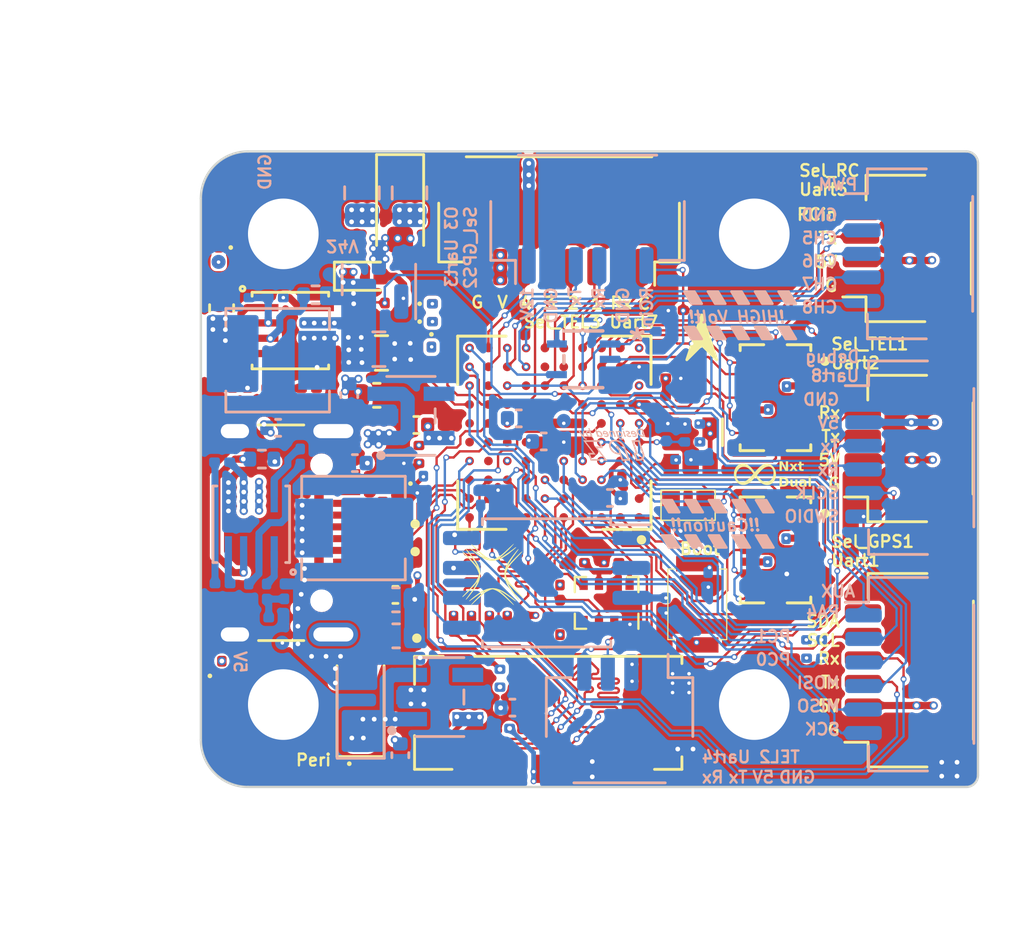
<source format=kicad_pcb>
(kicad_pcb (version 20221018) (generator pcbnew)
  (title_block (title "NxtPX4V2") (date "2023-12-11") (rev "Khalil") (company "HKUST DJI") (comment 1 "定板"))
  (layers (0 "F.Cu" signal) (1 "In1.Cu" power) (2 "In2.Cu" power) (31 "B.Cu" signal) (34 "B.Paste" user) (35 "F.Paste" user) (36 "B.SilkS" user "B.Silkscreen") (37 "F.SilkS" user "F.Silkscreen") (38 "B.Mask" user) (39 "F.Mask" user) (44 "Edge.Cuts" user))
  (net 0 "")
  (net 1 "VCC_24V")
  (net 2 "Net-(U11B-BOOT0)")
  (net 3 "/VBUS")
  (net 4 "VCC_BAT")
  (net 5 "/ADC1_INP4_BATT_V")
  (net 6 "Net-(U1-VCC)")
  (net 7 "Net-(U4-VCC)")
  (net 8 "Net-(U1-SW)")
  (net 9 "Net-(U4-SW)")
  (net 10 "/LED_RED")
  (net 11 "/LED_BLUE")
  (net 12 "/LED_GREEN")
  (net 13 "/UART4_RX")
  (net 14 "/UART4_TX")
  (net 15 "/UART5_RX")
  (net 16 "/UART5_TX")
  (net 17 "/UART7_RX")
  (net 18 "/UART7_TX")
  (net 19 "/USART1_CK")
  (net 20 "/USART1_RX")
  (net 21 "/USART1_TX")
  (net 22 "/USART2_CK")
  (net 23 "/USART2_RX")
  (net 24 "/USART2_TX")
  (net 25 "/USART3_CK")
  (net 26 "/USART3_RX")
  (net 27 "/USART3_TX")
  (net 28 "/SCLK")
  (net 29 "/SWDIO")
  (net 30 "Net-(U11B-PH0-OSC_IN)")
  (net 31 "Net-(U11A-PC14-OSC32_IN)")
  (net 32 "Net-(U11A-PC15-OSC32_OUT)")
  (net 33 "/UART8_TX")
  (net 34 "/UART8_RX")
  (net 35 "/TIM1_CH1")
  (net 36 "/TIM1_CH2")
  (net 37 "/TIM1_CH3")
  (net 38 "/TIM1_CH4")
  (net 39 "/ADC2_INP8_BATT_I")
  (net 40 "/TIM3_CH3")
  (net 41 "/SDMMC1_D2")
  (net 42 "/SDMMC1_D3")
  (net 43 "/SDMMC1_CMD")
  (net 44 "/SDMMC1_CK")
  (net 45 "/SDMMC1_D0")
  (net 46 "/SDMMC1_D1")
  (net 47 "/TIM3_CH4")
  (net 48 "/TIM2_CH3")
  (net 49 "/TIM2_CH4")
  (net 50 "/EX_SPI3_MISO")
  (net 51 "/EX_SPI3_SCK")
  (net 52 "/EX_SPI3_MOSI")
  (net 53 "/EX_I2C4_SCL")
  (net 54 "/EX_I2C4_SDA")
  (net 55 "/AUX3_PA4")
  (net 56 "Net-(R11-Pad2)")
  (net 57 "Net-(R12-Pad2)")
  (net 58 "/Baro_I2C1_SCL")
  (net 59 "/Baro_I2C1_SDA")
  (net 60 "/BMI088_1_ACS")
  (net 61 "/BMI088_1_SCK")
  (net 63 "/BMI088_1_ADR")
  (net 64 "/BMI088_1_GDR")
  (net 65 "/Baro_I2C1_DR")
  (net 66 "/FRAM_SPI2_SCK")
  (net 68 "/BMI088_1_MISO")
  (net 69 "/FRAM_SPI2_~{CS}")
  (net 70 "/BMI088_1_GCS")
  (net 71 "System_5V")
  (net 72 "/BMI088_1_MOSI")
  (net 74 "/FRAM_SPI2_MOSI")
  (net 75 "/BMI088_0_ADR")
  (net 77 "Core_3V3")
  (net 78 "Net-(C17-Pad1)")
  (net 79 "Periph_3V3")
  (net 80 "/NRST")
  (net 81 "Net-(C21-Pad1)")
  (net 82 "System_4V5")
  (net 83 "/BMI088_0_GDR")
  (net 84 "Net-(D6-A)")
  (net 85 "Net-(D8-K)")
  (net 86 "Net-(D9-K)")
  (net 87 "Net-(D10-K)")
  (net 88 "Net-(D11-K)")
  (net 89 "Net-(D12-K)")
  (net 90 "Net-(D13-K)")
  (net 91 "Net-(D14-K)")
  (net 92 "Net-(J1-CC1)")
  (net 94 "CAM_9V")
  (net 95 "Net-(J1-CC2)")
  (net 97 "/BMI088_0_SCK")
  (net 98 "Net-(U1-EN{slash}SYNC)")
  (net 99 "Net-(U1-PG)")
  (net 100 "Net-(U4-EN{slash}SYNC)")
  (net 101 "Net-(U4-PG)")
  (net 102 "Net-(U1-BST)")
  (net 103 "Net-(U1-FB)")
  (net 105 "/SBUS_INV")
  (net 106 "Net-(U4-BST)")
  (net 107 "Net-(U4-FB)")
  (net 109 "GND")
  (net 111 "/FRAM_SPI2_MISO")
  (net 112 "/BMI088_0_ACS")
  (net 113 "/BMI088_0_MISO")
  (net 115 "/SBUS")
  (net 116 "/BMI088_0_GCS")
  (net 117 "/USB_OTG_FS_DP")
  (net 118 "/USB_OTG_FS_DM")
  (net 119 "/BMI088_0_MOSI")
  (net 127 "/AUX1_PC0")
  (net 128 "/AUX2_PC1")
  (net 129 "/UART6_RX")
  (net 130 "Net-(C27-Pad2)")
  (net 131 "Net-(C28-Pad2)")
  (net 132 "/UART6_TX")
  (footprint "LED_SMD:LED_0201_0603Metric" (layer "F.Cu") (at 98.04 74.11 180)
    (fp_text reference "D8")
    (fp_text value "LED_Blue(0201)")
  )
  (footprint "Package_LGA:Bosch_LGA-8_2x2.5mm_P0.65mm_ClockwisePinNumbering" (layer "F.Cu") (at 107.23 79.18 180)
    (fp_text reference "U13")
    (fp_text value "SPL06")
  )
  (footprint "Capacitor_SMD:C_0201_0603Metric" (layer "F.Cu") (at 105.97 77.47 180)
    (fp_text reference "C40")
    (fp_text value "100nF(0201 10V 10%)")
  )
  (footprint "Capacitor_SMD:C_0201_0603Metric" (layer "F.Cu") (at 94.59 70.06)
    (fp_text reference "C21")
    (fp_text value "100nF(0201 25V 10%)")
  )
  (footprint "NxtPX4:MiniTP" (layer "F.Cu") (at 97.99 86.51)
    (fp_text reference "TP5" hide)
    (fp_text value "3.3V_Peri_TP")
  )
  (footprint "Resistor_SMD:R_0201_0603Metric" (layer "F.Cu") (at 105.25 80.21 -90)
    (fp_text reference "R36")
    (fp_text value "10.0kR(0201)")
  )
  (footprint "NxtPX4:M2MountingHole" (layer "F.Cu") (at 113.5 63.5)
    (fp_text reference "H1" hide)
    (fp_text value "MountingHole_Pad")
  )
  (footprint "Capacitor_SMD:C_0201_0603Metric" (layer "F.Cu") (at 110.06 69.63)
    (fp_text reference "C32")
    (fp_text value "1uF(0201 6.3V)")
  )
  (footprint "Capacitor_SMD:C_0201_0603Metric" (layer "F.Cu") (at 110.04 76.12)
    (fp_text reference "C35")
    (fp_text value "12.0pF(0201 10V)")
  )
  (footprint "NxtPX4:3x2.5PushButton" (layer "F.Cu") (at 111.08 79.24 90)
    (fp_text reference "BOOT1")
    (fp_text value "TD-1183SN-1.5H(3x2.5)")
  )
  (footprint "NxtPX4:Dual_logo" (layer "F.Cu") (at 113.53 73.7)
    (fp_text reference "U17" hide)
    (fp_text value "UAV_LOGO")
  )
  (footprint "LED_SMD:LED_0201_0603Metric" (layer "F.Cu") (at 100.15 66.47)
    (fp_text reference "D12")
    (fp_text value "LED_RED(0201)")
  )
  (footprint "Capacitor_SMD:C_0603_1608Metric" (layer "F.Cu") (at 97.47 70.36)
    (fp_text reference "C2")
    (fp_text value "10uF(0603 35V 20%)")
  )
  (footprint "NxtPX4:USB_C_Small" (layer "F.Cu") (at 92.52 76.2 -90)
    (fp_text reference "J1")
    (fp_text value "USB_C_Receptacle_USB2.0")
  )
  (footprint "NxtPX4:BMI088" (layer "F.Cu") (at 114.4 76.93 -90)
    (fp_text reference "U14")
    (fp_text value "BMI088")
  )
  (footprint "NxtPX4:MP9943GQ-Z" (layer "F.Cu") (at 93.8 67.61)
    (fp_text reference "U4")
    (fp_text value "MP9943GQ-Z" hide)
  )
  (footprint "Capacitor_SMD:C_0603_1608Metric" (layer "F.Cu") (at 90.88 66.65 90)
    (fp_text reference "C26")
    (fp_text value "22uF(0603 16V)")
  )
  (footprint "LED_SMD:LED_0201_0603Metric" (layer "F.Cu") (at 99.79 68.6275 -90)
    (fp_text reference "D13")
    (fp_text value "LED_BLUE(0201)")
  )
  (footprint "Capacitor_SMD:C_0402_1005Metric" (layer "F.Cu") (at 99.15 71.62 180)
    (fp_text reference "C14")
    (fp_text value "1uF(0402 10V 10%)")
  )
  (footprint "NxtPX4:LSE(2012)" (layer "F.Cu") (at 110.69 75.03 180)
    (fp_text reference "Y2")
    (fp_text value "ABS07 (32.768kHZ)")
  )
  (footprint "NxtPX4:PESD5V0F1BL" (layer "F.Cu") (at 98.1 77 180)
    (fp_text reference "D4")
    (fp_text value "PESD5V0F1BL" hide)
  )
  (footprint "Capacitor_SMD:C_0201_0603Metric" (layer "F.Cu") (at 110.05 70.4)
    (fp_text reference "C31")
    (fp_text value "100nF(0201 6.3V)")
  )
  (footprint "Diode_SMD:D_SOD-123F" (layer "F.Cu") (at 98.46 62.3425 -90)
    (fp_text reference "D3")
    (fp_text value " SMF30CA(30V)")
  )
  (footprint "Resistor_SMD:R_0201_0603Metric" (layer "F.Cu") (at 90.51 69.61 90)
    (fp_text reference "R16")
    (fp_text value "2.90k-4.02kR(0201 25V) / 3k for 12V")
  )
  (footprint "LED_SMD:LED_0201_0603Metric" (layer "F.Cu") (at 100.15 67.23)
    (fp_text reference "D14")
    (fp_text value "LED_Green(0201)")
  )
  (footprint "Resistor_SMD:R_0201_0603Metric" (layer "F.Cu") (at 98.04 77.97 180)
    (fp_text reference "R1")
    (fp_text value "5.1kR(0201)")
  )
  (footprint "Resistor_SMD:R_0201_0603Metric" (layer "F.Cu") (at 90.89 83.435 90)
    (fp_text reference "R20")
    (fp_text value "10kR(0201)")
  )
  (footprint "Capacitor_SMD:C_0201_0603Metric" (layer "F.Cu") (at 98.94 72.49 180)
    (fp_text reference "C19")
    (fp_text value "100nF(0201 10V 10%)")
  )
  (footprint "NxtPX4:1x06-1MP_P1.00mm_Horizontal" (layer "F.Cu") (at 120.12 82.04 90)
    (fp_text reference "J3")
    (fp_text value "GPS")
  )
  (footprint "NxtPX4:M2MountingHole" (layer "F.Cu") (at 113.5 83.5)
    (fp_text reference "H2" hide)
    (fp_text value "MountingHole_Pad")
  )
  (footprint "Resistor_SMD:R_0201_0603Metric" (layer "F.Cu") (at 100.73 80.07 90)
    (fp_text reference "R34")
    (fp_text value "10kR(0201)")
  )
  (footprint "NxtPX4:BMI088" (layer "F.Cu") (at 114.4 70.46 -90)
    (fp_text reference "U15")
    (fp_text value "BMI088")
  )
  (footprint "Capacitor_SMD:C_0805_2012Metric" (layer "F.Cu") (at 97.67 68.56)
    (fp_text reference "C1")
    (fp_text value "22uF(0805 35V 20%)")
  )
  (footprint "NxtPX4:Uav_logo" (layer "F.Cu") (at 102.306266 77.964056)
    (fp_text reference "U5" hide)
    (fp_text value "UAV_LOGO")
  )
  (footprint "Capacitor_SMD:C_0201_0603Metric" (layer "F.Cu") (at 97.82 66.76 -90)
    (fp_text reference "C22")
    (fp_text value "100nF(0201 10.0V 10%)")
  )
  (footprint "Resistor_SMD:R_0201_0603Metric" (layer "F.Cu") (at 98.04 74.87 180)
    (fp_text reference "R2")
    (fp_text value "5.1kR(0201)")
  )
  (footprint "NxtPX4:STM32H743VIHBGA100C80P10X10_800X800X110N" (layer "F.Cu") (at 105.01 71.95 180)
    (fp_text reference "U11")
    (fp_text value "STM32H743VIH6")
  )
  (footprint "NxtPX4:Direction_Logo" (layer "F.Cu") (at 111.27 68.215)
    (fp_text reference "U6" hide)
    (fp_text value "Direction_Logo")
  )
  (footprint "NxtPX4:01x04_MP_sh1.0_Hori" (layer "F.Cu") (at 120.105 72.62 90)
    (fp_text reference "J4")
    (fp_text value "UART2")
  )
  (footprint "LED_SMD:LED_0201_0603Metric" (layer "F.Cu") (at 90.76 64.385 -90)
    (fp_text reference "D11")
    (fp_text value "LED_Blue(0201)")
  )
  (footprint "Resistor_SMD:R_0201_0603Metric" (layer "F.Cu") (at 91.27 68.89 -90)
    (fp_text reference "R12")
    (fp_text value "51kR(0201 25V)")
  )
  (footprint "Diode_SMD:D_SOD-123F" (layer "F.Cu") (at 96.78 83.5 90)
    (fp_text reference "D5")
    (fp_text value "DSS34(3A 500mV)")
  )
  (footprint "Diode_SMD:D_SOD-523" (layer "F.Cu") (at 96.93 65.3)
    (fp_text reference "D6")
    (fp_text value "BZX584C9V1")
  )
  (footprint "Resistor_SMD:R_0201_0603Metric" (layer "F.Cu") (at 105.25 78.74 90)
    (fp_text reference "R37")
    (fp_text value "10.0kR(0201)")
  )
  (footprint "Resistor_SMD:R_0201_0603Metric" (layer "F.Cu") (at 103.77 80.07 90)
    (fp_text reference "R33")
    (fp_text value "10kR(0201)")
  )
  (footprint "NxtPX4:PESD5V0F1BL" (layer "F.Cu") (at 98.1 75.83 180)
    (fp_text reference "D2")
    (fp_text value "PESD5V0F1BL" hide)
  )
  (footprint "Resistor_SMD:R_0201_0603Metric" (layer "F.Cu") (at 110.16 66.75)
    (fp_text reference "R23")
    (fp_text value "10kR(0201)")
  )
  (footprint "Capacitor_SMD:C_0201_0603Metric" (layer "F.Cu") (at 107.43 77.47 180)
    (fp_text reference "C38")
    (fp_text value "100nF(0201 10V 10%)")
  )
  (footprint "Resistor_SMD:R_0201_0603Metric" (layer "F.Cu") (at 91.66 70.05)
    (fp_text reference "R17")
    (fp_text value "41.2kR(0201 25V)")
  )
  (footprint "Capacitor_SMD:C_0201_0603Metric" (layer "F.Cu") (at 98.05 79.71)
    (fp_text reference "C11")
    (fp_text value "100nF(0201 16V 10%)")
  )
  (footprint "Capacitor_SMD:C_0402_1005Metric" (layer "F.Cu") (at 98.26 78.84)
    (fp_text reference "C9")
    (fp_text value "1uF(0402 16V 10%)")
  )
  (footprint "Resistor_SMD:R_0201_0603Metric" (layer "F.Cu") (at 95.285 86.52)
    (fp_text reference "R19")
    (fp_text value "10kR(0201)")
  )
  (footprint "Resistor_SMD:R_0201_0603Metric" (layer "F.Cu") (at 103.01 80.07 90)
    (fp_text reference "R32")
    (fp_text value "10kR(0201)")
  )
  (footprint "NxtPX4:01x08_MP_sh1.0_Hori" (layer "F.Cu") (at 105.21 62.91 180)
    (fp_text reference "J6")
    (fp_text value "ESC")
  )
  (footprint "Oscillator:Oscillator_SMD_Abracon_ASDMB-4Pin_2.5x2.0mm" (layer "F.Cu") (at 110.8 72.5 180)
    (fp_text reference "Y1")
    (fp_text value "SG-210STF/ X1G004171002700")
  )
  (footprint "NxtPX4:M2MountingHole" (layer "F.Cu") (at 93.5 83.5)
    (fp_text reference "H3" hide)
    (fp_text value "MountingHole_Pad")
  )
  (footprint "Resistor_SMD:R_0201_0603Metric" (layer "F.Cu") (at 102.25 80.07 90)
    (fp_text reference "R31")
    (fp_text value "10kR(0201)")
  )
  (footprint "Resistor_SMD:R_0201_0603Metric" (layer "F.Cu") (at 96.7 66.41)
    (fp_text reference "R14")
    (fp_text value "200.0kR(0201 50V)")
  )
  (footprint "LED_SMD:LED_0201_0603Metric" (layer "F.Cu") (at 96.76 86.52)
    (fp_text reference "D9")
    (fp_text value "LED_Blue(0201)")
  )
  (footprint "Capacitor_SMD:C_0201_0603Metric" (layer "F.Cu") (at 98.94 73.25 180)
    (fp_text reference "C16")
    (fp_text value "100nF(0201 10V 10%)")
  )
  (footprint "Resistor_SMD:R_0201_0603Metric" (layer "F.Cu") (at 96.7 67.17)
    (fp_text reference "R15")
    (fp_text value "22.0kR(0201 50V)")
  )
  (footprint "NxtPX4:01x04_MP_sh1.0_Hori" (layer "F.Cu") (at 120.03 64.12 90)
    (fp_text reference "J7")
    (fp_text value "Upper computer connector")
  )
  (footprint "Resistor_SMD:R_0201_0603Metric" (layer "F.Cu") (at 93.12 70.06)
    (fp_text reference "R10")
    (fp_text value "20R(0201 25V)")
  )
  (footprint "NxtPX4:M2MountingHole" (layer "F.Cu") (at 93.5 63.5)
    (fp_text reference "H4" hide)
    (fp_text value "MountingHole_Pad")
  )
  (footprint "Resistor_SMD:R_0201_0603Metric" (layer "F.Cu") (at 90.76 62.935 -90)
    (fp_text reference "R21")
    (fp_text value "20kR(0201 9V)")
  )
  (footprint "LED_SMD:LED_0201_0603Metric" (layer "F.Cu") (at 90.89 81.9775 90)
    (fp_text reference "D10")
    (fp_text value "LED_Blue(0201)")
  )
  (footprint "Resistor_SMD:R_0201_0603Metric" (layer "F.Cu") (at 101.49 80.07 90)
    (fp_text reference "R35")
    (fp_text value "10kR(0201)")
  )
  (footprint "Capacitor_SMD:C_0201_0603Metric" (layer "F.Cu") (at 111.5 76.12 180)
    (fp_text reference "C36")
    (fp_text value "12.0pF(0201 10V)")
  )
  (footprint "NxtPX4:TF-SMD_TF-021B-H265" (layer "F.Cu") (at 105.2 83.31)
    (fp_text reference "J10")
    (fp_text value "Micro_SD_Card" hide)
  )
  (footprint "Resistor_SMD:R_0201_0603Metric" (layer "F.Cu") (at 98.61 66.57 -90)
    (fp_text reference "R7")
    (fp_text value "100kR(0201 50V)")
  )
  (footprint "NxtPX4:PESD12VV1BL_315" (layer "F.Cu") (at 98.12 80.68 180)
    (fp_text reference "D1")
    (fp_text value "PESD12VV1BL" hide)
  )
  (footprint "Capacitor_SMD:C_0402_1005Metric" (layer "B.Cu") (at 96.54 73.24 180)
    (fp_text reference "C5")
    (fp_text value "1uF(0402 16V 10%)")
  )
  (footprint "Diode_SMD:D_SOD-123F" (layer "B.Cu") (at 96.79 83.57 90)
    (fp_text reference "D7")
    (fp_text value "DSS34(3A 500mV)")
  )
  (footprint "NxtPX4:MiniTP" (layer "B.Cu") (at 95.47 65.22 180)
    (fp_text reference "TP1" hide)
    (fp_text value "24V_TP")
  )
  (footprint "NxtPX4:DCK5" (layer "B.Cu") (at 106.24 68.83 180)
    (fp_text reference "U19")
    (fp_text value "SN74LVC1G86DCKR")
  )
  (footprint "Resistor_SMD:R_0201_0603Metric" (layer "B.Cu") (at 94.22 72.96 90)
    (fp_text reference "R4")
    (fp_text value "100kR(0201 25V)")
  )
  (footprint "NxtPX4:01x05_MP_sh1.0_Hori" (layer "B.Cu") (at 120.09 64.35 -90)
    (fp_text reference "J8")
    (fp_text value "PWM_AUX")
  )
  (footprint "Capacitor_SMD:C_0402_1005Metric" (layer "B.Cu") (at 93.28 71.74)
    (fp_text reference "C4")
    (fp_text value "1uF(0402 35V 10%)")
  )
  (footprint "Capacitor_SMD:C_0201_0603Metric" (layer "B.Cu") (at 114.11 71.28 -90)
    (fp_text reference "C45")
    (fp_text value "100.0nF(0201 10V)")
  )
  (footprint "NxtPX4:1x06-1MP_P1.00mm_Horizontal" (layer "B.Cu") (at 120.14 82.21 -90)
    (fp_text reference "J12")
    (fp_text value "AuxGPIO")
  )
  (footprint "Capacitor_SMD:C_0805_2012Metric" (layer "B.Cu") (at 97.56 68.4)
    (fp_text reference "C3")
    (fp_text value "22uF(0805 35V 20%)")
  )
  (footprint "Resistor_SMD:R_0201_0603Metric" (layer "B.Cu") (at 93.55 78.688307 90)
    (fp_text reference "R13")
    (fp_text value "41.2kR(0201 25V)")
  )
  (footprint "Capacitor_SMD:C_0201_0603Metric" (layer "B.Cu") (at 103.02 82)
    (fp_text reference "C20")
    (fp_text value "100nF(0201 10V 10%)")
  )
  (footprint "Resistor_SMD:R_0201_0603Metric" (layer "B.Cu") (at 90.92 78.36 180)
    (fp_text reference "R8")
    (fp_text value "20R(0201 25V)")
  )
  (footprint "Capacitor_SMD:C_0402_1005Metric" (layer "B.Cu") (at 103.23 83.63)
    (fp_text reference "C15")
    (fp_text value "1uF(0402 10V 10%)")
  )
  (footprint "NxtPX4:Caution" (layer "B.Cu") (at 112.05 75.87 180)
    (fp_text reference "U10" hide)
    (fp_text value "Caution")
  )
  (footprint "Capacitor_SMD:C_0201_0603Metric" (layer "B.Cu") (at 101.88 74.7 90)
    (fp_text reference "C39")
    (fp_text value "100nF(0201 10V 10%)")
  )
  (footprint "Capacitor_SMD:C_0402_1005Metric" (layer "B.Cu") (at 96.3 70.35 -90)
    (fp_text reference "C8")
    (fp_text value "1uF(0402 35V 10%)")
  )
  (footprint "Resistor_SMD:R_0201_0603Metric" (layer "B.Cu") (at 116.04 80.75 180)
    (fp_text reference "R30")
    (fp_text value "10.0kR(0201)")
  )
  (footprint "Package_TO_SOT_SMD:SOT-23" (layer "B.Cu") (at 97.56 65.44 90)
    (fp_text reference "Q1")
    (fp_text value "AP40P05")
  )
  (footprint "Capacitor_SMD:C_0201_0603Metric" (layer "B.Cu") (at 103.02 82.76)
    (fp_text reference "C18")
    (fp_text value "100nF(0201 10V 10%)")
  )
  (footprint "Resistor_SMD:R_0402_1005Metric" (layer "B.Cu") (at 94.87 66.09 180)
    (fp_text reference "R5")
    (fp_text value "1MR(0402 50V)")
  )
  (footprint "Resistor_SMD:R_0201_0603Metric" (layer "B.Cu") (at 100.15 66.47)
    (fp_text reference "R24")
    (fp_text value "10.0kR(0201)")
  )
  (footprint "Capacitor_SMD:C_0201_0603Metric" (layer "B.Cu") (at 109.75 79.29 90)
    (fp_text reference "C43")
    (fp_text value "100nF(0201 10V 10%)")
  )
  (footprint "Capacitor_SMD:C_0201_0603Metric" (layer "B.Cu") (at 110.87 71.58 180)
    (fp_text reference "C34")
    (fp_text value "100nF(0201 10V 10%)")
  )
  (footprint "Capacitor_SMD:C_0402_1005Metric" (layer "B.Cu") (at 107.37 74.72)
    (fp_text reference "C29")
    (fp_text value "4.7uF(0402 10V)")
  )
  (footprint "Package_SO:SOIC-8_5.23x5.23mm_P1.27mm" (layer "B.Cu") (at 104.68 78.33 180)
    (fp_text reference "U16")
    (fp_text value "W25Q128JVS")
  )
  (footprint "NxtPX4:1x06-1MP_P1.00mm_Horizontal" (layer "B.Cu") (at 106.42 62.84)
    (fp_text reference "J2")
    (fp_text value "DJIO3")
  )
  (footprint "Resistor_SMD:R_0201_0603Metric" (layer "B.Cu") (at 116.04 81.53 180)
    (fp_text reference "R29")
    (fp_text value "10.0kR(0201)")
  )
  (footprint "Resistor_SMD:R_0201_0603Metric" (layer "B.Cu") (at 93.18 66.21)
    (fp_text reference "R6")
    (fp_text value "100kR(0201 25V)")
  )
  (footprint "NxtPX4:1x06-1MP_P1.00mm_Horizontal" (layer "B.Cu") (at 120.14 73.01 -90)
    (fp_text reference "J11")
    (fp_text value "Debug")
  )
  (footprint "Resistor_SMD:R_0201_0603Metric" (layer "B.Cu") (at 92.79 78.698307 -90)
    (fp_text reference "R9")
    (fp_text value "51kR(0201 25V)")
  )
  (footprint "NxtPX4:high_voltage" (layer "B.Cu") (at 114.695 66.78 180)
    (fp_text reference "U9" hide)
    (fp_text value "high_voltage" hide)
  )
  (footprint "NxtPX4:MP9943GQ-Z" (layer "B.Cu") (at 92.14 75.838307 90)
    (fp_text reference "U1")
    (fp_text value "MP9943GQ-Z" hide)
  )
  (footprint "NxtPX4:RT9013-33GB" (layer "B.Cu") (at 100.14 83.18)
    (fp_text reference "U3")
    (fp_text value "RT9013-33GB" hide)
  )
  (footprint "Capacitor_SMD:C_0201_0603Metric" (layer "B.Cu") (at 92.03 78.698307 -90)
    (fp_text reference "C7")
    (fp_text value "100nF(0201 10V 10%)")
  )
  (footprint "Capacitor_SMD:C_0201_0603Metric" (layer "B.Cu") (at 110.48 73.1)
    (fp_text reference "C30")
    (fp_text value "15pF(0201 10V)")
  )
  (footprint "Capacitor_SMD:C_0402_1005Metric" (layer "B.Cu") (at 98.47 85.65 -90)
    (fp_text reference "C6")
    (fp_text value "1uF(0402 16V 10%)")
  )
  (footprint "Capacitor_SMD:C_0402_1005Metric" (layer "B.Cu") (at 104.56 72.32 180)
    (fp_text reference "C27")
    (fp_text value "2.2uF(0402 6.3V 10%)")
  )
  (footprint "Capacitor_SMD:C_0603_1608Metric" (layer "B.Cu") (at 98.29 80.58)
    (fp_text reference "C23")
    (fp_text value "22uF(0603 16V)")
  )
  (footprint "NxtPX4:MiniTP" (layer "B.Cu") (at 90.75 64.69 180)
    (fp_text reference "TP12" hide)
    (fp_text value "CAM_9V")
  )
  (footprint "Resistor_SMD:R_0201_0603Metric" (layer "B.Cu") (at 109.66 67.65 180)
    (fp_text reference "R38")
    (fp_text value "10kR(0201)")
  )
  (footprint "Resistor_SMD:R_0201_0603Metric" (layer "B.Cu") (at 99.45 74.115 90)
    (fp_text reference "R18")
    (fp_text value "10kR(0201)")
  )
  (footprint "NxtPX4:my_signature" (layer "B.Cu") (at 107.544862 72.447917 180)
    (fp_text reference "U8" hide)
    (fp_text value "Signature" hide)
  )
  (footprint "NxtPX4:Inductor_0420" (layer "B.Cu") (at 93.26 68.87 180)
    (fp_text reference "L2")
    (fp_text value "10uH(0420)(78438357100)")
  )
  (footprint "Capacitor_SMD:C_0402_1005Metric" (layer "B.Cu") (at 103.5 71.34 180)
    (fp_text reference "C28")
    (fp_text value "2.2uF(0402 6.3V 10%)")
  )
  (footprint "Capacitor_SMD:C_0201_0603Metric" (layer "B.Cu") (at 91.72 66.21 180)
    (fp_text reference "C10")
    (fp_text value "100nF(0201 10V 10%)")
  )
  (footprint "NxtPX4:Inductor_0420" (layer "B.Cu") (at 96.48 76)
    (fp_text reference "L1")
    (fp_text value "10uH(0420)(78438357100)")
  )
  (footprint "NxtPX4:MiniTP" (layer "B.Cu") (at 105.41 71.45 180)
    (fp_text reference "TP2" hide)
    (fp_text value "3.3V_Core_TP")
  )
  (footprint "Capacitor_SMD:C_0201_0603Metric" (layer "B.Cu") (at 90.9 73.2)
    (fp_text reference "C17")
    (fp_text value "100nF(0201 25V 10%)")
  )
  (footprint "Resistor_SMD:R_0201_0603Metric" (layer "B.Cu") (at 111.54 78.21 90)
    (fp_text reference "R28")
    (fp_text value "10kR(0201)")
  )
  (footprint "Resistor_SMD:R_0201_0603Metric" (layer "B.Cu") (at 93.2 79.81 180)
    (fp_text reference "R11")
    (fp_text value "7.68kR(0201 25V)")
  )
  (footprint "Capacitor_SMD:C_0201_0603Metric" (layer "B.Cu") (at 114.07 77.75 -90)
    (fp_text reference "C44")
    (fp_text value "100.0nF(0201 10V)")
  )
  (footprint "Capacitor_SMD:C_0201_0603Metric" (layer "B.Cu") (at 103.43 84.51)
    (fp_text reference "C37")
    (fp_text value "100nF(0201 10V 10%)")
  )
  (footprint "NxtPX4:MiniTP" (layer "B.Cu") (at 93.45 80.87 180)
    (fp_text reference "TP9" hide)
    (fp_text value "5V_System")
  )
  (footprint "Resistor_SMD:R_0402_1005Metric" (layer "B.Cu") (at 92.59 73.07 180)
    (fp_text reference "R3")
    (fp_text value "1MR(0402 50V)")
  )
  (footprint "Capacitor_SMD:C_0805_2012Metric" (layer "B.Cu") (at 98.86 61.76 90)
    (fp_text reference "C12")
    (fp_text value "22uF(0805 35V 20%)")
  )
  (footprint "Resistor_SMD:R_0201_0603Metric" (layer "B.Cu") (at 100.15 67.23)
    (fp_text reference "R26")
    (fp_text value "10.0kR(0201)")
  )
  (footprint "Capacitor_SMD:C_0201_0603Metric" (layer "B.Cu") (at 109.76 71.98 90)
    (fp_text reference "C33")
    (fp_text value "100nF(0201 10V 10%)")
  )
  (footprint "Capacitor_SMD:C_0201_0603Metric" (layer "B.Cu") (at 114.85 76.77 -90)
    (fp_text reference "C41")
    (fp_text value "100.0nF(0201 10V)")
  )
  (footprint "Capacitor_SMD:C_0805_2012Metric" (layer "B.Cu") (at 96.84 61.76 90)
    (fp_text reference "C13")
    (fp_text value "22uF(0805 35V 20%)")
  )
  (footprint "Resistor_SMD:R_0201_0603Metric" (layer "B.Cu") (at 110.87 72.34 180)
    (fp_text reference "R27")
    (fp_text value "10kR(0201)")
  )
  (footprint "Capacitor_SMD:C_0201_0603Metric" (layer "B.Cu") (at 114.87 70.31 -90)
    (fp_text reference "C42")
    (fp_text value "100.0nF(0201 10V)")
  )
  (footprint "NxtPX4:01x04_MP_sh1.0_Hori" (layer "B.Cu") (at 107.78 84.14 180)
    (fp_text reference "J5")
    (fp_text value "Upper computer connector")
  )
  (footprint "NxtPX4:RT9013-33GB" (layer "B.Cu") (at 98.92 71.2342)
    (fp_text reference "U2")
    (fp_text value "RT9013-33GB" hide)
  )
  (footprint "Capacitor_SMD:C_0603_1608Metric" (layer "B.Cu") (at 98.28 79.05)
    (fp_text reference "C24")
    (fp_text value "22uF(0603 16V)")
  )
  (footprint "Resistor_SMD:R_0201_0603Metric" (layer "B.Cu") (at 99.79 68.63 -90)
    (fp_text reference "R25")
    (fp_text value "10.0kR(0201)")
  )
  (gr_line (start 123 86.5) (end 123 60.5) (stroke (width 0.1)) (layer "Edge.Cuts"))
  (gr_line (start 90 85) (end 90 62) (stroke (width 0.1)) (layer "Edge.Cuts"))
  (gr_arc (start 123 86.5) (mid 122.853554 86.853554) (end 122.5 87) (stroke (width 0.1)) (layer "Edge.Cuts"))
  (gr_line (start 92 87) (end 122.5 87) (stroke (width 0.1)) (layer "Edge.Cuts"))
  (gr_line (start 92 60) (end 122.5 60) (stroke (width 0.1)) (layer "Edge.Cuts"))
  (gr_arc (start 92 87) (mid 90.585786 86.414214) (end 90 85) (stroke (width 0.1)) (layer "Edge.Cuts"))
  (gr_arc (start 122.5 60) (mid 122.853554 60.146446) (end 123 60.5) (stroke (width 0.1)) (layer "Edge.Cuts"))
  (gr_arc (start 90 62) (mid 90.585796 60.585796) (end 92 60) (stroke (width 0.1)) (layer "Edge.Cuts"))
  (gr_text "5V" (at 117.17 71.824) (layer "B.SilkS") (effects (font (size 0.5 0.5) (thickness 0.1) bold) (justify left bottom mirror)))
  (gr_text "Tx" (at 117.17 72.818) (layer "B.SilkS") (effects (font (size 0.5 0.5) (thickness 0.1) bold) (justify left bottom mirror)))
  (gr_text "AUX" (at 117.84 78.98) (layer "B.SilkS") (effects (font (size 0.5 0.5) (thickness 0.1) bold) (justify left bottom mirror)))
  (gr_text "RCin" (at 109.226 65.71 90) (layer "B.SilkS") (effects (font (size 0.5 0.5) (thickness 0.1) bold) (justify left bottom mirror)))
  (gr_text "GND" (at 108.21 65.71 90) (layer "B.SilkS") (effects (font (size 0.5 0.5) (thickness 0.1) bold) (justify left bottom mirror)))
  (gr_text "O3 Uart3\nSel_GPS2" (at 101.74 62.27 90) (layer "B.SilkS") (effects (font (size 0.5 0.5) (thickness 0.1) bold) (justify left bottom mirror)))
  (gr_text "PC0" (at 115.11 81.88) (layer "B.SilkS") (effects (font (size 0.5 0.5) (thickness 0.1) bold) (justify left bottom mirror)))
  (gr_text "Rx" (at 107.194 65.71 90) (layer "B.SilkS") (effects (font (size 0.5 0.5) (thickness 0.1) bold) (justify left bottom mirror)))
  (gr_text "PC1" (at 115.11 80.9) (layer "B.SilkS") (effects (font (size 0.5 0.5) (thickness 0.1) bold) (justify left bottom mirror)))
  (gr_text "CH5" (at 117.09 63.970278) (layer "B.SilkS") (effects (font (size 0.5 0.5) (thickness 0.1) bold) (justify left bottom mirror)))
  (gr_text "CH8" (at 117.09 66.909444) (layer "B.SilkS") (effects (font (size 0.5 0.5) (thickness 0.1) bold) (justify left bottom mirror)))
  (gr_text "5V" (at 114.400951 86.88) (layer "B.SilkS") (effects (font (size 0.5 0.5) (thickness 0.1) bold) (justify left bottom mirror)))
  (gr_text "CH7" (at 117.09 65.929722) (layer "B.SilkS") (effects (font (size 0.5 0.5) (thickness 0.1) bold) (justify left bottom mirror)))
  (gr_text "SWDIO" (at 117.17 75.8) (layer "B.SilkS") (effects (font (size 0.5 0.5) (thickness 0.1) bold) (justify left bottom mirror)))
  (gr_text "SCK" (at 117.19 84.84) (layer "B.SilkS") (effects (font (size 0.5 0.5) (thickness 0.1) bold) (justify left bottom mirror)))
  (gr_text "GND" (at 117.09 62.990556) (layer "B.SilkS") (effects (font (size 0.5 0.5) (thickness 0.1) bold) (justify left bottom mirror)))
  (gr_text "Rx" (at 117.17 73.812) (layer "B.SilkS") (effects (font (size 0.5 0.5) (thickness 0.1) bold) (justify left bottom mirror)))
  (gr_text "24V\n" (at 95.25 63.72 180) (layer "B.SilkS") (effects (font (size 0.5 0.5) (thickness 0.1) bold) (justify left bottom mirror)))
  (gr_text "12V" (at 104.146 65.71 90) (layer "B.SilkS") (effects (font (size 0.5 0.5) (thickness 0.1) bold) (justify left bottom mirror)))
  (gr_text "PWM" (at 117.94 61.7) (layer "B.SilkS") (effects (font (size 0.5 0.5) (thickness 0.1) bold) (justify left bottom mirror)))
  (gr_text "5V" (at 91.37 82.21 270) (layer "B.SilkS") (effects (font (size 0.5 0.5) (thickness 0.1) bold) (justify left bottom mirror)))
  (gr_text "MOSI" (at 117.19 82.87) (layer "B.SilkS") (effects (font (size 0.5 0.5) (thickness 0.1) bold) (justify left bottom mirror)))
  (gr_text "Rx" (at 112.255344 86.88) (layer "B.SilkS") (effects (font (size 0.5 0.5) (thickness 0.1) bold) (justify left bottom mirror)))
  (gr_text "Tx" (at 106.178 65.71 90) (layer "B.SilkS") (effects (font (size 0.5 0.5) (thickness 0.1) bold) (justify left bottom mirror)))
  (gr_text "TEL2 Uart4" (at 115.49 86.02) (layer "B.SilkS") (effects (font (size 0.5 0.5) (thickness 0.1) bold) (justify left bottom mirror)))
  (gr_text "CH6" (at 117.09 64.95) (layer "B.SilkS") (effects (font (size 0.5 0.5) (thickness 0.1) bold) (justify left bottom mirror)))
  (gr_text "GND" (at 117.17 70.83) (layer "B.SilkS") (effects (font (size 0.5 0.5) (thickness 0.1) bold) (justify left bottom mirror)))
  (gr_text "GND" (at 105.162 65.71 90) (layer "B.SilkS") (effects (font (size 0.5 0.5) (thickness 0.1) bold) (justify left bottom mirror)))
  (gr_text "MISO" (at 117.19 83.855) (layer "B.SilkS") (effects (font (size 0.5 0.5) (thickness 0.1) bold) (justify left bottom mirror)))
  (gr_text "SCLK" (at 117.17 74.806) (layer "B.SilkS") (effects (font (size 0.5 0.5) (thickness 0.1) bold) (justify left bottom mirror)))
  (gr_text "PA4" (at 117.18 79.85) (layer "B.SilkS") (effects (font (size 0.5 0.5) (thickness 0.1) bold) (justify left bottom mirror)))
  (gr_text "GND" (at 116.152328 86.88) (layer "B.SilkS") (effects (font (size 0.5 0.5) (thickness 0.1) bold) (justify left bottom mirror)))
  (gr_text "GND" (at 93.01 60.04 90) (layer "B.SilkS") (effects (font (size 0.5 0.5) (thickness 0.1) bold) (justify left bottom mirror)))
  (gr_text "Tx" (at 113.268624 86.88) (layer "B.SilkS") (effects (font (size 0.5 0.5) (thickness 0.1) bold) (justify left bottom mirror)))
  (gr_text "Debug\nUart8" (at 118.02 69.82) (layer "B.SilkS") (effects (font (size 0.5 0.5) (thickness 0.1) bold) (justify left bottom mirror)))
  (gr_text "Tx" (at 116.16 63.98) (layer "F.SilkS") (effects (font (size 0.5 0.5) (thickness 0.1) bold) (justify left bottom)))
  (gr_text "Sel_GPS1\nUart1" (at 116.71 77.67) (layer "F.SilkS") (effects (font (size 0.5 0.5) (thickness 0.1) bold) (justify left bottom)))
  (gr_text "Nxt\nDual" (at 114.52 74.31) (layer "F.SilkS") (effects (font (size 0.4 0.4) (thickness 0.075) bold italic) (justify left bottom)))
  (gr_text "5V" (at 116.170001 73.407776) (layer "F.SilkS") (effects (font (size 0.5 0.5) (thickness 0.1) bold) (justify left bottom)))
  (gr_text "G" (at 116.574762 74.416664) (layer "F.SilkS") (effects (font (size 0.5 0.5) (thickness 0.1) bold) (justify left bottom)))
  (gr_text "Sel_TEL3 Uart7" (at 103.65 67.54) (layer "F.SilkS") (effects (font (size 0.5 0.5) (thickness 0.1) bold) (justify left bottom)))
  (gr_text "Rx" (at 116.17 71.39) (layer "F.SilkS") (effects (font (size 0.5 0.5) (thickness 0.1) bold) (justify left bottom)))
  (gr_text "C" (at 108.51 66.75) (layer "F.SilkS") (effects (font (size 0.5 0.5) (thickness 0.1) bold) (justify left bottom)))
  (gr_text "SDA" (at 115.65 80.25) (layer "F.SilkS") (effects (font (size 0.5 0.5) (thickness 0.1) bold) (justify left bottom)))
  (gr_text "G" (at 116.445714 65.997776) (layer "F.SilkS") (effects (font (size 0.5 0.5) (thickness 0.1) bold) (justify left bottom)))
  (gr_text "RCin" (at 115.255238 62.971112) (layer "F.SilkS") (effects (font (size 0.5 0.5) (thickness 0.1) bold) (justify left bottom)))
  (gr_text "Peri" (at 93.98 86.15) (layer "F.SilkS") (effects (font (size 0.5 0.5) (thickness 0.1) bold) (justify left bottom)))
  (gr_text "G" (at 116.554761 84.858888) (layer "F.SilkS") (effects (font (size 0.5 0.5) (thickness 0.1) bold) (justify left bottom)))
  (gr_text "4" (at 103.511786 66.74) (layer "F.SilkS") (effects (font (size 0.5 0.5) (thickness 0.1) bold) (justify left bottom)))
  (gr_text "5V" (at 116.15 83.85) (layer "F.SilkS") (effects (font (size 0.5 0.5) (thickness 0.1) bold) (justify left bottom)))
  (gr_text "2" (at 105.516785 66.74) (layer "F.SilkS") (effects (font (size 0.5 0.5) (thickness 0.1) bold) (justify left bottom)))
  (gr_text "3" (at 104.533571 66.74) (layer "F.SilkS") (effects (font (size 0.5 0.5) (thickness 0.1) bold) (justify left bottom)))
  (gr_text "1" (at 106.5 66.74) (layer "F.SilkS") (effects (font (size 0.5 0.5) (thickness 0.1) bold) (justify left bottom)))
  (gr_text "Tx" (at 116.269047 82.841112) (layer "F.SilkS") (effects (font (size 0.5 0.5) (thickness 0.1) bold) (justify left bottom)))
  (gr_text "Sel_TEL1\nUart2" (at 116.71 69.28) (layer "F.SilkS") (effects (font (size 0.5 0.5) (thickness 0.1) bold) (justify left bottom)))
  (gr_text "G" (at 101.42 66.7) (layer "F.SilkS") (effects (font (size 0.5 0.5) (thickness 0.1) bold) (justify left bottom)))
  (gr_text "Boot" (at 110.28 77.17) (layer "F.SilkS") (effects (font (size 0.5 0.5) (thickness 0.1) bold) (justify left bottom)))
  (gr_text "Rx" (at 107.33 66.73) (layer "F.SilkS") (effects (font (size 0.5 0.5) (thickness 0.1) bold) (justify left bottom)))
  (gr_text "SCL" (at 115.673809 81.07) (layer "F.SilkS") (effects (font (size 0.5 0.5) (thickness 0.1) bold) (justify left bottom)))
  (gr_text "Sel_RC\nUart5" (at 115.35 61.91) (layer "F.SilkS") (effects (font (size 0.5 0.5) (thickness 0.1) bold) (justify left bottom)))
  (gr_text "Tx" (at 116.289048 72.398888) (layer "F.SilkS") (effects (font (size 0.5 0.5) (thickness 0.1) bold) (justify left bottom)))
  (gr_text "V" (at 102.53 66.7) (layer "F.SilkS") (effects (font (size 0.5 0.5) (thickness 0.1) bold) (justify left bottom)))
  (gr_text "5V" (at 116.040953 64.988888) (layer "F.SilkS") (effects (font (size 0.5 0.5) (thickness 0.1) bold) (justify left bottom)))
  (gr_text "Rx" (at 116.149999 81.832224) (layer "F.SilkS") (effects (font (size 0.5 0.5) (thickness 0.1) bold) (justify left bottom)))
  (via (at 96.81 67.9) (size 0.35) (drill 0.2) (layers "F.Cu" "B.Cu") (net 1))
  (via (at 96.47 65.57) (size 0.35) (drill 0.2) (layers "F.Cu" "B.Cu") (net 1))
  (via (at 96.04 65.11) (size 0.35) (drill 0.2) (layers "F.Cu" "B.Cu") (net 1))
  (via (at 96.48 65.12) (size 0.35) (drill 0.2) (layers "F.Cu" "B.Cu") (net 1))
  (via (at 92.68 71.59) (size 0.35) (drill 0.2) (layers "F.Cu" "B.Cu") (net 1))
  (via (at 96.12 70.19) (size 0.35) (drill 0.2) (layers "F.Cu" "B.Cu") (net 1))
  (via (at 92.47 74.85) (size 0.35) (drill 0.2) (layers "F.Cu" "B.Cu") (net 1))
  (via (at 96.13 69.65) (size 0.35) (drill 0.2) (layers "F.Cu" "B.Cu") (net 1))
  (via (at 96.49 66.47) (size 0.35) (drill 0.2) (layers "F.Cu" "B.Cu") (net 1))
  (via (at 94.813334 67.29) (size 0.35) (drill 0.2) (layers "F.Cu" "B.Cu") (net 1))
  (via (at 92.47 75.253334) (size 0.35) (drill 0.2) (layers "F.Cu" "B.Cu") (net 1))
  (via (at 95.24 67.29) (size 0.35) (drill 0.2) (layers "F.Cu" "B.Cu") (net 1))
  (via (at 95.666668 67.29) (size 0.35) (drill 0.2) (layers "F.Cu" "B.Cu") (net 1))
  (via (at 96.26 67.9) (size 0.35) (drill 0.2) (layers "F.Cu" "B.Cu") (net 1))
  (via (at 93.14 73.18) (size 0.35) (drill 0.2) (layers "F.Cu" "B.Cu") (net 1))
  (via (at 96.28 68.43) (size 0.35) (drill 0.2) (layers "F.Cu" "B.Cu") (net 1))
  (via (at 96.04 65.56) (size 0.35) (drill 0.2) (layers "F.Cu" "B.Cu") (net 1))
  (via (at 92.47 74.043334) (size 0.35) (drill 0.2) (layers "F.Cu" "B.Cu") (net 1))
  (via (at 96.68 70.2) (size 0.35) (drill 0.2) (layers "F.Cu" "B.Cu") (net 1))
  (via (at 96.84 68.97) (size 0.35) (drill 0.2) (layers "F.Cu" "B.Cu") (net 1))
  (via (at 92.47 74.446667) (size 0.35) (drill 0.2) (layers "F.Cu" "B.Cu") (net 1))
  (via (at 96.81 68.41) (size 0.35) (drill 0.2) (layers "F.Cu" "B.Cu") (net 1))
  (via (at 94.386668 67.29) (size 0.35) (drill 0.2) (layers "F.Cu" "B.Cu") (net 1))
  (via (at 96.69 69.66) (size 0.35) (drill 0.2) (layers "F.Cu" "B.Cu") (net 1))
  (via (at 96.28 68.96) (size 0.35) (drill 0.2) (layers "F.Cu" "B.Cu") (net 1))
  (via (at 92.96 71.94) (size 0.35) (drill 0.2) (layers "F.Cu" "B.Cu") (net 1))
  (via (at 96.48 66.03) (size 0.35) (drill 0.2) (layers "F.Cu" "B.Cu") (net 1))
  (segment (start 95.47 65.22) (end 95.81 65.56) (width 0.4) (layer "B.Cu") (net 1))
  (segment (start 95.81 65.56) (end 96.04 65.56) (width 0.4) (layer "B.Cu") (net 1))
  (segment (start 111.16 77.32) (end 111.16 76.87) (width 0.1) (layer "F.Cu") (net 2))
  (via (at 111.6 77.68) (size 0.25) (drill 0.15) (layers "F.Cu" "B.Cu") (net 2))
  (via (at 105.41 73.15) (size 0.25) (drill 0.15) (layers "F.Cu" "B.Cu") (net 2))
  (via (at 111.16 76.87) (size 0.25) (drill 0.15) (layers "F.Cu" "B.Cu") (net 2))
  (segment (start 110.53 76.87) (end 111.16 76.87) (width 0.1) (layer "B.Cu") (net 2))
  (segment (start 106.415684 75.47) (end 109.13 75.47) (width 0.1) (layer "B.Cu") (net 2))
  (segment (start 105.41 74.464315) (end 106.415684 75.47) (width 0.1) (layer "B.Cu") (net 2))
  (segment (start 109.13 75.47) (end 110.53 76.87) (width 0.1) (layer "B.Cu") (net 2))
  (segment (start 105.41 73.15) (end 105.41 74.464315) (width 0.1) (layer "B.Cu") (net 2))
  (segment (start 95.66 78.58) (end 95.015 77.935) (width 0.4) (layer "F.Cu") (net 3))
  (segment (start 95.015 77.935) (end 95.015 74.455) (width 0.4) (layer "F.Cu") (net 3))
  (segment (start 97.78 81.1) (end 96.78 82.1) (width 0.5) (layer "F.Cu") (net 3))
  (segment (start 96.34 78.58) (end 95.66 78.58) (width 0.4) (layer "F.Cu") (net 3))
  (segment (start 97.51 78.57) (end 97.78 78.84) (width 0.5) (layer "F.Cu") (net 3))
  (segment (start 95.63 73.84) (end 96.16 73.84) (width 0.4) (layer "F.Cu") (net 3))
  (segment (start 97.78 78.84) (end 97.78 81.1) (width 0.5) (layer "F.Cu") (net 3))
  (segment (start 96.31 78.57) (end 97.51 78.57) (width 0.5) (layer "F.Cu") (net 3))
  (segment (start 95.015 74.455) (end 95.63 73.84) (width 0.4) (layer "F.Cu") (net 3))
  (via (at 98.43 62.99) (size 0.35) (drill 0.2) (layers "F.Cu" "B.Cu") (net 4))
  (via (at 99.316666 62.99) (size 0.35) (drill 0.2) (layers "F.Cu" "B.Cu") (net 4))
  (via (at 102.72 65.475) (size 0.35) (drill 0.2) (layers "F.Cu" "B.Cu") (net 4))
  (via (at 97.286666 62.48) (size 0.35) (drill 0.2) (layers "F.Cu" "B.Cu") (net 4))
  (via (at 97.286666 62.99) (size 0.35) (drill 0.2) (layers "F.Cu" "B.Cu") (net 4))
  (via (at 96.843333 62.99) (size 0.35) (drill 0.2) (layers "F.Cu" "B.Cu") (net 4))
  (via (at 97.83 63.68) (size 0.35) (drill 0.2) (layers "F.Cu" "B.Cu") (net 4))
  (via (at 98.9 63.7) (size 0.35) (drill 0.2) (layers "F.Cu" "B.Cu") (net 4))
  (via (at 96.4 62.99) (size 0.35) (drill 0.2) (layers "F.Cu" "B.Cu") (net 4))
  (via (at 102.72 64.94) (size 0.35) (drill 0.2) (layers "F.Cu" "B.Cu") (net 4))
  (via (at 99.316666 62.48) (size 0.35) (drill 0.2) (layers "F.Cu" "B.Cu") (net 4))
  (via (at 98.873333 62.48) (size 0.35) (drill 0.2) (layers "F.Cu" "B.Cu") (net 4))
  (via (at 98.36 63.69) (size 0.35) (drill 0.2) (layers "F.Cu" "B.Cu") (net 4))
  (via (at 98.43 62.48) (size 0.35) (drill 0.2) (layers "F.Cu" "B.Cu") (net 4))
  (via (at 98.873333 62.99) (size 0.35) (drill 0.2) (layers "F.Cu" "B.Cu") (net 4))
  (via (at 96.843333 62.48) (size 0.35) (drill 0.2) (layers "F.Cu" "B.Cu") (net 4))
  (via (at 97.32 64.566666) (size 0.35) (drill 0.2) (layers "F.Cu" "B.Cu") (net 4))
  (via (at 97.83 64.123333) (size 0.35) (drill 0.2) (layers "F.Cu" "B.Cu") (net 4))
  (via (at 97.83 64.566666) (size 0.35) (drill 0.2) (layers "F.Cu" "B.Cu") (net 4))
  (via (at 96.4 62.48) (size 0.35) (drill 0.2) (layers "F.Cu" "B.Cu") (net 4))
  (via (at 102.72 64.405) (size 0.35) (drill 0.2) (layers "F.Cu" "B.Cu") (net 4))
  (via (at 97.32 64.123333) (size 0.35) (drill 0.2) (layers "F.Cu" "B.Cu") (net 4))
  (via (at 97.32 63.68) (size 0.35) (drill 0.2) (layers "F.Cu" "B.Cu") (net 4))
  (segment (start 105.76 70.3) (end 106.21 70.75) (width 0.1) (layer "F.Cu") (net 5))
  (segment (start 105.03 70.3) (end 105.76 70.3) (width 0.1) (layer "F.Cu") (net 5))
  (segment (start 97.02 66.41) (end 97.79 66.41) (width 0.1) (layer "F.Cu") (net 5))
  (segment (start 96.38 67.05) (end 97.02 66.41) (width 0.1) (layer "F.Cu") (net 5))
  (via (at 105.03 70.3) (size 0.25) (drill 0.15) (layers "F.Cu" "B.Cu") (net 5))
  (via (at 97.81 66.44) (size 0.25) (drill 0.15) (layers "F.Cu" "B.Cu") (net 5))
  (segment (start 102.34 67.27) (end 102.34 69.93) (width 0.1) (layer "B.Cu") (net 5))
  (segment (start 102.34 69.93) (end 102.71 70.3) (width 0.1) (layer "B.Cu") (net 5))
  (segment (start 97.81 65.76) (end 98.32 65.25) (width 0.1) (layer "B.Cu") (net 5))
  (segment (start 97.81 66.44) (end 97.81 65.76) (width 0.1) (layer "B.Cu") (net 5))
  (segment (start 98.32 65.25) (end 100.32 65.25) (width 0.1) (layer "B.Cu") (net 5))
  (segment (start 102.71 70.3) (end 105.03 70.3) (width 0.1) (layer "B.Cu") (net 5))
  (segment (start 100.32 65.25) (end 102.34 67.27) (width 0.1) (layer "B.Cu") (net 5))
  (segment (start 93.59 74.010158) (end 93.59 75.58) (width 0.3) (layer "B.Cu") (net 6))
  (segment (start 92.464993 77.017007) (end 92.464993 77.943314) (width 0.3) (layer "B.Cu") (net 6))
  (segment (start 93.4 75.77) (end 92.92 75.77) (width 0.3) (layer "B.Cu") (net 6))
  (segment (start 92.464993 76.225007) (end 92.464993 77.017007) (width 0.3) (layer "B.Cu") (net 6))
  (segment (start 94.22 73.28) (end 94.22 73.380158) (width 0.3) (layer "B.Cu") (net 6))
  (segment (start 93.59 75.58) (end 93.4 75.77) (width 0.3) (layer "B.Cu") (net 6))
  (segment (start 92.464993 77.943314) (end 92.03 78.378307) (width 0.3) (layer "B.Cu") (net 6))
  (segment (start 92.92 75.77) (end 92.464993 76.225007) (width 0.3) (layer "B.Cu") (net 6))
  (segment (start 94.22 73.380158) (end 93.59 74.010158) (width 0.3) (layer "B.Cu") (net 6))
  (via (at 92.86 67.28) (size 0.35) (drill 0.2) (layers "F.Cu" "B.Cu") (net 7))
  (segment (start 92.86 66.21) (end 92.04 66.21) (width 0.3) (layer "B.Cu") (net 7))
  (segment (start 92.86 66.21) (end 92.86 67.28) (width 0.3) (layer "B.Cu") (net 7))
  (via (at 91.82 74.07) (size 0.35) (drill 0.2) (layers "F.Cu" "B.Cu") (net 8))
  (via (at 94.3 75.03) (size 0.35) (drill 0.2) (layers "F.Cu" "B.Cu") (net 8))
  (via (at 94.3 77.05) (size 0.35) (drill 0.2) (layers "F.Cu" "B.Cu") (net 8))
  (via (at 91.82 74.47) (size 0.35) (drill 0.2) (layers "F.Cu" "B.Cu") (net 8))
  (via (at 94.3 75.535) (size 0.35) (drill 0.2) (layers "F.Cu" "B.Cu") (net 8))
  (via (at 94.3 76.545) (size 0.35) (drill 0.2) (layers "F.Cu" "B.Cu") (net 8))
  (via (at 94.3 76.04) (size 0.35) (drill 0.2) (layers "F.Cu" "B.Cu") (net 8))
  (via (at 91.82 74.87) (size 0.35) (drill 0.2) (layers "F.Cu" "B.Cu") (net 8))
  (via (at 91.82 75.27) (size 0.35) (drill 0.2) (layers "F.Cu" "B.Cu") (net 8))
  (segment (start 91.815007 74.115007) (end 91.815007 73.795007) (width 0.3) (layer "B.Cu") (net 8))
  (segment (start 91.815007 74.555007) (end 91.815007 74.124993) (width 0.3) (layer "B.Cu") (net 8))
  (segment (start 91.815007 74.584993) (end 91.83 74.57) (width 0.3) (layer "B.Cu") (net 8))
  (segment (start 91.815007 73.795007) (end 91.22 73.2) (width 0.3) (layer "B.Cu") (net 8))
  (segment (start 91.82 74.12) (end 91.815007 74.115007) (width 0.3) (layer "B.Cu") (net 8))
  (segment (start 91.815007 74.124993) (end 91.82 74.12) (width 0.3) (layer "B.Cu") (net 8))
  (segment (start 91.83 74.57) (end 91.815007 74.555007) (width 0.3) (layer "B.Cu") (net 8))
  (segment (start 94.935 69.17) (end 94.935 70.035) (width 0.3) (layer "F.Cu") (net 9))
  (via (at 94.813333 67.93) (size 0.35) (drill 0.2) (layers "F.Cu" "B.Cu") (net 9))
  (via (at 94.935 69.17) (size 0.35) (drill 0.2) (layers "F.Cu" "B.Cu") (net 9))
  (via (at 94.38 67.93) (size 0.35) (drill 0.2) (layers "F.Cu" "B.Cu") (net 9))
  (via (at 95.246666 67.93) (size 0.35) (drill 0.2) (layers "F.Cu" "B.Cu") (net 9))
  (via (at 95.68 67.93) (size 0.35) (drill 0.2) (layers "F.Cu" "B.Cu") (net 9))
  (segment (start 101.21 69.53) (end 100.97 69.29) (width 0.1) (layer "F.Cu") (net 10))
  (segment (start 101.97 70.35) (end 101.8 70.18) (width 0.1) (layer "F.Cu") (net 10))
  (segment (start 103.01 70.75) (end 102.61 70.35) (width 0.1) (layer "F.Cu") (net 10))
  (segment (start 100.97 66.97) (end 100.47 66.47) (width 0.1) (layer "F.Cu") (net 10))
  (segment (start 101.63 69.53) (end 101.21 69.53) (width 0.1) (layer "F.Cu") (net 10))
  (segment (start 102.61 70.35) (end 101.97 70.35) (width 0.1) (layer "F.Cu") (net 10))
  (segment (start 100.97 69.29) (end 100.97 66.97) (width 0.1) (layer "F.Cu") (net 10))
  (segment (start 101.8 70.18) (end 101.8 69.7) (width 0.1) (layer "F.Cu") (net 10))
  (segment (start 101.8 69.7) (end 101.63 69.53) (width 0.1) (layer "F.Cu") (net 10))
  (segment (start 101.41 70.75) (end 100.78 70.75) (width 0.1) (layer "F.Cu") (net 11))
  (segment (start 100.78 70.75) (end 99.79 69.76) (width 0.1) (layer "F.Cu") (net 11))
  (segment (start 99.79 69.76) (end 99.79 68.9475) (width 0.1) (layer "F.Cu") (net 11))
  (segment (start 101.92 70.75) (end 101.52 70.35) (width 0.1) (layer "F.Cu") (net 12))
  (segment (start 102.21 70.75) (end 101.92 70.75) (width 0.1) (layer "F.Cu") (net 12))
  (segment (start 101.52 70.35) (end 100.89 70.35) (width 0.1) (layer "F.Cu") (net 12))
  (segment (start 100.89 70.35) (end 100.47 69.93) (width 0.1) (layer "F.Cu") (net 12))
  (segment (start 100.47 69.93) (end 100.47 67.23) (width 0.1) (layer "F.Cu") (net 12))
  (segment (start 109.14 80.74) (end 108.740011 81.139989) (width 0.1) (layer "F.Cu") (net 13))
  (segment (start 108.645079 76.76) (end 109.14 77.254921) (width 0.1) (layer "F.Cu") (net 13))
  (segment (start 106.6 75.14) (end 106.6 75.8) (width 0.1) (layer "F.Cu") (net 13))
  (segment (start 108.740011 81.139989) (end 106.57 81.139989) (width 0.1) (layer "F.Cu") (net 13))
  (segment (start 106.21 74.75) (end 106.6 75.14) (width 0.1) (layer "F.Cu") (net 13))
  (segment (start 106.77 75.97) (end 107.124316 75.97) (width 0.1) (layer "F.Cu") (net 13))
  (segment (start 107.124316 75.97) (end 107.914316 76.76) (width 0.1) (layer "F.Cu") (net 13))
  (segment (start 109.14 77.254921) (end 109.14 80.74) (width 0.1) (layer "F.Cu") (net 13))
  (segment (start 106.6 75.8) (end 106.77 75.97) (width 0.1) (layer "F.Cu") (net 13))
  (segment (start 107.914316 76.76) (end 108.645079 76.76) (width 0.1) (layer "F.Cu") (net 13))
  (via (at 106.57 81.139989) (size 0.25) (drill 0.15) (layers "F.Cu" "B.Cu") (net 13))
  (segment (start 106.390011 81.139989) (end 106.57 81.139989) (width 0.1) (layer "B.Cu") (net 13))
  (segment (start 106.29 82.21) (end 106.29 81.24) (width 0.1) (layer "B.Cu") (net 13))
  (segment (start 106.29 81.24) (end 106.390011 81.139989) (width 0.1) (layer "B.Cu") (net 13))
  (segment (start 108.94 80.51) (end 108.94 78.068526) (width 0.1) (layer "F.Cu") (net 14))
  (segment (start 107.040975 76.169501) (end 106.567872 76.169501) (width 0.1) (layer "F.Cu") (net 14))
  (segment (start 107.29 80.835899) (end 107.475899 80.65) (width 0.1) (layer "F.Cu") (net 14))
  (segment (start 108.94 78.068526) (end 107.040975 76.169501) (width 0.1) (layer "F.Cu") (net 14))
  (segment (start 106.567872 76.169501) (end 106.21 75.811629) (width 0.1) (layer "F.Cu") (net 14))
  (segment (start 108.8 80.65) (end 108.94 80.51) (width 0.1) (layer "F.Cu") (net 14))
  (segment (start 106.21 75.811629) (end 106.21 75.55) (width 0.1) (layer "F.Cu") (net 14))
  (segment (start 107.475899 80.65) (end 108.8 80.65) (width 0.1) (layer "F.Cu") (net 14))
  (via (at 107.29 80.835899) (size 0.25) (drill 0.15) (layers "F.Cu" "B.Cu") (net 14))
  (segment (start 107.29 80.835899) (end 107.28 80.845899) (width 0.1) (layer "B.Cu") (net 14))
  (segment (start 107.28 80.845899) (end 107.28 81.75) (width 0.1) (layer "B.Cu") (net 14))
  (via (at 103.01 68.35) (size 0.25) (drill 0.15) (layers "F.Cu" "B.Cu") (net 15))
  (segment (start 103.01 69.05) (end 103.01 68.35) (width 0.1) (layer "B.Cu") (net 15))
  (segment (start 105.118849 69.479999) (end 103.439999 69.479999) (width 0.1) (layer "B.Cu") (net 15))
  (segment (start 103.439999 69.479999) (end 103.01 69.05) (width 0.1) (layer "B.Cu") (net 15))
  (segment (start 116.56 63.62) (end 118.03 63.62) (width 0.1) (layer "F.Cu") (net 16))
  (segment (start 103.345 68.815) (end 103.01 69.15) (width 0.1) (layer "F.Cu") (net 16))
  (segment (start 103.345 67.41) (end 103.345 68.815) (width 0.1) (layer "F.Cu") (net 16))
  (via (at 116.56 63.62) (size 0.25) (drill 0.15) (layers "F.Cu" "B.Cu") (net 16))
  (via (at 103.345 67.41) (size 0.25) (drill 0.15) (layers "F.Cu" "B.Cu") (net 16))
  (segment (start 104.295 66.46) (end 103.345 67.41) (width 0.1) (layer "B.Cu") (net 16))
  (segment (start 116.56 63.62) (end 116.23 63.95) (width 0.1) (layer "B.Cu") (net 16))
  (segment (start 116.23 63.95) (end 116.23 65.6) (width 0.1) (layer "B.Cu") (net 16))
  (segment (start 116.23 65.6) (end 115.89 65.94) (width 0.1) (layer "B.Cu") (net 16))
  (segment (start 108.714314 66.46) (end 104.295 66.46) (width 0.1) (layer "B.Cu") (net 16))
  (segment (start 109.234314 65.94) (end 108.714314 66.46) (width 0.1) (layer "B.Cu") (net 16))
  (segment (start 115.89 65.94) (end 109.234314 65.94) (width 0.1) (layer "B.Cu") (net 16))
  (segment (start 107.71 65.85) (end 107.3 66.26) (width 0.1) (layer "F.Cu") (net 17))
  (segment (start 105.83 67.317158) (end 105.83 69.53) (width 0.1) (layer "F.Cu") (net 17))
  (segment (start 107.71 64.91) (end 107.71 65.85) (width 0.1) (layer "F.Cu") (net 17))
  (segment (start 105.83 69.53) (end 105.41 69.95) (width 0.1) (layer "F.Cu") (net 17))
  (segment (start 107.3 66.26) (end 106.887157 66.26) (width 0.1) (layer "F.Cu") (net 17))
  (segment (start 106.887157 66.26) (end 105.83 67.317158) (width 0.1) (layer "F.Cu") (net 17))
  (segment (start 119.58 81.54) (end 118.12 81.54) (width 0.1) (layer "F.Cu") (net 20))
  (segment (start 119.84 81.8) (end 119.58 81.54) (width 0.1) (layer "F.Cu") (net 20))
  (segment (start 119.84 82.42) (end 119.84 81.8) (width 0.1) (layer "F.Cu") (net 20))
  (via (at 101.41 73.15) (size 0.25) (drill 0.15) (layers "F.Cu" "B.Cu") (net 20))
  (via (at 119.84 82.42) (size 0.25) (drill 0.15) (layers "F.Cu" "B.Cu") (net 20))
  (segment (start 109.903621 84.81) (end 108.574619 83.480998) (width 0.1) (layer "B.Cu") (net 20))
  (segment (start 99.67 75.84) (end 100.05 75.46) (width 0.1) (layer "B.Cu") (net 20))
  (segment (start 99.67 80.68) (end 99.67 75.84) (width 0.1) (layer "B.Cu") (net 20))
  (segment (start 119.84 84.852842) (end 118.242842 86.45) (width 0.1) (layer "B.Cu") (net 20))
  (segment (start 112.779999 86.45) (end 111.139999 84.81) (width 0.1) (layer "B.Cu") (net 20))
  (segment (start 104.234236 81.580499) (end 104.200499 81.580499) (width 0.1) (layer "B.Cu") (net 20))
  (segment (start 111.139999 84.81) (end 109.903621 84.81) (width 0.1) (layer "B.Cu") (net 20))
  (segment (start 100.22 81.23) (end 99.67 80.68) (width 0.1) (layer "B.Cu") (net 20))
  (segment (start 100.97 75.104316) (end 100.97 73.59) (width 0.1) (layer "B.Cu") (net 20))
  (segment (start 118.242842 86.45) (end 112.779999 86.45) (width 0.1) (layer "B.Cu") (net 20))
  (segment (start 104.200499 81.580499) (end 103.85 81.23) (width 0.1) (layer "B.Cu") (net 20))
  (segment (start 100.97 73.59) (end 101.41 73.15) (width 0.1) (layer "B.Cu") (net 20))
  (segment (start 100.05 75.46) (end 100.614316 75.46) (width 0.1) (layer "B.Cu") (net 20))
  (segment (start 108.574619 83.480998) (end 106.134736 83.480998) (width 0.1) (layer "B.Cu") (net 20))
  (segment (start 119.84 82.42) (end 119.84 84.852842) (width 0.1) (layer "B.Cu") (net 20))
  (segment (start 100.614316 75.46) (end 100.97 75.104316) (width 0.1) (layer "B.Cu") (net 20))
  (segment (start 103.85 81.23) (end 100.22 81.23) (width 0.1) (layer "B.Cu") (net 20))
  (segment (start 106.134736 83.480998) (end 104.234236 81.580499) (width 0.1) (layer "B.Cu") (net 20))
  (segment (start 101.83 74.83) (end 101.51 75.15) (width 0.1) (layer "F.Cu") (net 21))
  (segment (start 102.21 73.95) (end 101.83 74.33) (width 0.1) (layer "F.Cu") (net 21))
  (segment (start 100.159205 74.592933) (end 99.6 75.152138) (width 0.1) (layer "F.Cu") (net 21))
  (segment (start 119.56 83.07) (end 119.56 82.75) (width 0.1) (layer "F.Cu") (net 21))
  (segment (start 101.51 75.15) (end 101.21 75.15) (width 0.1) (layer "F.Cu") (net 21))
  (segment (start 100.652933 74.592933) (end 100.159205 74.592933) (width 0.1) (layer "F.Cu") (net 21))
  (segment (start 99.6 78.435684) (end 100.05 78.885684) (width 0.1) (layer "F.Cu") (net 21))
  (segment (start 100.05 80.63) (end 100.23 80.81) (width 0.1) (layer "F.Cu") (net 21))
  (segment (start 119.56 82.75) (end 119.35 82.54) (width 0.1) (layer "F.Cu") (net 21))
  (segment (start 99.6 75.152138) (end 99.6 78.435684) (width 0.1) (layer "F.Cu") (net 21))
  (segment (start 119.35 82.54) (end 118.12 82.54) (width 0.1) (layer "F.Cu") (net 21))
  (segment (start 101.21 75.15) (end 100.652933 74.592933) (width 0.1) (layer "F.Cu") (net 21))
  (segment (start 100.05 78.885684) (end 100.05 80.63) (width 0.1) (layer "F.Cu") (net 21))
  (segment (start 101.83 74.33) (end 101.83 74.83) (width 0.1) (layer "F.Cu") (net 21))
  (via (at 119.56 83.07) (size 0.25) (drill 0.15) (layers "F.Cu" "B.Cu") (net 21))
  (via (at 100.19 80.77) (size 0.25) (drill 0.15) (layers "F.Cu" "B.Cu") (net 21))
  (segment (start 108.657461 83.280998) (end 106.217578 83.280998) (width 0.1) (layer "B.Cu") (net 21))
  (segment (start 109.986463 84.61) (end 108.657461 83.280998) (width 0.1) (layer "B.Cu") (net 21))
  (segment (start 119.56 84.85) (end 118.16 86.25) (width 0.1) (layer "B.Cu") (net 21))
  (segment (start 105.83 82.889264) (end 103.970736 81.03) (width 0.1) (layer "B.Cu") (net 21))
  (segment (start 100.45 81.03) (end 100.19 80.77) (width 0.1) (layer "B.Cu") (net 21))
  (segment (start 119.56 83.07) (end 119.56 84.85) (width 0.1) (layer "B.Cu") (net 21))
  (segment (start 103.970736 81.03) (end 100.45 81.03) (width 0.1) (layer "B.Cu") (net 21))
  (segment (start 106.217578 83.280998) (end 105.83 82.89342) (width 0.1) (layer "B.Cu") (net 21))
  (segment (start 105.83 82.89342) (end 105.83 82.889264) (width 0.1) (layer "B.Cu") (net 21))
  (segment (start 112.862842 86.25) (end 111.222841 84.61) (width 0.1) (layer "B.Cu") (net 21))
  (segment (start 111.222841 84.61) (end 109.986463 84.61) (width 0.1) (layer "B.Cu") (net 21))
  (segment (start 118.16 86.25) (end 112.862842 86.25) (width 0.1) (layer "B.Cu") (net 21))
  (segment (start 116.85 71.77) (end 117.5 71.12) (width 0.1) (layer "F.Cu") (net 23))
  (segment (start 116.73 77.42) (end 116.85 77.3) (width 0.1) (layer "F.Cu") (net 23))
  (segment (start 117.5 71.12) (end 118.105 71.12) (width 0.1) (layer "F.Cu") (net 23))
  (segment (start 116.85 77.3) (end 116.85 71.77) (width 0.1) (layer "F.Cu") (net 23))
  (via (at 116.73 77.42) (size 0.25) (drill 0.15) (layers "F.Cu" "B.Cu") (net 23))
  (via (at 104.61 73.95) (size 0.25) (drill 0.15) (layers "F.Cu" "B.Cu") (net 23))
  (segment (start 116.73 77.42) (end 116.73 79.353697) (width 0.1) (layer "B.Cu") (net 23))
  (segment (start 105.21 74.547157) (end 105.207157 74.547157) (width 0.1) (layer "B.Cu") (net 23))
  (segment (start 112.150499 79.512636) (end 112.150499 77.542637) (width 0.1) (layer "B.Cu") (net 23))
  (segment (start 112.150499 77.542637) (end 111.798361 77.190499) (width 0.1) (layer "B.Cu") (net 23))
  (segment (start 112.747863 80.11) (end 112.150499 79.512636) (width 0.1) (layer "B.Cu") (net 23))
  (segment (start 110.568361 77.190499) (end 109.047862 75.67) (width 0.1) (layer "B.Cu") (net 23))
  (segment (start 105.207157 74.547157) (end 104.61 73.95) (width 0.1) (layer "B.Cu") (net 23))
  (segment (start 116.73 79.353697) (end 115.973697 80.11) (width 0.1) (layer "B.Cu") (net 23))
  (segment (start 109.047862 75.67) (end 106.332842 75.67) (width 0.1) (layer "B.Cu") (net 23))
  (segment (start 111.798361 77.190499) (end 110.568361 77.190499) (width 0.1) (layer "B.Cu") (net 23))
  (segment (start 106.332842 75.67) (end 105.21 74.547157) (width 0.1) (layer "B.Cu") (net 23))
  (segment (start 115.973697 80.11) (end 112.747863 80.11) (width 0.1) (layer "B.Cu") (net 23))
  (segment (start 117.05 77.8) (end 117.05 72.400001) (width 0.1) (layer "F.Cu") (net 24))
  (segment (start 117.330001 72.12) (end 118.105 72.12) (width 0.1) (layer "F.Cu") (net 24))
  (segment (start 117.05 72.400001) (end 117.330001 72.12) (width 0.1) (layer "F.Cu") (net 24))
  (segment (start 117.025 77.825) (end 117.05 77.8) (width 0.1) (layer "F.Cu") (net 24))
  (via (at 117.025 77.825) (size 0.25) (drill 0.15) (layers "F.Cu" "B.Cu") (net 24))
  (via (at 104.61 74.75) (size 0.25) (drill 0.15) (layers "F.Cu" "B.Cu") (net 24))
  (segment (start 108.965724 75.87) (end 106.25 75.87) (width 0.1) (layer "B.Cu") (net 24))
  (segment (start 106.25 75.87) (end 105.130001 74.75) (width 0.1) (layer "B.Cu") (net 24))
  (segment (start 111.950499 77.624775) (end 111.715724 77.39) (width 0.1) (layer "B.Cu") (net 24))
  (segment (start 117.025 77.825) (end 117.025 79.341539) (width 0.1) (layer "B.Cu") (net 24))
  (segment (start 111.950499 79.595478) (end 111.950499 77.624775) (width 0.1) (layer "B.Cu") (net 24))
  (segment (start 116.056539 80.31) (end 112.665021 80.31) (width 0.1) (layer "B.Cu") (net 24))
  (segment (start 112.665021 80.31) (end 111.950499 79.595478) (width 0.1) (layer "B.Cu") (net 24))
  (segment (start 110.485724 77.39) (end 108.965724 75.87) (width 0.1) (layer "B.Cu") (net 24))
  (segment (start 111.715724 77.39) (end 110.485724 77.39) (width 0.1) (layer "B.Cu") (net 24))
  (segment (start 117.025 79.341539) (end 116.056539 80.31) (width 0.1) (layer "B.Cu") (net 24))
  (segment (start 105.130001 74.75) (end 104.61 74.75) (width 0.1) (layer "B.Cu") (net 24))
  (segment (start 102.97 67.36) (end 102.675 67.655) (width 0.1) (layer "F.Cu") (net 26))
  (segment (start 102.675 67.655) (end 102.675 68.685) (width 0.1) (layer "F.Cu") (net 26))
  (segment (start 102.675 68.685) (end 102.21 69.15) (width 0.1) (layer "F.Cu") (net 26))
  (via (at 102.97 67.36) (size 0.25) (drill 0.15) (layers "F.Cu" "B.Cu") (net 26))
  (segment (start 102.97 67.36) (end 104.07 66.26) (width 0.1) (layer "B.Cu") (net 26))
  (segment (start 104.07 66.26) (end 106.67 66.26) (width 0.1) (layer "B.Cu") (net 26))
  (segment (start 106.67 66.26) (end 106.92 66.01) (width 0.1) (layer "B.Cu") (net 26))
  (segment (start 106.92 66.01) (end 106.92 64.84) (width 0.1) (layer "B.Cu") (net 26))
  (segment (start 102.21 67.66) (end 102.21 68.35) (width 0.1) (layer "F.Cu") (net 27))
  (segment (start 102.9 66.97) (end 102.21 67.66) (width 0.1) (layer "F.Cu") (net 27))
  (via (at 102.9 66.97) (size 0.25) (drill 0.15) (layers "F.Cu" "B.Cu") (net 27))
  (segment (start 105.71 66.06) (end 105.92 65.85) (width 0.1) (layer "B.Cu") (net 27))
  (segment (start 102.9 66.97) (end 103.81 66.06) (width 0.1) (layer "B.Cu") (net 27))
  (segment (start 105.92 65.85) (end 105.92 64.84) (width 0.1) (layer "B.Cu") (net 27))
  (segment (start 103.81 66.06) (end 105.71 66.06) (width 0.1) (layer "B.Cu") (net 27))
  (segment (start 102.2 75.56) (end 102.3655 75.7255) (width 0.1) (layer "F.Cu") (net 28))
  (segment (start 115.127716 80.56) (end 113.57 80.56) (width 0.1) (layer "F.Cu") (net 28))
  (segment (start 119.42 74.51) (end 119.42 75.01) (width 0.1) (layer "F.Cu") (net 28))
  (segment (start 119.42 75.01) (end 118.34 76.09) (width 0.1) (layer "F.Cu") (net 28))
  (segment (start 115.377716 80.31) (end 115.127716 80.56) (width 0.1) (layer "F.Cu") (net 28))
  (segment (start 113.57 80.56) (end 112.65 81.48) (width 0.1) (layer "F.Cu") (net 28))
  (segment (start 118.34 76.09) (end 118.34 77.42) (width 0.1) (layer "F.Cu") (net 28))
  (segment (start 102.3655 75.7255) (end 102.3655 77.14) (width 0.1) (layer "F.Cu") (net 28))
  (segment (start 117.12 78.64) (end 117.12 79.45) (width 0.1) (layer "F.Cu") (net 28))
  (segment (start 117.12 79.45) (end 116.26 80.31) (width 0.1) (layer "F.Cu") (net 28))
  (segment (start 116.26 80.31) (end 115.377716 80.31) (width 0.1) (layer "F.Cu") (net 28))
  (segment (start 118.34 77.42) (end 117.12 78.64) (width 0.1) (layer "F.Cu") (net 28))
  (via (at 119.42 74.51) (size 0.25) (drill 0.15) (layers "F.Cu" "B.Cu") (net 28))
  (via (at 102.3655 77.14) (size 0.25) (drill 0.15) (layers "F.Cu" "B.Cu") (net 28))
  (via (at 112.65 81.48) (size 0.25) (drill 0.15) (layers "F.Cu" "B.Cu") (net 28))
  (segment (start 109.086263 79.53) (end 106.629422 79.53) (width 0.1) (layer "B.Cu") (net 28))
  (segment (start 119.42 74.51) (end 118.14 74.51) (width 0.1) (layer "B.Cu") (net 28))
  (segment (start 109.4 79.843737) (end 109.086263 79.53) (width 0.1) (layer "B.Cu") (net 28))
  (segment (start 112.65 81.48) (end 111.033676 81.48) (width 0.1) (layer "B.Cu") (net 28))
  (segment (start 106.629422 79.53) (end 106.219422 79.12) (width 0.1) (layer "B.Cu") (net 28))
  (segment (start 106.219422 79.12) (end 104.3455 79.12) (width 0.1) (layer "B.Cu") (net 28))
  (segment (start 104.3455 79.12) (end 102.3655 77.14) (width 0.1) (layer "B.Cu") (net 28))
  (segment (start 109.4 79.846324) (end 109.4 79.843737) (width 0.1) (layer "B.Cu") (net 28))
  (segment (start 111.033676 81.48) (end 109.4 79.846324) (width 0.1) (layer "B.Cu") (net 28))
  (segment (start 118.14 75.51) (end 118.14 77.337158) (width 0.1) (layer "F.Cu") (net 29))
  (segment (start 100.8 76.72) (end 100.8 77.01) (width 0.1) (layer "F.Cu") (net 29))
  (segment (start 116.92 79.367158) (end 116.177158 80.11) (width 0.1) (layer "F.Cu") (net 29))
  (segment (start 111.89402 81.77) (end 111.63 81.77) (width 0.1) (layer "F.Cu") (net 29))
  (segment (start 113.30402 80.36) (end 111.89402 81.77) (width 0.1) (layer "F.Cu") (net 29))
  (segment (start 118.14 77.337158) (end 116.92 78.557158) (width 0.1) (layer "F.Cu") (net 29))
  (segment (start 116.92 78.557158) (end 116.92 79.367158) (width 0.1) (layer "F.Cu") (net 29))
  (segment (start 116.177158 80.11) (end 115.294873 80.11) (width 0.1) (layer "F.Cu") (net 29))
  (segment (start 101.41 76.11) (end 100.8 76.72) (width 0.1) (layer "F.Cu") (net 29))
  (segment (start 115.294873 80.11) (end 115.044874 80.36) (width 0.1) (layer "F.Cu") (net 29))
  (segment (start 115.044874 80.36) (end 113.30402 80.36) (width 0.1) (layer "F.Cu") (net 29))
  (segment (start 101.41 75.55) (end 101.41 76.11) (width 0.1) (layer "F.Cu") (net 29))
  (via (at 111.63 81.77) (size 0.25) (drill 0.15) (layers "F.Cu" "B.Cu") (net 29))
  (via (at 118.14 75.51) (size 0.25) (drill 0.15) (layers "F.Cu" "B.Cu") (net 29))
  (via (at 100.8 77.01) (size 0.25) (drill 0.15) (layers "F.Cu" "B.Cu") (net 29))
  (segment (start 103.96342 79.35) (end 101.62342 77.01) (width 0.1) (layer "B.Cu") (net 29))
  (segment (start 109.2 79.929167) (end 109.2 79.92658) (width 0.1) (layer "B.Cu") (net 29))
  (segment (start 109.05842 79.785) (end 106.60158 79.785) (width 0.1) (layer "B.Cu") (net 29))
  (segment (start 109.2 79.92658) (end 109.05842 79.785) (width 0.1) (layer "B.Cu") (net 29))
  (segment (start 101.62342 77.01) (end 100.8 77.01) (width 0.1) (layer "B.Cu") (net 29))
  (segment (start 111.040833 81.77) (end 109.2 79.929167) (width 0.1) (layer "B.Cu") (net 29))
  (segment (start 106.16658 79.35) (end 103.96342 79.35) (width 0.1) (layer "B.Cu") (net 29))
  (segment (start 111.040833 81.77) (end 111.63 81.77) (width 0.1) (layer "B.Cu") (net 29))
  (segment (start 106.60158 79.785) (end 106.16658 79.35) (width 0.1) (layer "B.Cu") (net 29))
  (segment (start 109.285 73.275) (end 109.975 73.275) (width 0.1) (layer "F.Cu") (net 30))
  (segment (start 108.61 73.95) (end 109.285 73.275) (width 0.1) (layer "F.Cu") (net 30))
  (via (at 110.18 73.11) (size 0.25) (drill 0.15) (layers "F.Cu" "B.Cu") (net 30))
  (segment (start 108.64 75.58) (end 109.7 75.58) (width 0.1) (layer "F.Cu") (net 31))
  (segment (start 109.72 75.125) (end 109.72 76.12) (width 0.1) (layer "F.Cu") (net 31))
  (segment (start 111.415 75.03) (end 111.415 74.285) (width 0.1) (layer "F.Cu") (net 32))
  (segment (start 111.68 75.51) (end 111.83 75.66) (width 0.1) (layer "F.Cu") (net 32))
  (segment (start 111.28 74.15) (end 109.21 74.15) (width 0.1) (layer "F.Cu") (net 32))
  (segment (start 111.415 74.285) (end 111.28 74.15) (width 0.1) (layer "F.Cu") (net 32))
  (segment (start 111.83 75.66) (end 111.83 76.12) (width 0.1) (layer "F.Cu") (net 32))
  (segment (start 109.21 74.15) (end 108.61 74.75) (width 0.1) (layer "F.Cu") (net 32))
  (via (at 106.21 73.95) (size 0.25) (drill 0.15) (layers "F.Cu" "B.Cu") (net 33))
  (segment (start 106.447158 70.5) (end 108.181178 70.5) (width 0.1) (layer "B.Cu") (net 33))
  (segment (start 110.24 70.91) (end 111.742842 70.91) (width 0.1) (layer "B.Cu") (net 33))
  (segment (start 106.21 73.95) (end 105.92 73.66) (width 0.1) (layer "B.Cu") (net 33))
  (segment (start 111.742842 70.91) (end 112.15 71.317157) (width 0.1) (layer "B.Cu") (net 33))
  (segment (start 112.15 72.92) (end 112.38 73.15) (width 0.1) (layer "B.Cu") (net 33))
  (segment (start 112.38 73.15) (end 116.53 73.15) (width 0.1) (layer "B.Cu") (net 33))
  (segment (start 117.17 72.51) (end 118.14 72.51) (width 0.1) (layer "B.Cu") (net 33))
  (segment (start 108.411178 70.27) (end 109.6 70.27) (width 0.1) (layer "B.Cu") (net 33))
  (segment (start 109.6 70.27) (end 110.24 70.91) (width 0.1) (layer "B.Cu") (net 33))
  (segment (start 112.15 71.317157) (end 112.15 72.92) (width 0.1) (layer "B.Cu") (net 33))
  (segment (start 105.92 73.66) (end 105.92 71.027158) (width 0.1) (layer "B.Cu") (net 33))
  (segment (start 105.92 71.027158) (end 106.447158 70.5) (width 0.1) (layer "B.Cu") (net 33))
  (segment (start 108.181178 70.5) (end 108.411178 70.27) (width 0.1) (layer "B.Cu") (net 33))
  (segment (start 116.53 73.15) (end 117.17 72.51) (width 0.1) (layer "B.Cu") (net 33))
  (via (at 106.21 73.15) (size 0.25) (drill 0.15) (layers "F.Cu" "B.Cu") (net 34))
  (segment (start 106.21 71.02) (end 106.21 73.15) (width 0.1) (layer "B.Cu") (net 34))
  (segment (start 109.517158 70.47) (end 108.49402 70.47) (width 0.1) (layer "B.Cu") (net 34))
  (segment (start 111.95 73.002843) (end 111.95 71.4) (width 0.1) (layer "B.Cu") (net 34))
  (segment (start 108.49402 70.47) (end 108.26402 70.7) (width 0.1) (layer "B.Cu") (net 34))
  (segment (start 111.66 71.11) (end 110.157158 71.11) (width 0.1) (layer "B.Cu") (net 34))
  (segment (start 108.26402 70.7) (end 106.53 70.7) (width 0.1) (layer "B.Cu") (net 34))
  (segment (start 117.98 73.35) (end 112.297158 73.35) (width 0.1) (layer "B.Cu") (net 34))
  (segment (start 112.297158 73.35) (end 111.95 73.002843) (width 0.1) (layer "B.Cu") (net 34))
  (segment (start 106.53 70.7) (end 106.21 71.02) (width 0.1) (layer "B.Cu") (net 34))
  (segment (start 110.157158 71.11) (end 109.517158 70.47) (width 0.1) (layer "B.Cu") (net 34))
  (segment (start 118.14 73.51) (end 117.98 73.35) (width 0.1) (layer "B.Cu") (net 34))
  (segment (start 111.95 71.4) (end 111.66 71.11) (width 0.1) (layer "B.Cu") (net 34))
  (segment (start 106.71 66.154316) (end 106.71 65.38) (width 0.1) (layer "F.Cu") (net 35))
  (segment (start 105.41 67.454316) (end 106.71 66.154316) (width 0.1) (layer "F.Cu") (net 35))
  (segment (start 105.41 68.35) (end 105.41 67.454316) (width 0.1) (layer "F.Cu") (net 35))
  (segment (start 105.71 66.564316) (end 105.71 64.91) (width 0.1) (layer "F.Cu") (net 36))
  (segment (start 105.04 67.234316) (end 105.71 66.564316) (width 0.1) (layer "F.Cu") (net 36))
  (segment (start 105.04 69.52) (end 105.04 67.234316) (width 0.1) (layer "F.Cu") (net 36))
  (segment (start 104.61 69.95) (end 105.04 69.52) (width 0.1) (layer "F.Cu") (net 36))
  (segment (start 104.71 66.58) (end 104.61 66.68) (width 0.1) (layer "F.Cu") (net 37))
  (segment (start 104.61 66.68) (end 104.61 68.35) (width 0.1) (layer "F.Cu") (net 37))
  (segment (start 104.71 64.91) (end 104.71 66.58) (width 0.1) (layer "F.Cu") (net 37))
  (segment (start 103.71 66.23) (end 103.71 64.91) (width 0.1) (layer "F.Cu") (net 38))
  (segment (start 104.19 70.37) (end 104.19 66.71) (width 0.1) (layer "F.Cu") (net 38))
  (segment (start 103.81 70.75) (end 104.19 70.37) (width 0.1) (layer "F.Cu") (net 38))
  (segment (start 104.19 66.71) (end 103.71 66.23) (width 0.1) (layer "F.Cu") (net 38))
  (segment (start 108.71 64.91) (end 108.71 65.95) (width 0.1) (layer "F.Cu") (net 39))
  (segment (start 108.71 65.95) (end 108.2 66.46) (width 0.1) (layer "F.Cu") (net 39))
  (segment (start 108.2 66.46) (end 106.97 66.46) (width 0.1) (layer "F.Cu") (net 39))
  (segment (start 106.97 66.46) (end 106.213639 67.216361) (width 0.1) (layer "F.Cu") (net 39))
  (segment (start 106.213639 67.216361) (end 106.213639 67.72) (width 0.1) (layer "F.Cu") (net 39))
  (via (at 106.213639 67.72) (size 0.25) (drill 0.15) (layers "F.Cu" "B.Cu") (net 39))
  (via (at 106.21 69.95) (size 0.25) (drill 0.15) (layers "F.Cu" "B.Cu") (net 39))
  (segment (start 106.21 69.95) (end 106.213639 69.946361) (width 0.1) (layer "B.Cu") (net 39))
  (segment (start 106.213639 69.946361) (end 106.213639 67.72) (width 0.1) (layer "B.Cu") (net 39))
  (segment (start 116.61 64.55) (end 116.37 64.79) (width 0.1) (layer "F.Cu") (net 40))
  (segment (start 107.504276 67.38) (end 106.63 68.254276) (width 0.1) (layer "F.Cu") (net 40))
  (segment (start 106.63 68.73) (end 106.21 69.15) (width 0.1) (layer "F.Cu") (net 40))
  (segment (start 116.37 65.81) (end 114.8 67.38) (width 0.1) (layer "F.Cu") (net 40))
  (segment (start 116.37 64.79) (end 116.37 65.81) (width 0.1) (layer "F.Cu") (net 40))
  (segment (start 114.8 67.38) (end 107.504276 67.38) (width 0.1) (layer "F.Cu") (net 40))
  (segment (start 106.63 68.254276) (end 106.63 68.73) (width 0.1) (layer "F.Cu") (net 40))
  (via (at 116.61 64.55) (size 0.25) (drill 0.15) (layers "F.Cu" "B.Cu") (net 40))
  (segment (start 116.61 64.55) (end 116.81 64.35) (width 0.1) (layer "B.Cu") (net 40))
  (segment (start 116.81 64.35) (end 118.04 64.35) (width 0.1) (layer "B.Cu") (net 40))
  (segment (start 101.300459 77.54) (end 101.74 77.54) (width 0.1) (layer "F.Cu") (net 41))
  (segment (start 101.74 77.34) (end 101.300459 77.34) (width 0.1) (layer "F.Cu") (net 41))
  (segment (start 101.84 78.84) (end 101.84 78.886325) (width 0.1) (layer "F.Cu") (net 41))
  (segment (start 101.74 76.94) (end 101.300459 76.94) (width 0.1) (layer "F.Cu") (net 41))
  (segment (start 101.74 78.14) (end 101.300459 78.14) (width 0.1) (layer "F.Cu") (net 41))
  (segment (start 101.300459 77.94) (end 101.74 77.94) (width 0.1) (layer "F.Cu") (net 41))
  (segment (start 101.84 75.12) (end 101.84 76.84) (width 0.1) (layer "F.Cu") (net 41))
  (segment (start 105.482558 82.922558) (end 103.54 80.98) (width 0.1) (layer "F.Cu") (net 41))
  (segment (start 104.880953 83.868369) (end 103.789322 84.96) (width 0.1) (layer "F.Cu") (net 41))
  (segment (start 103.54 80.98) (end 102.84 80.98) (width 0.1) (layer "F.Cu") (net 41))
  (segment (start 101.55 84.96) (end 101.11988 85.39012) (width 0.1) (layer "F.Cu") (net 41))
  (segment (start 101.84 78.886325) (end 101.84 79.98) (width 0.1) (layer "F.Cu") (net 41))
  (segment (start 102.84 80.98) (end 102.25 80.39) (width 0.1) (layer "F.Cu") (net 41))
  (segment (start 105.482558 83.266764) (end 105.482558 82.922558) (width 0.1) (layer "F.Cu") (net 41))
  (segment (start 101.74 78.54) (end 101.300459 78.54) (width 0.1) (layer "F.Cu") (net 41))
  (segment (start 101.84 79.98) (end 102.25 80.39) (width 0.1) (layer "F.Cu") (net 41))
  (segment (start 101.300459 78.74) (end 101.74 78.74) (width 0.1) (layer "F.Cu") (net 41))
  (segment (start 102.21 74.75) (end 101.84 75.12) (width 0.1) (layer "F.Cu") (net 41))
  (segment (start 101.300459 78.34) (end 101.74 78.34) (width 0.1) (layer "F.Cu") (net 41))
  (segment (start 101.300459 77.14) (end 101.74 77.14) (width 0.1) (layer "F.Cu") (net 41))
  (segment (start 101.11988 85.39012) (end 101.11988 86.23) (width 0.1) (layer "F.Cu") (net 41))
  (segment (start 101.74 77.74) (end 101.300459 77.74) (width 0.1) (layer "F.Cu") (net 41))
  (segment (start 103.789322 84.96) (end 101.55 84.96) (width 0.1) (layer "F.Cu") (net 41))
  (via (at 105.482558 83.266764) (size 0.25) (drill 0.15) (layers "F.Cu" "B.Cu") (net 41))
  (via (at 104.880953 83.868369) (size 0.25) (drill 0.15) (layers "F.Cu" "B.Cu") (net 41))
  (arc (start 101.74 78.74) (mid 101.810711 78.769289) (end 101.84 78.84) (width 0.1) (layer "F.Cu") (net 41))
  (arc (start 101.200459 78.24) (mid 101.229748 78.310711) (end 101.300459 78.34) (width 0.1) (layer "F.Cu") (net 41))
  (arc (start 101.74 77.94) (mid 101.810711 77.969289) (end 101.84 78.04) (width 0.1) (layer "F.Cu") (net 41))
  (arc (start 101.84 76.84) (mid 101.810711 76.910711) (end 101.74 76.94) (width 0.1) (layer "F.Cu") (net 41))
  (arc (start 101.84 77.64) (mid 101.810711 77.710711) (end 101.74 77.74) (width 0.1) (layer "F.Cu") (net 41))
  (arc (start 101.200459 78.64) (mid 101.229748 78.710711) (end 101.300459 78.74) (width 0.1) (layer "F.Cu") (net 41))
  (arc (start 101.300459 78.54) (mid 101.229748 78.569289) (end 101.200459 78.64) (width 0.1) (layer "F.Cu") (net 41))
  (arc (start 101.84 78.04) (mid 101.810711 78.110711) (end 101.74 78.14) (width 0.1) (layer "F.Cu") (net 41))
  (arc (start 101.74 78.34) (mid 101.810711 78.369289) (end 101.84 78.44) (width 0.1) (layer "F.Cu") (net 41))
  (arc (start 101.300459 76.94) (mid 101.229748 76.969289) (end 101.200459 77.04) (width 0.1) (layer "F.Cu") (net 41))
  (arc (start 101.200459 77.44) (mid 101.229748 77.510711) (end 101.300459 77.54) (width 0.1) (layer "F.Cu") (net 41))
  (arc (start 101.84 78.44) (mid 101.810711 78.510711) (end 101.74 78.54) (width 0.1) (layer "F.Cu") (net 41))
  (arc (start 101.84 77.24) (mid 101.810711 77.310711) (end 101.74 77.34) (width 0.1) (layer "F.Cu") (net 41))
  (arc (start 101.300459 77.74) (mid 101.229748 77.769289) (end 101.200459 77.84) (width 0.1) (layer "F.Cu") (net 41))
  (arc (start 101.74 77.14) (mid 101.810711 77.169289) (end 101.84 77.24) (width 0.1) (layer "F.Cu") (net 41))
  (arc (start 101.74 77.54) (mid 101.810711 77.569289) (end 101.84 77.64) (width 0.1) (layer "F.Cu") (net 41))
  (arc (start 101.200459 77.04) (mid 101.229748 77.110711) (end 101.300459 77.14) (width 0.1) (layer "F.Cu") (net 41))
  (arc (start 101.300459 78.14) (mid 101.229748 78.169289) (end 101.200459 78.24) (width 0.1) (layer "F.Cu") (net 41))
  (arc (start 101.200459 77.84) (mid 101.229748 77.910711) (end 101.300459 77.94) (width 0.1) (layer "F.Cu") (net 41))
  (arc (start 101.300459 77.34) (mid 101.229748 77.369289) (end 101.200459 77.44) (width 0.1) (layer "F.Cu") (net 41))
  (segment (start 104.880953 83.868369) (end 105.482558 83.266764) (width 0.1) (layer "B.Cu") (net 41))
  (segment (start 103.381278 76.84) (end 102.74 76.84) (width 0.1) (layer "F.Cu") (net 42))
  (segment (start 103.4 80.78) (end 103.01 80.39) (width 0.1) (layer "F.Cu") (net 42))
  (segment (start 102.64 78.14) (end 102.64 80.02) (width 0.1) (layer "F.Cu") (net 42))
  (segment (start 102.74 77.44) (end 103.431259 77.44) (width 0.1) (layer "F.Cu") (net 42))
  (segment (start 104.088784 85.16) (end 102.5 85.16) (width 0.1) (layer "F.Cu") (net 42))
  (segment (start 105.094516 84.154268) (end 104.088784 85.16) (width 0.1) (layer "F.Cu") (net 42))
  (segment (start 102.5 85.16) (end 102.22 85.44) (width 0.1) (layer "F.Cu") (net 42))
  (segment (start 105.97 83.28) (end 105.97 82.87) (width 0.1) (layer "F.Cu") (net 42))
  (segment (start 102.74 77.84) (end 103.481283 77.84) (width 0.1) (layer "F.Cu") (net 42))
  (segment (start 105.97 82.87) (end 103.88 80.78) (width 0.1) (layer "F.Cu") (net 42))
  (segment (start 102.22 85.44) (end 102.22 86.23) (width 0.1) (layer "F.Cu") (net 42))
  (segment (start 103.481283 78.04) (end 102.74 78.04) (width 0.1) (layer "F.Cu") (net 42))
  (segment (start 103.531264 77.24) (end 102.74 77.24) (width 0.1) (layer "F.Cu") (net 42))
  (segment (start 103.431259 77.64) (end 102.74 77.64) (width 0.1) (layer "F.Cu") (net 42))
  (segment (start 103.01 74.75) (end 102.64 75.12) (width 0.1) (layer "F.Cu") (net 42))
  (segment (start 102.74 76.64) (end 103.381278 76.64) (width 0.1) (layer "F.Cu") (net 42))
  (segment (start 105.72 83.53) (end 105.97 83.28) (width 0.1) (layer "F.Cu") (net 42))
  (segment (start 102.64 80.02) (end 103.01 80.39) (width 0.1) (layer "F.Cu") (net 42))
  (segment (start 102.74 77.04) (end 103.531264 77.04) (width 0.1) (layer "F.Cu") (net 42))
  (segment (start 103.88 80.78) (end 103.4 80.78) (width 0.1) (layer "F.Cu") (net 42))
  (segment (start 102.64 75.12) (end 102.64 76.54) (width 0.1) (layer "F.Cu") (net 42))
  (via (at 105.094516 84.154268) (size 0.25) (drill 0.15) (layers "F.Cu" "B.Cu") (net 42))
  (via (at 105.72 83.53) (size 0.25) (drill 0.15) (layers "F.Cu" "B.Cu") (net 42))
  (arc (start 103.481283 77.84) (mid 103.551994 77.869289) (end 103.581283 77.94) (width 0.1) (layer "F.Cu") (net 42))
  (arc (start 103.531264 77.04) (mid 103.601975 77.069289) (end 103.631264 77.14) (width 0.1) (layer "F.Cu") (net 42))
  (arc (start 102.64 76.94) (mid 102.669289 77.010711) (end 102.74 77.04) (width 0.1) (layer "F.Cu") (net 42))
  (arc (start 103.381278 76.64) (mid 103.451989 76.669289) (end 103.481278 76.74) (width 0.1) (layer "F.Cu") (net 42))
  (arc (start 102.74 77.24) (mid 102.669289 77.269289) (end 102.64 77.34) (width 0.1) (layer "F.Cu") (net 42))
  (arc (start 102.64 77.74) (mid 102.669289 77.810711) (end 102.74 77.84) (width 0.1) (layer "F.Cu") (net 42))
  (arc (start 103.531259 77.54) (mid 103.50197 77.610711) (end 103.431259 77.64) (width 0.1) (layer "F.Cu") (net 42))
  (arc (start 102.74 78.04) (mid 102.669289 78.069289) (end 102.64 78.14) (width 0.1) (layer "F.Cu") (net 42))
  (arc (start 103.581283 77.94) (mid 103.551994 78.010711) (end 103.481283 78.04) (width 0.1) (layer "F.Cu") (net 42))
  (arc (start 102.74 76.84) (mid 102.669289 76.869289) (end 102.64 76.94) (width 0.1) (layer "F.Cu") (net 42))
  (arc (start 103.431259 77.44) (mid 103.50197 77.469289) (end 103.531259 77.54) (width 0.1) (layer "F.Cu") (net 42))
  (arc (start 102.64 76.54) (mid 102.669289 76.610711) (end 102.74 76.64) (width 0.1) (layer "F.Cu") (net 42))
  (arc (start 102.74 77.64) (mid 102.669289 77.669289) (end 102.64 77.74) (width 0.1) (layer "F.Cu") (net 42))
  (arc (start 103.631264 77.14) (mid 103.601975 77.210711) (end 103.531264 77.24) (width 0.1) (layer "F.Cu") (net 42))
  (arc (start 103.481278 76.74) (mid 103.451989 76.810711) (end 103.381278 76.84) (width 0.1) (layer "F.Cu") (net 42))
  (arc (start 102.64 77.34) (mid 102.669289 77.410711) (end 102.74 77.44) (width 0.1) (layer "F.Cu") (net 42))
  (segment (start 105.095732 84.154268) (end 105.72 83.53) (width 0.1) (layer "B.Cu") (net 42))
  (segment (start 105.094516 84.154268) (end 105.095732 84.154268) (width 0.1) (layer "B.Cu") (net 42))
  (segment (start 104.38 85.36) (end 103.51 85.36) (width 0.1) (layer "F.Cu") (net 43))
  (segment (start 103.9 77.29) (end 103.9 78.18) (width 0.1) (layer "F.Cu") (net 43))
  (segment (start 106.296262 83.454679) (end 106.296262 83.056262) (width 0.1) (layer "F.Cu") (net 43))
  (segment (start 104.624314 85.115689) (end 104.38 85.36) (width 0.1) (layer "F.Cu") (net 43))
  (segment (start 106.296262 82.406262) (end 106.200682 82.310683) (width 0.1) (layer "F.Cu") (net 43))
  (segment (start 106.546262 82.756262) (end 106.396262 82.756262) (width 0.1) (layer "F.Cu") (net 43))
  (segment (start 103.962637 80.580499) (end 103.950994 80.580499) (width 0.1) (layer "F.Cu") (net 43))
  (segment (start 105.083934 85.433886) (end 104.765736 85.115688) (width 0.1) (layer "F.Cu") (net 43))
  (segment (start 105.811774 82.416749) (end 105.811773 82.416748) (width 0.1) (layer "F.Cu") (net 43))
  (segment (start 104.907156 84.974266) (end 105.225355 85.292465) (width 0.1) (layer "F.Cu") (net 43))
  (segment (start 105.225354 85.433886) (end 105.225354 85.433887) (width 0.1) (layer "F.Cu") (net 43))
  (segment (start 104.907157 84.832846) (end 104.907156 84.832844) (width 0.1) (layer "F.Cu") (net 43))
  (segment (start 105.635 81.886421) (end 105.634999 81.886421) (width 0.1) (layer "F.Cu") (net 43))
  (segment (start 105.528933 82.133908) (end 105.528934 82.133908) (width 0.1) (layer "F.Cu") (net 43))
  (segment (start 105.528933 81.992487) (end 105.635 81.886421) (width 0.1) (layer "F.Cu") (net 43))
  (segment (start 105.811774 82.275327) (end 106.23604 81.851065) (width 0.1) (layer "F.Cu") (net 43))
  (segment (start 105.635 81.745) (end 105.49 81.6) (width 0.1) (layer "F.Cu") (net 43))
  (segment (start 106.23604 81.851065) (end 106.236038 81.851064) (width 0.1) (layer "F.Cu") (net 43))
  (segment (start 104.907158 84.832845) (end 104.907157 84.832846) (width 0.1) (layer "F.Cu") (net 43))
  (segment (start 103.475953 78.48) (end 103.8 78.48) (width 0.1) (layer "F.Cu") (net 43))
  (segment (start 105.49 81.6) (end 104.982138 81.6) (width 0.1) (layer "F.Cu") (net 43))
  (segment (start 104.982138 81.6) (end 103.962637 80.580499) (width 0.1) (layer "F.Cu") (net 43))
  (segment (start 105.331421 85.115688) (end 105.048579 84.832846) (width 0.1) (layer "F.Cu") (net 43))
  (segment (start 103.9 78.87) (end 103.42 79.35) (width 0.1) (layer "F.Cu") (net 43))
  (segment (start 106.236039 81.709643) (end 106.236041 81.709644) (width 0.1) (layer "F.Cu") (net 43))
  (segment (start 106.094617 81.709642) (end 105.670354 82.133908) (width 0.1) (layer "F.Cu") (net 43))
  (segment (start 104.2 76.017847) (end 104.2 75.14) (width 0.1) (layer "F.Cu") (net 43))
  (segment (start 103.3199 85.5501) (end 103.3199 86.23) (width 0.1) (layer "F.Cu") (net 43))
  (segment (start 104.2 75.14) (end 103.81 74.75) (width 0.1) (layer "F.Cu") (net 43))
  (segment (start 103.9 78.83) (end 103.9 78.87) (width 0.1) (layer "F.Cu") (net 43))
  (segment (start 103.9 78.58) (end 103.9 78.83) (width 0.1) (layer "F.Cu") (net 43))
  (segment (start 105.980489 83.770452) (end 106.296262 83.454679) (width 0.1) (layer "F.Cu") (net 43))
  (segment (start 106.059261 82.310682) (end 105.953195 82.416749) (width 0.1) (layer "F.Cu") (net 43))
  (segment (start 103.42 79.35) (end 103.42 80.04) (width 0.1) (layer "F.Cu") (net 43))
  (segment (start 104.624315 85.115689) (end 104.624314 85.115689) (width 0.1) (layer "F.Cu") (net 43))
  (segment (start 105.670354 82.133908) (end 105.670354 82.133907) (width 0.1) (layer "F.Cu") (net 43))
  (segment (start 105.19 84.691422) (end 105.472843 84.974265) (width 0.1) (layer "F.Cu") (net 43))
  (segment (start 103.42 80.04) (end 103.77 80.39) (width 0.1) (layer "F.Cu") (net 43))
  (segment (start 105.331423 85.115687) (end 105.331421 85.115688) (width 0.1) (layer "F.Cu") (net 43))
  (segment (start 105.472844 85.115686) (end 105.472843 85.115687) (width 0.1) (layer "F.Cu") (net 43))
  (segment (start 103.950994 80.580499) (end 103.77 80.399505) (width 0.1) (layer "F.Cu") (net 43))
  (segment (start 106.296262 82.656262) (end 106.296262 82.406262) (width 0.1) (layer "F.Cu") (net 43))
  (segment (start 103.51 85.36) (end 103.3199 85.5501) (width 0.1) (layer "F.Cu") (net 43))
  (segment (start 106.396262 82.956262) (end 106.546262 82.956262) (width 0.1) (layer "F.Cu") (net 43))
  (segment (start 105.953195 82.416749) (end 105.953195 82.416748) (width 0.1) (layer "F.Cu") (net 43))
  (segment (start 105.29 84.45) (end 105.19 84.55) (width 0.1) (layer "F.Cu") (net 43))
  (segment (start 103.8 78.28) (end 103.475953 78.28) (width 0.1) (layer "F.Cu") (net 43))
  (segment (start 105.083934 85.433887) (end 105.083934 85.433886) (width 0.1) (layer "F.Cu") (net 43))
  (via (at 103.9 77.29) (size 0.25) (drill 0.15) (layers "F.Cu" "B.Cu") (net 43))
  (via (at 104.2 76.017847) (size 0.25) (drill 0.15) (layers "F.Cu" "B.Cu") (net 43))
  (via (at 105.29 84.45) (size 0.25) (drill 0.15) (layers "F.Cu" "B.Cu") (net 43))
  (via (at 105.980489 83.770452) (size 0.25) (drill 0.15) (layers "F.Cu" "B.Cu") (net 43))
  (arc (start 105.225354 85.433887) (mid 105.154645 85.463175) (end 105.083934 85.433887) (width 0.1) (layer "F.Cu") (net 43))
  (arc (start 105.811773 82.416748) (mid 105.782484 82.346037) (end 105.811774 82.275327) (width 0.1) (layer "F.Cu") (net 43))
  (arc (start 105.19 84.55) (mid 105.160711 84.620711) (end 105.19 84.691422) (width 0.1) (layer "F.Cu") (net 43))
  (arc (start 105.528934 82.133908) (mid 105.499644 82.063198) (end 105.528933 81.992487) (width 0.1) (layer "F.Cu") (net 43))
  (arc (start 106.200682 82.310683) (mid 106.129972 82.281393) (end 106.059261 82.310682) (width 0.1) (layer "F.Cu") (net 43))
  (arc (start 106.396262 82.756262) (mid 106.325551 82.726973) (end 106.296262 82.656262) (width 0.1) (layer "F.Cu") (net 43))
  (arc (start 106.236041 81.709644) (mid 106.16533 81.680355) (end 106.094617 81.709642) (width 0.1) (layer "F.Cu") (net 43))
  (arc (start 105.472843 84.974265) (mid 105.502133 85.044975) (end 105.472844 85.115686) (width 0.1) (layer "F.Cu") (net 43))
  (arc (start 103.475953 78.28) (mid 103.405242 78.309289) (end 103.375953 78.38) (width 0.1) (layer "F.Cu") (net 43))
  (arc (start 104.765736 85.115688) (mid 104.695025 85.086399) (end 104.624315 85.115689) (width 0.1) (layer "F.Cu") (net 43))
  (arc (start 103.8 78.48) (mid 103.870711 78.509289) (end 103.9 78.58) (width 0.1) (layer "F.Cu") (net 43))
  (arc (start 105.670354 82.133907) (mid 105.599644 82.163197) (end 105.528933 82.133908) (width 0.1) (layer "F.Cu") (net 43))
  (arc (start 106.296262 83.056262) (mid 106.325551 82.985551) (end 106.396262 82.956262) (width 0.1) (layer "F.Cu") (net 43))
  (arc (start 104.907156 84.832844) (mid 104.877867 84.903555) (end 104.907156 84.974266) (width 0.1) (layer "F.Cu") (net 43))
  (arc (start 106.646262 82.856262) (mid 106.616973 82.785551) (end 106.546262 82.756262) (width 0.1) (layer "F.Cu") (net 43))
  (arc (start 105.634999 81.886421) (mid 105.664289 81.815711) (end 105.635 81.745) (width 0.1) (layer "F.Cu") (net 43))
  (arc (start 106.546262 82.956262) (mid 106.616973 82.926973) (end 106.646262 82.856262) (width 0.1) (layer "F.Cu") (net 43))
  (arc (start 105.225355 85.292465) (mid 105.254644 85.363176) (end 105.225354 85.433886) (width 0.1) (layer "F.Cu") (net 43))
  (arc (start 103.9 78.18) (mid 103.870711 78.250711) (end 103.8 78.28) (width 0.1) (layer "F.Cu") (net 43))
  (arc (start 105.472843 85.115687) (mid 105.402132 85.144977) (end 105.331423 85.115687) (width 0.1) (layer "F.Cu") (net 43))
  (arc (start 105.953195 82.416748) (mid 105.882485 82.446038) (end 105.811774 82.416749) (width 0.1) (layer "F.Cu") (net 43))
  (arc (start 103.375953 78.38) (mid 103.405242 78.450711) (end 103.475953 78.48) (width 0.1) (layer "F.Cu") (net 43))
  (arc (start 106.236038 81.851064) (mid 106.265328 81.780354) (end 106.236039 81.709643) (width 0.1) (layer "F.Cu") (net 43))
  (arc (start 105.048579 84.832846) (mid 104.977869 84.803556) (end 104.907158 84.832845) (width 0.1) (layer "F.Cu") (net 43))
  (segment (start 105.980489 83.770452) (end 105.300941 84.45) (width 0.1) (layer "B.Cu") (net 43))
  (segment (start 105.300941 84.45) (end 105.29 84.45) (width 0.1) (layer "B.Cu") (net 43))
  (segment (start 104.2 76.017847) (end 103.9 76.317847) (width 0.1) (layer "B.Cu") (net 43))
  (segment (start 103.9 76.317847) (end 103.9 77.29) (width 0.1) (layer "B.Cu") (net 43))
  (segment (start 103.02 73.95) (end 103.41 74.34) (width 0.1) (layer "F.Cu") (net 44))
  (segment (start 103.41 74.34) (end 103.41 76.06) (width 0.1) (layer "F.Cu") (net 44))
  (segment (start 106.77 82.2) (end 106.67 82.2) (width 0.1) (layer "F.Cu") (net 44))
  (segment (start 104.21 79.18) (end 104.57 79.54) (width 0.1) (layer "F.Cu") (net 44))
  (segment (start 104.57 80.81) (end 105.1195 81.3595) (width 0.1) (layer "F.Cu") (net 44))
  (segment (start 106.2195 81.3595) (end 106.87 82.01) (width 0.1) (layer "F.Cu") (net 44))
  (segment (start 106.67 83.4) (end 107.648211 83.4) (width 0.1) (layer "F.Cu") (net 44))
  (segment (start 105.1195 81.3595) (end 106.2195 81.3595) (width 0.1) (layer "F.Cu") (net 44))
  (segment (start 106.67 83.6) (end 107.576413 83.6) (width 0.1) (layer "F.Cu") (net 44))
  (segment (start 107.648211 83) (end 106.97 83) (width 0.1) (layer "F.Cu") (net 44))
  (segment (start 105.544507 85.375197) (end 105.959852 84.959852) (width 0.1) (layer "F.Cu") (net 44))
  (segment (start 106.97 82.8) (end 107.648211 82.8) (width 0.1) (layer "F.Cu") (net 44))
  (segment (start 106.67 82.4) (end 107.648211 82.4) (width 0.1) (layer "F.Cu") (net 44))
  (segment (start 107.648211 82.6) (end 106.97 82.6) (width 0.1) (layer "F.Cu") (net 44))
  (segment (start 106.87 82.01) (end 106.87 82.1) (width 0.1) (layer "F.Cu") (net 44))
  (segment (start 106.87 83.9) (end 106.87 84.02) (width 0.1) (layer "F.Cu") (net 44))
  (segment (start 106.97 83.2) (end 107.648211 83.2) (width 0.1) (layer "F.Cu") (net 44))
  (segment (start 105.544507 85.998403) (end 105.544507 85.375197) (width 0.1) (layer "F.Cu") (net 44))
  (segment (start 103.41 76.06) (end 104.21 76.86) (width 0.1) (layer "F.Cu") (net 44))
  (segment (start 104.21 76.86) (end 104.21 79.18) (width 0.1) (layer "F.Cu") (net 44))
  (segment (start 107.576413 83.8) (end 106.97 83.8) (width 0.1) (layer "F.Cu") (net 44))
  (segment (start 104.57 79.54) (end 104.57 80.81) (width 0.1) (layer "F.Cu") (net 44))
  (via (at 105.959852 84.959852) (size 0.25) (drill 0.15) (layers "F.Cu" "B.Cu") (net 44))
  (via (at 106.87 84.02) (size 0.25) (drill 0.15) (layers "F.Cu" "B.Cu") (net 44))
  (arc (start 106.97 82.6) (mid 106.899289 82.629289) (end 106.87 82.7) (width 0.1) (layer "F.Cu") (net 44))
  (arc (start 106.87 82.7) (mid 106.899289 82.770711) (end 106.97 82.8) (width 0.1) (layer "F.Cu") (net 44))
  (arc (start 106.97 83.8) (mid 106.899289 83.829289) (end 106.87 83.9) (width 0.1) (layer "F.Cu") (net 44))
  (arc (start 106.67 83.4) (mid 106.599289 83.429289) (end 106.57 83.5) (width 0.1) (layer "F.Cu") (net 44))
  (arc (start 107.748211 82.5) (mid 107.718922 82.570711) (end 107.648211 82.6) (width 0.1) (layer "F.Cu") (net 44))
  (arc (start 107.748211 82.9) (mid 107.718922 82.970711) (end 107.648211 83) (width 0.1) (layer "F.Cu") (net 44))
  (arc (start 107.748211 83.3) (mid 107.718922 83.370711) (end 107.648211 83.4) (width 0.1) (layer "F.Cu") (net 44))
  (arc (start 107.676413 83.7) (mid 107.647124 83.770711) (end 107.576413 83.8) (width 0.1) (layer "F.Cu") (net 44))
  (arc (start 106.57 83.5) (mid 106.599289 83.570711) (end 106.67 83.6) (width 0.1) (layer "F.Cu") (net 44))
  (arc (start 106.57 82.3) (mid 106.599289 82.370711) (end 106.67 82.4) (width 0.1) (layer "F.Cu") (net 44))
  (arc (start 106.87 83.1) (mid 106.899289 83.170711) (end 106.97 83.2) (width 0.1) (layer "F.Cu") (net 44))
  (arc (start 107.648211 83.2) (mid 107.718922 83.229289) (end 107.748211 83.3) (width 0.1) (layer "F.Cu") (net 44))
  (arc (start 107.576413 83.6) (mid 107.647124 83.629289) (end 107.676413 83.7) (width 0.1) (layer "F.Cu") (net 44))
  (arc (start 107.648211 82.8) (mid 107.718922 82.829289) (end 107.748211 82.9) (width 0.1) (layer "F.Cu") (net 44))
  (arc (start 106.87 82.1) (mid 106.840711 82.170711) (end 106.77 82.2) (width 0.1) (layer "F.Cu") (net 44))
  (arc (start 106.67 82.2) (mid 106.599289 82.229289) (end 106.57 82.3) (width 0.1) (layer "F.Cu") (net 44))
  (arc (start 106.97 83) (mid 106.899289 83.029289) (end 106.87 83.1) (width 0.1) (layer "F.Cu") (net 44))
  (arc (start 107.648211 82.4) (mid 107.718922 82.429289) (end 107.748211 82.5) (width 0.1) (layer "F.Cu") (net 44))
  (segment (start 106.87 84.049704) (end 105.959852 84.959852) (width 0.1) (layer "B.Cu") (net 44))
  (segment (start 106.87 84.02) (end 106.87 84.049704) (width 0.1) (layer "B.Cu") (net 44))
  (segment (start 100.73 80.39) (end 101.11 80.77) (width 0.1) (layer "F.Cu") (net 45))
  (segment (start 102.21 71.55) (end 101.875 71.885) (width 0.1) (layer "F.Cu") (net 45))
  (segment (start 103.417603 82.396659) (end 103.417603 82.39666) (width 0.1) (layer "F.Cu") (net 45))
  (segment (start 101.02 72.43) (end 100.87 72.58) (width 0.1) (layer "F.Cu") (net 45))
  (segment (start 106.756132 84.66) (end 106.77 84.66) (width 0.1) (layer "F.Cu") (net 45))
  (segment (start 106.12 84.66) (end 106.37 84.66) (width 0.1) (layer "F.Cu") (net 45))
  (segment (start 103.1 81.5) (end 103.495 81.895) (width 0.1) (layer "F.Cu") (net 45))
  (segment (start 105 83.4) (end 105 83.54) (width 0.1) (layer "F.Cu") (net 45))
  (segment (start 100.38 78.932842) (end 100.38 80.04) (width 0.1) (layer "F.Cu") (net 45))
  (segment (start 103.777841 82.177841) (end 105 83.4) (width 0.1) (layer "F.Cu") (net 45))
  (segment (start 100.87 72.58) (end 100.44402 72.58) (width 0.1) (layer "F.Cu") (net 45))
  (segment (start 105 83.54) (end 106.12 84.66) (width 0.1) (layer "F.Cu") (net 45))
  (segment (start 100.44402 72.58) (end 100.010174 73.013846) (width 0.1) (layer "F.Cu") (net 45))
  (segment (start 107.71992 84.92992) (end 107.71992 86.22987) (width 0.1) (layer "F.Cu") (net 45))
  (segment (start 103.494999 82.036421) (end 103.495 82.036421) (width 0.1) (layer "F.Cu") (net 45))
  (segment (start 99.807498 75.342502) (end 99.807498 78.36034) (width 0.1) (layer "F.Cu") (net 45))
  (segment (start 106.556132 84.846132) (end 106.57 84.846132) (width 0.1) (layer "F.Cu") (net 45))
  (segment (start 107.45 84.66) (end 107.71992 84.92992) (width 0.1) (layer "F.Cu") (net 45))
  (segment (start 101.11 80.77) (end 101.587158 80.77) (width 0.1) (layer "F.Cu") (net 45))
  (segment (start 102.317158 81.5) (end 103.1 81.5) (width 0.1) (layer "F.Cu") (net 45))
  (segment (start 101.875 71.885) (end 101.235 71.885) (width 0.1) (layer "F.Cu") (net 45))
  (segment (start 103.417603 82.39666) (end 103.63642 82.177842) (width 0.1) (layer "F.Cu") (net 45))
  (segment (start 100.38 80.04) (end 100.73 80.39) (width 0.1) (layer "F.Cu") (net 45))
  (segment (start 103.495 82.036421) (end 103.276182 82.255238) (width 0.1) (layer "F.Cu") (net 45))
  (segment (start 100.01 75.14) (end 99.807498 75.342502) (width 0.1) (layer "F.Cu") (net 45))
  (segment (start 101.235 71.885) (end 101.02 72.1) (width 0.1) (layer "F.Cu") (net 45))
  (segment (start 100.010174 73.013846) (end 100.010174 73.44) (width 0.1) (layer "F.Cu") (net 45))
  (segment (start 106.77 84.66) (end 107.45 84.66) (width 0.1) (layer "F.Cu") (net 45))
  (segment (start 101.02 72.1) (end 101.02 72.43) (width 0.1) (layer "F.Cu") (net 45))
  (segment (start 99.807498 78.36034) (end 100.38 78.932842) (width 0.1) (layer "F.Cu") (net 45))
  (segment (start 101.587158 80.77) (end 102.317158 81.5) (width 0.1) (layer "F.Cu") (net 45))
  (via (at 100.01 75.14) (size 0.25) (drill 0.15) (layers "F.Cu" "B.Cu") (net 45))
  (via (at 100.010174 73.44) (size 0.25) (drill 0.15) (layers "F.Cu" "B.Cu") (net 45))
  (arc (start 106.37 84.66) (mid 106.435808 84.687258) (end 106.463066 84.753066) (width 0.1) (layer "F.Cu") (net 45))
  (arc (start 106.57 84.846132) (mid 106.635808 84.818874) (end 106.663066 84.753066) (width 0.1) (layer "F.Cu") (net 45))
  (arc (start 103.63642 82.177842) (mid 103.70713 82.148552) (end 103.777841 82.177841) (width 0.1) (layer "F.Cu") (net 45))
  (arc (start 106.463066 84.753066) (mid 106.490324 84.818874) (end 106.556132 84.846132) (width 0.1) (layer "F.Cu") (net 45))
  (arc (start 106.663066 84.753066) (mid 106.690324 84.687258) (end 106.756132 84.66) (width 0.1) (layer "F.Cu") (net 45))
  (arc (start 103.276182 82.255238) (mid 103.246892 82.325948) (end 103.276181 82.396659) (width 0.1) (layer "F.Cu") (net 45))
  (arc (start 103.495 81.895) (mid 103.524289 81.965711) (end 103.494999 82.036421) (width 0.1) (layer "F.Cu") (net 45))
  (arc (start 103.276182 82.39666) (mid 103.346893 82.425949) (end 103.417603 82.396659) (width 0.1) (layer "F.Cu") (net 45))
  (segment (start 100.010174 75.139826) (end 100.010174 73.44) (width 0.1) (layer "B.Cu") (net 45))
  (segment (start 100.01 75.14) (end 100.010174 75.139826) (width 0.1) (layer "B.Cu") (net 45))
  (segment (start 101.14 80.04) (end 101.49 80.39) (width 0.1) (layer "F.Cu") (net 46))
  (segment (start 103.611419 81.605311) (end 103.61142 81.605309) (width 0.1) (layer "F.Cu") (net 46))
  (segment (start 101.82 72.74) (end 100.992843 72.74) (width 0.1) (layer "F.Cu") (net 46))
  (segment (start 105.2 83.09) (end 105.2 83.42) (width 0.1) (layer "F.Cu") (net 46))
  (segment (start 104.035683 82.029609) (end 104.035684 82.029608) (width 0.1) (layer "F.Cu") (net 46))
  (segment (start 104.318525 82.41629) (end 104.318525 82.416291) (width 0.1) (layer "F.Cu") (net 46))
  (segment (start 104.035684 82.133532) (end 104.07318 82.171028) (width 0.1) (layer "F.Cu") (net 46))
  (segment (start 100.006999 78.276999) (end 101.14 79.41) (width 0.1) (layer "F.Cu") (net 46))
  (segment (start 103.752841 81.782181) (end 103.752841 81.78218) (width 0.1) (layer "F.Cu") (net 46))
  (segment (start 104.563828 82.453828) (end 104.563829 82.453828) (width 0.1) (layer "F.Cu") (net 46))
  (segment (start 108.48 84.46) (end 108.81 84.79) (width 0.1) (layer "F.Cu") (net 46))
  (segment (start 101.49 80.39) (end 102.33 81.23) (width 0.1) (layer "F.Cu") (net 46))
  (segment (start 100.732843 73) (end 100.42 73) (width 0.1) (layer "F.Cu") (net 46))
  (segment (start 102.21 72.35) (end 101.82 72.74) (width 0.1) (layer "F.Cu") (net 46))
  (segment (start 100.992843 72.74) (end 100.732843 73) (width 0.1) (layer "F.Cu") (net 46))
  (segment (start 101.14 79.41) (end 101.14 80.04) (width 0.1) (layer "F.Cu") (net 46))
  (segment (start 104.318525 82.312409) (end 104.318525 82.312408) (width 0.1) (layer "F.Cu") (net 46))
  (segment (start 104.742787 82.736747) (end 104.742788 82.736746) (width 0.1) (layer "F.Cu") (net 46))
  (segment (start 103.752841 81.921518) (end 103.754924 81.923601) (width 0.1) (layer "F.Cu") (net 46))
  (segment (start 104.563829 82.453828) (end 104.601368 82.491368) (width 0.1) (layer "F.Cu") (net 46))
  (segment (start 103.71531 81.605309) (end 103.752842 81.642842) (width 0.1) (layer "F.Cu") (net 46))
  (segment (start 104.0336 81.9236) (end 104.035684 81.925684) (width 0.1) (layer "F.Cu") (net 46))
  (segment (start 104.601367 82.699285) (end 104.638829 82.736747) (width 0.1) (layer "F.Cu") (net 46))
  (segment (start 104.177104 82.171028) (end 104.177105 82.171028) (width 0.1) (layer "F.Cu") (net 46))
  (segment (start 100.36 75.24) (end 100.006999 75.593001) (width 0.1) (layer "F.Cu") (net 46))
  (segment (start 104.601366 82.699285) (end 104.601367 82.699285) (width 0.1) (layer "F.Cu") (net 46))
  (segment (start 105.2 83.42) (end 106.24 84.46) (width 0.1) (layer "F.Cu") (net 46))
  (segment (start 104.281029 82.171028) (end 104.318526 82.208526) (width 0.1) (layer "F.Cu") (net 46))
  (segment (start 103.34 81.23) (end 103.47 81.36) (width 0.1) (layer "F.Cu") (net 46))
  (segment (start 102.33 81.23) (end 103.34 81.23) (width 0.1) (layer "F.Cu") (net 46))
  (segment (start 100.006999 75.593001) (end 100.006999 78.276999) (width 0.1) (layer "F.Cu") (net 46))
  (segment (start 104.459946 82.45383) (end 104.459946 82.453828) (width 0.1) (layer "F.Cu") (net 46))
  (segment (start 108.81 84.79) (end 108.81 85.78) (width 0.1) (layer "F.Cu") (net 46))
  (segment (start 104.601367 82.595327) (end 104.601367 82.595326) (width 0.1) (layer "F.Cu") (net 46))
  (segment (start 103.469999 81.567779) (end 103.50753 81.60531) (width 0.1) (layer "F.Cu") (net 46))
  (segment (start 104.318525 82.416291) (end 104.356063 82.453829) (width 0.1) (layer "F.Cu") (net 46))
  (segment (start 103.894262 81.923601) (end 103.894262 81.9236) (width 0.1) (layer "F.Cu") (net 46))
  (segment (start 106.24 84.46) (end 108.48 84.46) (width 0.1) (layer "F.Cu") (net 46))
  (segment (start 104.846747 82.736745) (end 105.2 83.09) (width 0.1) (layer "F.Cu") (net 46))
  (segment (start 100.36 74.8845) (end 100.36 75.24) (width 0.1) (layer "F.Cu") (net 46))
  (via (at 100.42 73) (size 0.25) (drill 0.15) (layers "F.Cu" "B.Cu") (net 46))
  (via (at 100.36 74.8845) (size 0.25) (drill 0.15) (layers "F.Cu" "B.Cu") (net 46))
  (arc (start 104.318525 82.312408) (mid 104.29701 82.364349) (end 104.318525 82.41629) (width 0.1) (layer "F.Cu") (net 46))
  (arc (start 103.752841 81.78218) (mid 103.723983 81.851849) (end 103.752841 81.921518) (width 0.1) (layer "F.Cu") (net 46))
  (arc (start 104.601368 82.491368) (mid 104.622898 82.543348) (end 104.601367 82.595327) (width 0.1) (layer "F.Cu") (net 46))
  (arc (start 104.742788 82.736746) (mid 104.794767 82.715215) (end 104.846747 82.736745) (width 0.1) (layer "F.Cu") (net 46))
  (arc (start 103.469999 81.463889) (mid 103.448483 81.515834) (end 103.469999 81.567779) (width 0.1) (layer "F.Cu") (net 46))
  (arc (start 103.894262 81.9236) (mid 103.963931 81.894742) (end 104.0336 81.9236) (width 0.1) (layer "F.Cu") (net 46))
  (arc (start 104.638829 82.736747) (mid 104.690808 82.758277) (end 104.742787 82.736747) (width 0.1) (layer "F.Cu") (net 46))
  (arc (start 104.035684 82.029608) (mid 104.014161 82.08157) (end 104.035684 82.133532) (width 0.1) (layer "F.Cu") (net 46))
  (arc (start 103.752842 81.642842) (mid 103.7817 81.712512) (end 103.752841 81.782181) (width 0.1) (layer "F.Cu") (net 46))
  (arc (start 103.754924 81.923601) (mid 103.824593 81.952459) (end 103.894262 81.923601) (width 0.1) (layer "F.Cu") (net 46))
  (arc (start 104.177105 82.171028) (mid 104.229067 82.149505) (end 104.281029 82.171028) (width 0.1) (layer "F.Cu") (net 46))
  (arc (start 104.035684 81.925684) (mid 104.057207 81.977647) (end 104.035683 82.029609) (width 0.1) (layer "F.Cu") (net 46))
  (arc (start 104.459946 82.453828) (mid 104.511887 82.432313) (end 104.563828 82.453828) (width 0.1) (layer "F.Cu") (net 46))
  (arc (start 103.50753 81.60531) (mid 103.559474 81.626827) (end 103.611419 81.605311) (width 0.1) (layer "F.Cu") (net 46))
  (arc (start 104.318526 82.208526) (mid 104.34004 82.260468) (end 104.318525 82.312409) (width 0.1) (layer "F.Cu") (net 46))
  (arc (start 103.47 81.36) (mid 103.491516 81.411945) (end 103.469999 81.463889) (width 0.1) (layer "F.Cu") (net 46))
  (arc (start 104.601367 82.595326) (mid 104.579836 82.647305) (end 104.601366 82.699285) (width 0.1) (layer "F.Cu") (net 46))
  (arc (start 104.07318 82.171028) (mid 104.125142 82.192551) (end 104.177104 82.171028) (width 0.1) (layer "F.Cu") (net 46))
  (arc (start 104.356063 82.453829) (mid 104.408004 82.475344) (end 104.459946 82.45383) (width 0.1) (layer "F.Cu") (net 46))
  (arc (start 103.61142 81.605309) (mid 103.663365 81.583793) (end 103.71531 81.605309) (width 0.1) (layer "F.Cu") (net 46))
  (segment (start 100.36 74.8845) (end 100.36 73.06) (width 0.1) (layer "B.Cu") (net 46))
  (segment (start 100.36 73.06) (end 100.42 73) (width 0.1) (layer "B.Cu") (net 46))
  (segment (start 116.17 64.52) (end 116.17 65.427158) (width 0.1) (layer "F.Cu") (net 47))
  (segment (start 116.57 64.13) (end 116.56 64.13) (width 0.1) (layer "F.Cu") (net 47))
  (segment (start 116.56 64.13) (end 116.17 64.52) (width 0.1) (layer "F.Cu") (net 47))
  (segment (start 116.17 65.427158) (end 114.417158 67.18) (width 0.1) (layer "F.Cu") (net 47))
  (segment (start 107.347158 67.18) (end 106.21 68.317158) (width 0.1) (layer "F.Cu") (net 47))
  (segment (start 114.417158 67.18) (end 107.347158 67.18) (width 0.1) (layer "F.Cu") (net 47))
  (via (at 116.57 64.13) (size 0.25) (drill 0.15) (layers "F.Cu" "B.Cu") (net 47))
  (segment (start 116.91 63.79) (end 116.91 63.56) (width 0.1) (layer "B.Cu") (net 47))
  (segment (start 117.12 63.35) (end 118.09 63.35) (width 0.1) (layer "B.Cu") (net 47))
  (segment (start 116.91 63.56) (end 117.12 63.35) (width 0.1) (layer "B.Cu") (net 47))
  (segment (start 116.57 64.13) (end 116.91 63.79) (width 0.1) (layer "B.Cu") (net 47))
  (via (at 103.81 69.15) (size 0.25) (drill 0.15) (layers "F.Cu" "B.Cu") (net 48))
  (segment (start 109.317157 66.14) (end 116.16 66.14) (width 0.1) (layer "B.Cu") (net 48))
  (segment (start 116.16 66.14) (end 116.95 65.35) (width 0.1) (layer "B.Cu") (net 48))
  (segment (start 104.517157 66.66) (end 108.797157 66.66) (width 0.1) (layer "B.Cu") (net 48))
  (segment (start 116.95 65.35) (end 118.09 65.35) (width 0.1) (layer "B.Cu") (net 48))
  (segment (start 103.53 68.87) (end 103.53 67.647158) (width 0.1) (layer "B.Cu") (net 48))
  (segment (start 103.81 69.15) (end 103.53 68.87) (width 0.1) (layer "B.Cu") (net 48))
  (segment (start 108.797157 66.66) (end 109.317157 66.14) (width 0.1) (layer "B.Cu") (net 48))
  (segment (start 103.53 67.647158) (end 104.517157 66.66) (width 0.1) (layer "B.Cu") (net 48))
  (via (at 103.81 68.35) (size 0.25) (drill 0.15) (layers "F.Cu" "B.Cu") (net 49))
  (segment (start 118.09 66.35) (end 118.08 66.34) (width 0.1) (layer "B.Cu") (net 49))
  (segment (start 103.81 68.35) (end 103.81 67.65) (width 0.1) (layer "B.Cu") (net 49))
  (segment (start 103.81 67.65) (end 104.6 66.86) (width 0.1) (layer "B.Cu") (net 49))
  (segment (start 104.6 66.86) (end 108.88 66.86) (width 0.1) (layer "B.Cu") (net 49))
  (segment (start 109.4 66.34) (end 118.08 66.34) (width 0.1) (layer "B.Cu") (net 49))
  (segment (start 108.88 66.86) (end 109.4 66.34) (width 0.1) (layer "B.Cu") (net 49))
  (segment (start 104.61 76.44) (end 104.61 75.55) (width 0.1) (layer "F.Cu") (net 50))
  (via (at 104.61 76.44) (size 0.25) (drill 0.15) (layers "F.Cu" "B.Cu") (net 50))
  (segment (start 112.403578 80.96) (end 114.25 80.96) (width 0.1) (layer "B.Cu") (net 50))
  (segment (start 104.61 76.557862) (end 106.232138 78.18) (width 0.1) (layer "B.Cu") (net 50))
  (segment (start 110.1 78.18) (end 110.65 78.73) (width 0.1) (layer "B.Cu") (net 50))
  (segment (start 117 83.71) (end 118.14 83.71) (width 0.1) (layer "B.Cu") (net 50))
  (segment (start 104.61 76.44) (end 104.61 76.557862) (width 0.1) (layer "B.Cu") (net 50))
  (segment (start 114.25 80.96) (end 117 83.71) (width 0.1) (layer "B.Cu") (net 50))
  (segment (start 110.65 79.206422) (end 112.403578 80.96) (width 0.1) (layer "B.Cu") (net 50))
  (segment (start 110.65 78.73) (end 110.65 79.206422) (width 0.1) (layer "B.Cu") (net 50))
  (segment (start 106.232138 78.18) (end 110.1 78.18) (width 0.1) (layer "B.Cu") (net 50))
  (segment (start 103.81 75.55) (end 103.81 76.04) (width 0.1) (layer "F.Cu") (net 51))
  (segment (start 103.81 76.04) (end 104.225 76.455) (width 0.1) (layer "F.Cu") (net 51))
  (via (at 104.225 76.455) (size 0.25) (drill 0.15) (layers "F.Cu" "B.Cu") (net 51))
  (segment (start 114.167158 81.16) (end 116.9 83.892842) (width 0.1) (layer "B.Cu") (net 51))
  (segment (start 110.017862 78.38) (end 110.45 78.812138) (width 0.1) (layer "B.Cu") (net 51))
  (segment (start 117.2 84.71) (end 118.14 84.71) (width 0.1) (layer "B.Cu") (net 51))
  (segment (start 116.9 83.892842) (end 116.9 84.41) (width 0.1) (layer "B.Cu") (net 51))
  (segment (start 110.45 78.812138) (end 110.45 79.289264) (width 0.1) (layer "B.Cu") (net 51))
  (segment (start 104.225 76.455) (end 106.15 78.38) (width 0.1) (layer "B.Cu") (net 51))
  (segment (start 116.9 84.41) (end 117.2 84.71) (width 0.1) (layer "B.Cu") (net 51))
  (segment (start 112.320735 81.16) (end 114.167158 81.16) (width 0.1) (layer "B.Cu") (net 51))
  (segment (start 110.45 79.289264) (end 112.320735 81.16) (width 0.1) (layer "B.Cu") (net 51))
  (segment (start 106.15 78.38) (end 110.017862 78.38) (width 0.1) (layer "B.Cu") (net 51))
  (segment (start 105.78 71.12) (end 106.63 71.12) (width 0.1) (layer "F.Cu") (net 52))
  (segment (start 105.41 70.75) (end 105.78 71.12) (width 0.1) (layer "F.Cu") (net 52))
  (via (at 106.63 71.12) (size 0.25) (drill 0.15) (layers "F.Cu" "B.Cu") (net 52))
  (segment (start 117.03 74.251474) (end 117.03 76.334316) (width 0.1) (layer "B.Cu") (net 52))
  (segment (start 119.94 79.244316) (end 119.94 81.71) (width 0.1) (layer "B.Cu") (net 52))
  (segment (start 118.94 82.71) (end 118.14 82.71) (width 0.1) (layer "B.Cu") (net 52))
  (segment (start 119.94 81.71) (end 118.94 82.71) (width 0.1) (layer "B.Cu") (net 52))
  (segment (start 106.85 70.9) (end 108.35598 70.9) (width 0.1) (layer "B.Cu") (net 52))
  (segment (start 117.03 76.334316) (end 119.94 79.244316) (width 0.1) (layer "B.Cu") (net 52))
  (segment (start 109.08 71.62402) (end 109.08 72.95) (width 0.1) (layer "B.Cu") (net 52))
  (segment (start 106.63 71.12) (end 106.85 70.9) (width 0.1) (layer "B.Cu") (net 52))
  (segment (start 116.328526 73.55) (end 117.03 74.251474) (width 0.1) (layer "B.Cu") (net 52))
  (segment (start 109.68 73.55) (end 116.328526 73.55) (width 0.1) (layer "B.Cu") (net 52))
  (segment (start 109.08 72.95) (end 109.68 73.55) (width 0.1) (layer "B.Cu") (net 52))
  (segment (start 108.35598 70.9) (end 109.08 71.62402) (width 0.1) (layer "B.Cu") (net 52))
  (segment (start 116.94 80.62) (end 118.14 80.62) (width 0.1) (layer "F.Cu") (net 53))
  (segment (start 116.36 81.53) (end 116.36 81.2) (width 0.1) (layer "F.Cu") (net 53))
  (segment (start 116.36 81.2) (end 116.94 80.62) (width 0.1) (layer "F.Cu") (net 53))
  (via (at 116.36 81.53) (size 0.25) (drill 0.15) (layers "F.Cu" "B.Cu") (net 53))
  (via (at 101.41 68.35) (size 0.25) (drill 0.15) (layers "F.Cu" "B.Cu") (net 53))
  (segment (start 115.08 80.92) (end 114.67 80.51) (width 0.1) (layer "B.Cu") (net 53))
  (segment (start 106.075684 76.93) (end 103.88 74.734316) (width 0.1) (layer "B.Cu") (net 53))
  (segment (start 102.03 72.084316) (end 102.03 68.97) (width 0.1) (layer "B.Cu") (net 53))
  (segment (start 115.483676 81.88) (end 115.08 81.476324) (width 0.1) (layer "B.Cu") (net 53))
  (segment (start 104.12 73.865685) (end 104.12 73.24) (width 0.1) (layer "B.Cu") (net 53))
  (segment (start 102.405684 72.46) (end 102.03 72.084316) (width 0.1) (layer "B.Cu") (net 53))
  (segment (start 111.05 78.56) (end 109.42 76.93) (width 0.1) (layer "B.Cu") (net 53))
  (segment (start 114.67 80.51) (end 112.519262 80.51) (width 0.1) (layer "B.Cu") (net 53))
  (segment (start 102.03 68.97) (end 101.41 68.35) (width 0.1) (layer "B.Cu") (net 53))
  (segment (start 109.42 76.93) (end 106.075684 76.93) (width 0.1) (layer "B.Cu") (net 53))
  (segment (start 104.12 73.24) (end 103.34 72.46) (width 0.1) (layer "B.Cu") (net 53))
  (segment (start 115.08 81.476324) (end 115.08 80.92) (width 0.1) (layer "B.Cu") (net 53))
  (segment (start 111.05 79.040738) (end 111.05 78.56) (width 0.1) (layer "B.Cu") (net 53))
  (segment (start 103.88 74.105685) (end 104.12 73.865685) (width 0.1) (layer "B.Cu") (net 53))
  (segment (start 112.519262 80.51) (end 111.05 79.040738) (width 0.1) (layer "B.Cu") (net 53))
  (segment (start 103.88 74.734316) (end 103.88 74.105685) (width 0.1) (layer "B.Cu") (net 53))
  (segment (start 116.36 81.53) (end 116.01 81.88) (width 0.1) (layer "B.Cu") (net 53))
  (segment (start 103.34 72.46) (end 102.405684 72.46) (width 0.1) (layer "B.Cu") (net 53))
  (segment (start 116.01 81.88) (end 115.483676 81.88) (width 0.1) (layer "B.Cu") (net 53))
  (segment (start 116.36 80.75) (end 117.57 79.54) (width 0.1) (layer "F.Cu") (net 54))
  (segment (start 114.87 81.12) (end 115.99 81.12) (width 0.1) (layer "F.Cu") (net 54))
  (segment (start 114.695 80.945) (end 114.87 81.12) (width 0.1) (layer "F.Cu") (net 54))
  (segment (start 117.57 79.54) (end 118.12 79.54) (width 0.1) (layer "F.Cu") (net 54))
  (segment (start 115.99 81.12) (end 116.36 80.75) (width 0.1) (layer "F.Cu") (net 54))
  (via (at 101.412598 69.150857) (size 0.25) (drill 0.15) (layers "F.Cu" "B.Cu") (net 54))
  (via (at 116.36 80.75) (size 0.25) (drill 0.15) (layers "F.Cu" "B.Cu") (net 54))
  (via (at 114.695 80.945) (size 0.25) (drill 0.15) (layers "F.Cu" "B.Cu") (net 54))
  (segment (start 114.695 80.945) (end 114.51 80.76) (width 0.1) (layer "B.Cu") (net 54))
  (segment (start 103.92 73.782842) (end 103.92 73.322842) (width 0.1) (layer "B.Cu") (net 54))
  (segment (start 105.992842 77.13) (end 103.68 74.817158) (width 0.1) (layer "B.Cu") (net 54))
  (segment (start 102.322842 72.66) (end 101.75 72.087158) (width 0.1) (layer "B.Cu") (net 54))
  (segment (start 101.75 72.087158) (end 101.75 69.488259) (width 0.1) (layer "B.Cu") (net 54))
  (segment (start 103.257158 72.66) (end 102.322842 72.66) (width 0.1) (layer "B.Cu") (net 54))
  (segment (start 110.85 78.642138) (end 109.337862 77.13) (width 0.1) (layer "B.Cu") (net 54))
  (segment (start 114.51 80.76) (end 112.48642 80.76) (width 0.1) (layer "B.Cu") (net 54))
  (segment (start 103.92 73.322842) (end 103.257158 72.66) (width 0.1) (layer "B.Cu") (net 54))
  (segment (start 101.75 69.488259) (end 101.412598 69.150857) (width 0.1) (layer "B.Cu") (net 54))
  (segment (start 109.337862 77.13) (end 105.992842 77.13) (width 0.1) (layer "B.Cu") (net 54))
  (segment (start 112.48642 80.76) (end 110.85 79.12358) (width 0.1) (layer "B.Cu") (net 54))
  (segment (start 110.85 79.12358) (end 110.85 78.642138) (width 0.1) (layer "B.Cu") (net 54))
  (segment (start 103.68 74.022843) (end 103.92 73.782842) (width 0.1) (layer "B.Cu") (net 54))
  (segment (start 103.68 74.817158) (end 103.68 74.022843) (width 0.1) (layer "B.Cu") (net 54))
  (segment (start 107.01 70.76) (end 107.43 71.18) (width 0.1) (layer "F.Cu") (net 55))
  (via (at 107.43 71.18) (size 0.25) (drill 0.15) (layers "F.Cu" "B.Cu") (net 55))
  (segment (start 116.08 74.15) (end 116.43 74.5) (width 0.1) (layer "B.Cu") (net 55))
  (segment (start 116.43 76.66) (end 118.14 78.37) (width 0.1) (layer "B.Cu") (net 55))
  (segment (start 107.43 72.178525) (end 109.401475 74.15) (width 0.1) (layer "B.Cu") (net 55))
  (segment (start 118.14 78.37) (end 118.14 79.71) (width 0.1) (layer "B.Cu") (net 55))
  (segment (start 107.43 71.18) (end 107.43 72.178525) (width 0.1) (layer "B.Cu") (net 55))
  (segment (start 116.43 74.5) (end 116.43 76.66) (width 0.1) (layer "B.Cu") (net 55))
  (segment (start 109.401475 74.15) (end 116.08 74.15) (width 0.1) (layer "B.Cu") (net 55))
  (segment (start 92.79 79.018307) (end 93.54 79.018307) (width 0.3) (layer "B.Cu") (net 56))
  (segment (start 92.88 79.108307) (end 92.79 79.018307) (width 0.3) (layer "B.Cu") (net 56))
  (segment (start 92.88 79.81) (end 92.88 79.108307) (width 0.3) (layer "B.Cu") (net 56))
  (segment (start 91.27 69.21) (end 90.51 69.21) (width 0.3) (layer "F.Cu") (net 57))
  (segment (start 91.34 70.05) (end 91.34 69.28) (width 0.3) (layer "F.Cu") (net 57))
  (segment (start 91.34 69.28) (end 91.27 69.21) (width 0.3) (layer "F.Cu") (net 57))
  (segment (start 105.41 74.75) (end 105.05 75.11) (width 0.1) (layer "F.Cu") (net 58))
  (segment (start 106.255 79.98) (end 105.34 79.98) (width 0.1) (layer "F.Cu") (net 58))
  (segment (start 104.62 79.26) (end 105.25 79.89) (width 0.1) (layer "F.Cu") (net 58))
  (segment (start 105.05 76.788909) (end 104.62 77.218907) (width 0.1) (layer "F.Cu") (net 58))
  (segment (start 104.62 77.218907) (end 104.62 79.26) (width 0.1) (layer "F.Cu") (net 58))
  (segment (start 105.05 75.11) (end 105.05 76.788909) (width 0.1) (layer "F.Cu") (net 58))
  (segment (start 105.25 79.06) (end 106.46 79.06) (width 0.1) (layer "F.Cu") (net 59))
  (segment (start 105.3 76.821751) (end 104.82 77.30175) (width 0.1) (layer "F.Cu") (net 59))
  (segment (start 106.905 79.505) (end 106.905 79.98) (width 0.1) (layer "F.Cu") (net 59))
  (segment (start 105.3 76.057157) (end 105.3 76.821751) (width 0.1) (layer "F.Cu") (net 59))
  (segment (start 104.82 77.30175) (end 104.82 78.63) (width 0.1) (layer "F.Cu") (net 59))
  (segment (start 106.46 79.06) (end 106.905 79.505) (width 0.1) (layer "F.Cu") (net 59))
  (segment (start 104.82 78.63) (end 105.25 79.06) (width 0.1) (layer "F.Cu") (net 59))
  (segment (start 105.41 75.55) (end 105.41 75.947157) (width 0.1) (layer "F.Cu") (net 59))
  (segment (start 105.41 75.947157) (end 105.3 76.057157) (width 0.1) (layer "F.Cu") (net 59))
  (segment (start 108.34 76.08) (end 108.813605 76.08) (width 0.1) (layer "F.Cu") (net 60))
  (segment (start 112.593553 75.93) (end 113.235 75.93) (width 0.1) (layer "F.Cu") (net 60))
  (segment (start 108.813605 76.08) (end 109.303605 76.57) (width 0.1) (layer "F.Cu") (net 60))
  (segment (start 107.81 75.55) (end 108.34 76.08) (width 0.1) (layer "F.Cu") (net 60))
  (segment (start 109.303605 76.57) (end 111.953553 76.57) (width 0.1) (layer "F.Cu") (net 60))
  (segment (start 111.953553 76.57) (end 112.593553 75.93) (width 0.1) (layer "F.Cu") (net 60))
  (segment (start 108.727921 76.56) (end 109.34 77.172079) (width 0.1) (layer "F.Cu") (net 61))
  (segment (start 109.34 77.172079) (end 109.34 77.8) (width 0.1) (layer "F.Cu") (net 61))
  (segment (start 114.4 79.35) (end 114.4 78.845) (width 0.1) (layer "F.Cu") (net 61))
  (segment (start 114.09 79.66) (end 114.4 79.35) (width 0.1) (layer "F.Cu") (net 61))
  (segment (start 107.997158 76.56) (end 108.727921 76.56) (width 0.1) (layer "F.Cu") (net 61))
  (segment (start 109.34 77.8) (end 111.2 79.66) (width 0.1) (layer "F.Cu") (net 61))
  (segment (start 107.01 75.572842) (end 107.997158 76.56) (width 0.1) (layer "F.Cu") (net 61))
  (segment (start 111.2 79.66) (end 114.09 79.66) (width 0.1) (layer "F.Cu") (net 61))
  (segment (start 112.21 74.53) (end 112.6 74.14) (width 0.1) (layer "F.Cu") (net 63))
  (segment (start 112.21 74.87) (end 112.21 74.53) (width 0.1) (layer "F.Cu") (net 63))
  (segment (start 114.4 74.36) (end 114.4 75.015) (width 0.1) (layer "F.Cu") (net 63))
  (segment (start 112.6 74.14) (end 114.18 74.14) (width 0.1) (layer "F.Cu") (net 63))
  (segment (start 114.18 74.14) (end 114.4 74.36) (width 0.1) (layer "F.Cu") (net 63))
  (via (at 112.21 74.87) (size 0.25) (drill 0.15) (layers "F.Cu" "B.Cu") (net 63))
  (via (at 107.01 73.95) (size 0.25) (drill 0.15) (layers "F.Cu" "B.Cu") (net 63))
  (segment (start 112.21 74.87) (end 109.27 74.87) (width 0.1) (layer "B.Cu") (net 63))
  (segment (start 107.962842 73.562842) (end 107.397158 73.562842) (width 0.1) (layer "B.Cu") (net 63))
  (segment (start 107.397158 73.562842) (end 107.01 73.95) (width 0.1) (layer "B.Cu") (net 63))
  (segment (start 109.27 74.87) (end 107.962842 73.562842) (width 0.1) (layer "B.Cu") (net 63))
  (segment (start 112.35 77.23) (end 112.65 76.93) (width 0.1) (layer "F.Cu") (net 64))
  (segment (start 109.54 77.717862) (end 110.921069 79.098931) (width 0.1) (layer "F.Cu") (net 64))
  (segment (start 111.901069 79.098931) (end 112.35 78.65) (width 0.1) (layer "F.Cu") (net 64))
  (segment (start 112.35 78.65) (end 112.35 77.23) (width 0.1) (layer "F.Cu") (net 64))
  (segment (start 108.08 76.36) (end 108.810763 76.36) (width 0.1) (layer "F.Cu") (net 64))
  (segment (start 107.4 75.68) (end 108.08 76.36) (width 0.1) (layer "F.Cu") (net 64))
  (segment (start 107.01 74.75) (end 107.4 75.14) (width 0.1) (layer "F.Cu") (net 64))
  (segment (start 110.921069 79.098931) (end 111.901069 79.098931) (width 0.1) (layer "F.Cu") (net 64))
  (segment (start 112.65 76.93) (end 113.235 76.93) (width 0.1) (layer "F.Cu") (net 64))
  (segment (start 108.810763 76.36) (end 109.54 77.089237) (width 0.1) (layer "F.Cu") (net 64))
  (segment (start 107.4 75.14) (end 107.4 75.68) (width 0.1) (layer "F.Cu") (net 64))
  (segment (start 109.54 77.089237) (end 109.54 77.717862) (width 0.1) (layer "F.Cu") (net 64))
  (segment (start 105.58 77.95) (end 106.01 78.38) (width 0.1) (layer "F.Cu") (net 65))
  (segment (start 105.8 74.34) (end 105.8 75.84) (width 0.1) (layer "F.Cu") (net 65))
  (segment (start 106.01 78.38) (end 106.255 78.38) (width 0.1) (layer "F.Cu") (net 65))
  (segment (start 105.41 73.95) (end 105.8 74.34) (width 0.1) (layer "F.Cu") (net 65))
  (segment (start 105.8 75.84) (end 105.5 76.14) (width 0.1) (layer "F.Cu") (net 65))
  (segment (start 105.5 76.904593) (end 105.02 77.384593) (width 0.1) (layer "F.Cu") (net 65))
  (segment (start 105.17 77.95) (end 105.58 77.95) (width 0.1) (layer "F.Cu") (net 65))
  (segment (start 105.5 76.14) (end 105.5 76.904593) (width 0.1) (layer "F.Cu") (net 65))
  (segment (start 105.02 77.384593) (end 105.02 77.8) (width 0.1) (layer "F.Cu") (net 65))
  (segment (start 105.02 77.8) (end 105.17 77.95) (width 0.1) (layer "F.Cu") (net 65))
  (segment (start 103.81 73.73) (end 103.61 73.53) (width 0.1) (layer "F.Cu") (net 66))
  (segment (start 103.81 73.95) (end 103.81 73.73) (width 0.1) (layer "F.Cu") (net 66))
  (segment (start 103.61 73.53) (end 103.4 73.53) (width 0.1) (layer "F.Cu") (net 66))
  (via (at 103.4 73.53) (size 0.25) (drill 0.15) (layers "F.Cu" "B.Cu") (net 66))
  (segment (start 100.78 75.860001) (end 100.215684 75.86) (width 0.1) (layer "B.Cu") (net 66))
  (segment (start 103.4 73.53) (end 102.98 73.95) (width 0.1) (layer "B.Cu") (net 66))
  (segment (start 101.37 75.270002) (end 100.78 75.860001) (width 0.1) (layer "B.Cu") (net 66))
  (segment (start 101.602842 73.95) (end 101.37 74.182842) (width 0.1) (layer "B.Cu") (net 66))
  (segment (start 100.07 78.45) (end 100.585 78.965) (width 0.1) (layer "B.Cu") (net 66))
  (segment (start 100.215684 75.86) (end 100.07 76.005684) (width 0.1) (layer "B.Cu") (net 66))
  (segment (start 100.07 76.005684) (end 100.07 78.45) (width 0.1) (layer "B.Cu") (net 66))
  (segment (start 101.37 74.182842) (end 101.37 75.270002) (width 0.1) (layer "B.Cu") (net 66))
  (segment (start 102.98 73.95) (end 101.602842 73.95) (width 0.1) (layer "B.Cu") (net 66))
  (segment (start 100.585 78.965) (end 101.08 78.965) (width 0.1) (layer "B.Cu") (net 66))
  (segment (start 113.235 77.93) (end 112.804998 77.93) (width 0.1) (layer "F.Cu") (net 68))
  (segment (start 112.63 75.44) (end 113.225 75.44) (width 0.1) (layer "F.Cu") (net 68))
  (segment (start 112.804998 77.93) (end 112.655 77.780002) (width 0.1) (layer "F.Cu") (net 68))
  (via (at 112.63 75.44) (size 0.25) (drill 0.15) (layers "F.Cu" "B.Cu") (net 68))
  (via (at 112.655 77.780002) (size 0.25) (drill 0.15) (layers "F.Cu" "B.Cu") (net 68))
  (via (at 107.02 73.14) (size 0.25) (drill 0.15) (layers "F.Cu" "B.Cu") (net 68))
  (segment (start 109.23579 74.55) (end 107.82579 73.14) (width 0.1) (layer "B.Cu") (net 68))
  (segment (start 112.63 77.755002) (end 112.655 77.780002) (width 0.1) (layer "B.Cu") (net 68))
  (segment (start 107.82579 73.14) (end 107.02 73.14) (width 0.1) (layer "B.Cu") (net 68))
  (segment (start 112.63 74.802842) (end 112.377158 74.55) (width 0.1) (layer "B.Cu") (net 68))
  (segment (start 112.377158 74.55) (end 109.23579 74.55) (width 0.1) (layer "B.Cu") (net 68))
  (segment (start 112.63 75.44) (end 112.63 74.802842) (width 0.1) (layer "B.Cu") (net 68))
  (segment (start 112.63 75.44) (end 112.63 77.755002) (width 0.1) (layer "B.Cu") (net 68))
  (segment (start 104.22 73.825) (end 104.22 74.3) (width 0.1) (layer "F.Cu") (net 69))
  (segment (start 103.81 73.15) (end 103.81 73.415) (width 0.1) (layer "F.Cu") (net 69))
  (segment (start 103.81 73.415) (end 104.22 73.825) (width 0.1) (layer "F.Cu") (net 69))
  (via (at 104.22 74.3) (size 0.25) (drill 0.15) (layers "F.Cu" "B.Cu") (net 69))
  (segment (start 104.22 74.791474) (end 105.853526 76.425) (width 0.1) (layer "B.Cu") (net 69))
  (segment (start 104.22 74.3) (end 104.22 74.791474) (width 0.1) (layer "B.Cu") (net 69))
  (segment (start 105.853526 76.425) (end 107.93 76.425) (width 0.1) (layer "B.Cu") (net 69))
  (segment (start 108.748762 74.285) (end 109.093263 73.940499) (width 0.1) (layer "F.Cu") (net 70))
  (segment (start 109.093263 73.940499) (end 116.100499 73.940499) (width 0.1) (layer "F.Cu") (net 70))
  (segment (start 108.275 72.815) (end 108.275 74.088762) (width 0.1) (layer "F.Cu") (net 70))
  (segment (start 116.5 74.34) (end 116.5 77.12) (width 0.1) (layer "F.Cu") (net 70))
  (segment (start 116.19 77.43) (end 115.565 77.43) (width 0.1) (layer "F.Cu") (net 70))
  (segment (start 116.100499 73.940499) (end 116.5 74.34) (width 0.1) (layer "F.Cu") (net 70))
  (segment (start 107.81 72.35) (end 108.275 72.815) (width 0.1) (layer "F.Cu") (net 70))
  (segment (start 116.5 77.12) (end 116.19 77.43) (width 0.1) (layer "F.Cu") (net 70))
  (segment (start 108.471238 74.285) (end 108.748762 74.285) (width 0.1) (layer "F.Cu") (net 70))
  (segment (start 108.275 74.088762) (end 108.471238 74.285) (width 0.1) (layer "F.Cu") (net 70))
  (segment (start 118.04 64.63) (end 118.03 64.62) (width 0.3) (layer "F.Cu") (net 71))
  (segment (start 120.19 73.1) (end 118.125 73.1) (width 0.3) (layer "F.Cu") (net 71))
  (segment (start 120.09 64.63) (end 121.04 64.63) (width 0.3) (layer "F.Cu") (net 71))
  (segment (start 120.39 83.54) (end 121.12 83.54) (width 0.3) (layer "F.Cu") (net 71))
  (segment (start 121.05 64.62) (end 121.04 64.63) (width 0.3) (layer "F.Cu") (net 71))
  (segment (start 120.21 73.1) (end 120.2 73.11) (width 0.3) (layer "F.Cu") (net 71))
  (segment (start 118.12 83.54) (end 120.39 83.54) (width 0.3) (layer "F.Cu") (net 71))
  (segment (start 120.09 64.63) (end 118.04 64.63) (width 0.3) (layer "F.Cu") (net 71))
  (segment (start 118.125 73.1) (end 118.105 73.12) (width 0.3) (layer "F.Cu") (net 71))
  (segment (start 120.2 73.11) (end 120.19 73.1) (width 0.3) (layer "F.Cu") (net 71))
  (segment (start 121.08 73.1) (end 120.21 73.1) (width 0.3) (layer "F.Cu") (net 71))
  (via (at 121.05 64.62) (size 0.35) (drill 0.2) (layers "F.Cu" "B.Cu") (net 71))
  (via (at 121.12 83.54) (size 0.35) (drill 0.2) (layers "F.Cu" "B.Cu") (net 71))
  (via (at 120.2 73.11) (size 0.35) (drill 0.2) (layers "F.Cu" "B.Cu") (net 71))
  (via (at 95.71 82.58) (size 0.35) (drill 0.2) (layers "F.Cu" "B.Cu") (net 71))
  (via (at 108.31 82.51) (size 0.25) (drill 0.15) (layers "F.Cu" "B.Cu") (net 71))
  (via (at 94.12 80.17) (size 0.35) (drill 0.2) (layers "F.Cu" "B.Cu") (net 71))
  (via (at 95.71 81.97) (size 0.35) (drill 0.2) (layers "F.Cu" "B.Cu") (net 71))
  (via (at 120.09 64.63) (size 0.35) (drill 0.2) (layers "F.Cu" "B.Cu") (net 71))
  (via (at 94.12 79.42) (size 0.35) (drill 0.2) (layers "F.Cu" "B.Cu") (net 71))
  (via (at 94.12 80.92) (size 0.35) (drill 0.2) (layers "F.Cu" "B.Cu") (net 71))
  (via (at 94.4 78.21) (size 0.35) (drill 0.2) (layers "F.Cu" "B.Cu") (net 71))
  (via (at 94.7 81.45) (size 0.35) (drill 0.2) (layers "F.Cu" "B.Cu") (net 71))
  (via (at 94.26 78.815) (size 0.35) (drill 0.2) (layers "F.Cu" "B.Cu") (net 71))
  (via (at 95.315 81.45) (size 0.35) (drill 0.2) (layers "F.Cu" "B.Cu") (net 71))
  (via (at 90.89 81.65) (size 0.35) (drill 0.2) (layers "F.Cu" "B.Cu") (net 71))
  (via (at 121.16 71.51) (size 0.35) (drill 0.2) (layers "F.Cu" "B.Cu") (net 71))
  (via (at 108.31 81.79) (size 0.25) (drill 0.15) (layers "F.Cu" "B.Cu") (net 71))
  (via (at 120.39 83.54) (size 0.35) (drill 0.2) (layers "F.Cu" "B.Cu") (net 71))
  (via (at 121.08 73.1) (size 0.35) (drill 0.2) (layers "F.Cu" "B.Cu") (net 71))
  (via (at 93.46 80.88) (size 0.25) (drill 0.15) (layers "F.Cu" "B.Cu") (net 71))
  (via (at 94.4 77.72) (size 0.35) (drill 0.2) (layers "F.Cu" "B.Cu") (net 71))
  (via (at 95.93 81.45) (size 0.35) (drill 0.2) (layers "F.Cu" "B.Cu") (net 71))
  (via (at 99.31 81.51) (size 0.35) (drill 0.2) (layers "F.Cu" "B.Cu") (net 71))
  (via (at 120.17 71.51) (size 0.35) (drill 0.2) (layers "F.Cu" "B.Cu") (net 71))
  (segment (start 120.17 71.51) (end 121.16 71.51) (width 0.3) (layer "B.Cu") (net 71))
  (segment (start 120.17 71.51) (end 118.14 71.51) (width 0.3) (layer "B.Cu") (net 71))
  (segment (start 121.16 71.51) (end 121.18 71.51) (width 0.3) (layer "B.Cu") (net 71))
  (segment (start 113.06 79.01) (end 112.84 79.01) (width 0.1) (layer "F.Cu") (net 72))
  (segment (start 113.235 78.835) (end 113.06 79.01) (width 0.1) (layer "F.Cu") (net 72))
  (segment (start 113.235 78.43) (end 113.235 78.835) (width 0.1) (layer "F.Cu") (net 72))
  (via (at 112.84 79.01) (size 0.25) (drill 0.15) (layers "F.Cu" "B.Cu") (net 72))
  (via (at 107.01 72.35) (size 0.25) (drill 0.15) (layers "F.Cu" "B.Cu") (net 72))
  (segment (start 112.66 78.18) (end 112.66 78.83) (width 0.1) (layer "B.Cu") (net 72))
  (segment (start 107.01 72.35) (end 107.318632 72.35) (width 0.1) (layer "B.Cu") (net 72))
  (segment (start 112.46 74.35) (end 112.95 74.84) (width 0.1) (layer "B.Cu") (net 72))
  (segment (start 107.318632 72.35) (end 109.318632 74.35) (width 0.1) (layer "B.Cu") (net 72))
  (segment (start 112.95 77.89) (end 112.66 78.18) (width 0.1) (layer "B.Cu") (net 72))
  (segment (start 112.66 78.83) (end 112.84 79.01) (width 0.1) (layer "B.Cu") (net 72))
  (segment (start 112.95 74.84) (end 112.95 77.89) (width 0.1) (layer "B.Cu") (net 72))
  (segment (start 109.318632 74.35) (end 112.46 74.35) (width 0.1) (layer "B.Cu") (net 72))
  (segment (start 103.43 72.58) (end 103.43 72.13) (width 0.1) (layer "F.Cu") (net 74))
  (segment (start 103.43 72.13) (end 103.65 71.91) (width 0.1) (layer "F.Cu") (net 74))
  (segment (start 102.62 72.88) (end 102.8 72.7) (width 0.1) (layer "F.Cu") (net 74))
  (segment (start 103.31 72.7) (end 103.43 72.58) (width 0.1) (layer "F.Cu") (net 74))
  (segment (start 106.65 71.91) (end 107.01 71.55) (width 0.1) (layer "F.Cu") (net 74))
  (segment (start 102.62 73.55) (end 102.62 72.88) (width 0.1) (layer "F.Cu") (net 74))
  (segment (start 103.65 71.91) (end 106.65 71.91) (width 0.1) (layer "F.Cu") (net 74))
  (segment (start 102.8 72.7) (end 103.31 72.7) (width 0.1) (layer "F.Cu") (net 74))
  (via (at 102.62 73.55) (size 0.25) (drill 0.15) (layers "F.Cu" "B.Cu") (net 74))
  (segment (start 100.697158 75.66) (end 100.132842 75.66) (width 0.1) (layer "B.Cu") (net 74))
  (segment (start 102.62 73.55) (end 101.59 73.55) (width 0.1) (layer "B.Cu") (net 74))
  (segment (start 100.132842 75.66) (end 99.87 75.922842) (width 0.1) (layer "B.Cu") (net 74))
  (segment (start 99.87 75.922842) (end 99.87 79.51) (width 0.1) (layer "B.Cu") (net 74))
  (segment (start 100.595 80.235) (end 101.08 80.235) (width 0.1) (layer "B.Cu") (net 74))
  (segment (start 101.17 75.187159) (end 100.697158 75.66) (width 0.1) (layer "B.Cu") (net 74))
  (segment (start 101.17 73.97) (end 101.17 75.187159) (width 0.1) (layer "B.Cu") (net 74))
  (segment (start 101.59 73.55) (end 101.17 73.97) (width 0.1) (layer "B.Cu") (net 74))
  (segment (start 99.87 79.51) (end 100.595 80.235) (width 0.1) (layer "B.Cu") (net 74))
  (segment (start 108.19 71.13) (end 107.81 70.75) (width 0.1) (layer "F.Cu") (net 75))
  (segment (start 110.97 71.13) (end 108.19 71.13) (width 0.1) (layer "F.Cu") (net 75))
  (segment (start 111.48 70.62) (end 110.97 71.13) (width 0.1) (layer "F.Cu") (net 75))
  (segment (start 114.41 67.68) (end 114.41 68.56) (width 0.1) (layer "F.Cu") (net 75))
  (via (at 111.48 70.62) (size 0.25) (drill 0.15) (layers "F.Cu" "B.Cu") (net 75))
  (via (at 114.41 67.68) (size 0.25) (drill 0.15) (layers "F.Cu" "B.Cu") (net 75))
  (segment (start 112.04 67.68) (end 114.41 67.68) (width 0.1) (layer "B.Cu") (net 75))
  (segment (start 111.68 70.42) (end 111.48 70.62) (width 0.1) (layer "B.Cu") (net 75))
  (segment (start 111.68 68.04) (end 111.68 70.42) (width 0.1) (layer "B.Cu") (net 75))
  (segment (start 112.04 67.68) (end 111.68 68.04) (width 0.1) (layer "B.Cu") (net 75))
  (segment (start 108.205 77.925) (end 108.205 78.38) (width 0.2) (layer "F.Cu") (net 77))
  (segment (start 105.79 71.55) (end 106.21 71.55) (width 0.4) (layer "F.Cu") (net 77))
  (segment (start 114.080002 70.98) (end 113.23 70.98) (width 0.3) (layer "F.Cu") (net 77))
  (segment (start 113.245 77.44) (end 114.06 77.44) (width 0.3) (layer "F.Cu") (net 77))
  (segment (start 109.73 70.4) (end 109.73 69.65) (width 0.3) (layer "F.Cu") (net 77))
  (segment (start 107.425 74.365) (end 107.81 74.75) (width 0.2) (layer "F.Cu") (net 77))
  (segment (start 107.81 73.15) (end 107.425 73.535) (width 0.2) (layer "F.Cu") (net 77))
  (segment (start 105.78 71.55) (end 105.79 71.55) (width 0.4) (layer "F.Cu") (net 77))
  (segment (start 106.69 77.87) (end 106.9 77.87) (width 0.2) (layer "F.Cu") (net 77))
  (segment (start 99.26 73.264264) (end 98.814264 73.71) (width 0.2) (layer "F.Cu") (net 77))
  (segment (start 106.29 77.47) (end 106.69 77.87) (width 0.2) (layer "F.Cu") (net 77))
  (segment (start 103.8 79.71) (end 104.22 79.71) (width 0.3) (layer "F.Cu") (net 77))
  (segment (start 106.9 77.87) (end 106.905 77.875) (width 0.2) (layer "F.Cu") (net 77))
  (segment (start 98.814264 73.71) (end 98.09 73.71) (width 0.2) (layer "F.Cu") (net 77))
  (segment (start 104.22 79.71) (end 104.2205 79.7105) (width 0.3) (layer "F.Cu") (net 77))
  (segment (start 107.425 73.535) (end 107.425 74.365) (width 0.2) (layer "F.Cu") (net 77))
  (segment (start 98.09 73.71) (end 97.72 74.08) (width 0.2) (layer "F.Cu") (net 77))
  (segment (start 106.69 77.87) (end 107.38 77.87) (width 0.2) (layer "F.Cu") (net 77))
  (segment (start 107.75 77.47) (end 108.205 77.925) (width 0.2) (layer "F.Cu") (net 77))
  (segment (start 106.905 77.875) (end 106.905 78.38) (width 0.2) (layer "F.Cu") (net 77))
  (segment (start 115.565 76.43) (end 114.85 76.43) (width 0.3) (layer "F.Cu") (net 77))
  (segment (start 111.625 73.275) (end 111.625 71.545) (width 0.2) (layer "F.Cu") (net 77))
  (segment (start 115.565 69.96) (end 114.88 69.96) (width 0.3) (layer "F.Cu") (net 77))
  (segment (start 103.81 71.55) (end 105.76 71.55) (width 0.4) (layer "F.Cu") (net 77))
  (segment (start 107.38 77.87) (end 107.76 77.49) (width 0.2) (layer "F.Cu") (net 77))
  (via (at 101.49 79.64) (size 0.25) (drill 0.15) (layers "F.Cu" "B.Cu") (net 77))
  (via (at 100.64 72.18) (size 0.35) (drill 0.2) (layers "F.Cu" "B.Cu") (net 77))
  (via (at 109.74 69.64) (size 0.25) (drill 0.15) (layers "F.Cu" "B.Cu") (net 77))
  (via (at 114.080002 70.98) (size 0.25) (drill 0.15) (layers "F.Cu" "B.Cu") (net 77))
  (via (at 111.63 71.98) (size 0.25) (drill 0.15) (layers "F.Cu" "B.Cu") (net 77))
  (via (at 115.71 80.75) (size 0.25) (drill 0.15) (layers "F.Cu" "B.Cu") (net 77))
  (via (at 111.12 71.54) (size 0.25) (drill 0.15) (layers "F.Cu" "B.Cu") (net 77))
  (via (at 114.880001 69.959999) (size 0.25) (drill 0.15) (layers "F.Cu" "B.Cu") (net 77))
  (via (at 99.27 73.22) (size 0.25) (drill 0.15) (layers "F.Cu" "B.Cu") (net 77))
  (via (at 105.26 80.53) (size 0.25) (drill 0.15) (layers "F.Cu" "B.Cu") (net 77))
  (via (at 103.01 73.14) (size 0.25) (drill 0.15) (layers "F.Cu" "B.Cu") (net 77))
  (via (at 102.25 79.64) (size 0.25) (drill 0.15) (layers "F.Cu" "B.Cu") (net 77))
  (via (at 103.01 79.64) (size 0.25) (drill 0.15) (layers "F.Cu" "B.Cu") (net 77))
  (via (at 99.64 71.68) (size 0.35) (drill 0.2) (layers "F.Cu" "B.Cu") (net 77))
  (via (at 114.85 76.43) (size 0.25) (drill 0.15) (layers "F.Cu" "B.Cu") (net 77))
  (via (at 105.25 78.41) (size 0.25) (drill 0.15) (layers "F.Cu" "B.Cu") (net 77))
  (via (at 100.73 79.64) (size 0.25) (drill 0.15) (layers "F.Cu" "B.Cu") (net 77))
  (via (at 111.572866 71.587134) (size 0.25) (drill 0.15) (layers "F.Cu" "B.Cu") (net 77))
  (via (at 114.06 77.44) (size 0.25) (drill 0.15) (layers "F.Cu" "B.Cu") (net 77))
  (via (at 104.2205 79.7105) (size 0.25) (drill 0.15) (layers "F.Cu" "B.Cu") (net 77))
  (via (at 107.81 74.75) (size 0.25) (drill 0.15) (layers "F.Cu" "B.Cu") (net 77))
  (via (at 111.19 72.34) (size 0.25) (drill 0.15) (layers "F.Cu" "B.Cu") (net 77))
  (via (at 99.67 72.17) (size 0.35) (drill 0.2) (layers "F.Cu" "B.Cu") (net 77))
  (via (at 105.41 71.55) (size 0.25) (drill 0.15) (layers "F.Cu" "B.Cu") (net 77))
  (via (at 99.26 72.48) (size 0.25) (drill 0.15) (layers "F.Cu" "B.Cu") (net 77))
  (via (at 111.05 80.86) (size 0.25) (drill 0.15) (layers "F.Cu" "B.Cu") (net 77))
  (via (at 106.29 77.45) (size 0.25) (drill 0.15) (layers "F.Cu" "B.Cu") (net 77))
  (via (at 108.61 69.95) (size 0.25) (drill 0.15) (layers "F.Cu" "B.Cu") (net 77))
  (via (at 106.93 67.16) (size 0.25) (drill 0.15) (layers "F.Cu" "B.Cu") (net 77))
  (via (at 108.61 68.35) (size 0.25) (drill 0.15) (layers "F.Cu" "B.Cu") (net 77))
  (via (at 115.72 81.52) (size 0.25) (drill 0.15) (layers "F.Cu" "B.Cu") (net 77))
  (via (at 100.14 72.18) (size 0.35) (drill 0.2) (layers "F.Cu" "B.Cu") (net 77))
  (segment (start 100.14 72.18) (end 100.1201 72.1737) (width 0.6) (layer "B.Cu") (net 77))
  (segment (start 106.93 67.16) (end 105.55 67.16) (width 0.2) (layer "B.Cu") (net 77))
  (segment (start 105.118849 67.591151) (end 105.118849 68.180001) (width 0.2) (layer "B.Cu") (net 77))
  (segment (start 105.55 67.16) (end 105.118849 67.591151) (width 0.2) (layer "B.Cu") (net 77))
  (segment (start 90.6 73.22) (end 90.6 78.36) (width 0.3) (layer "B.Cu") (net 78))
  (segment (start 99.51 80.74) (end 99.88 81.11) (width 0.2) (layer "F.Cu") (net 79))
  (segment (start 101.573605 81.11) (end 102.213605 81.75) (width 0.2) (layer "F.Cu") (net 79))
  (segment (start 101.37 84.02) (end 98.87 86.52) (width 0.2) (layer "F.Cu") (net 79))
  (segment (start 99.197929 78.531483) (end 99.51 78.843554) (width 0.2) (layer "F.Cu") (net 79))
  (segment (start 99.51 78.843554) (end 99.51 80.74) (width 0.2) (layer "F.Cu") (net 79))
  (segment (start 99.197929 78.01) (end 99.197929 78.531483) (width 0.2) (layer "F.Cu") (net 79))
  (segment (start 99.88 81.11) (end 101.573605 81.11) (width 0.2) (layer "F.Cu") (net 79))
  (segment (start 102.45 81.75) (end 102.7 82) (width 0.2) (layer "F.Cu") (net 79))
  (segment (start 98.87 86.52) (end 97.09 86.52) (width 0.2) (layer "F.Cu") (net 79))
  (segment (start 102.213605 81.75) (end 102.45 81.75) (width 0.2) (layer "F.Cu") (net 79))
  (via (at 104.13 86.35) (size 0.25) (drill 0.15) (layers "F.Cu" "B.Cu") (net 79))
  (via (at 103.11 84.51) (size 0.35) (drill 0.2) (layers "F.Cu" "B.Cu") (net 79))
  (via (at 100.775543 76.285543) (size 0.35) (drill 0.2) (layers "F.Cu" "B.Cu") (net 79))
  (via (at 109.75 78.969998) (size 0.25) (drill 0.15) (layers "F.Cu" "B.Cu") (net 79))
  (via (at 101.37 84.02) (size 0.35) (drill 0.2) (layers "F.Cu" "B.Cu") (net 79))
  (via (at 102.73 83.64) (size 0.35) (drill 0.2) (layers "F.Cu" "B.Cu") (net 79))
  (via (at 99.197929 78.01) (size 0.35) (drill 0.2) (layers "F.Cu" "B.Cu") (net 79))
  (via (at 104.13 86.76) (size 0.25) (drill 0.15) (layers "F.Cu" "B.Cu") (net 79))
  (via (at 100.87 84.02) (size 0.35) (drill 0.2) (layers "F.Cu" "B.Cu") (net 79))
  (via (at 102.7 82.75) (size 0.35) (drill 0.2) (layers "F.Cu" "B.Cu") (net 79))
  (via (at 101.84 84.03) (size 0.35) (drill 0.2) (layers "F.Cu" "B.Cu") (net 79))
  (via (at 102.7 82) (size 0.35) (drill 0.2) (layers "F.Cu" "B.Cu") (net 79))
  (via (at 100.73 77.7) (size 0.35) (drill 0.2) (layers "F.Cu" "B.Cu") (net 79))
  (segment (start 101.88 75.93) (end 101.42 76.39) (width 0.2) (layer "B.Cu") (net 79))
  (segment (start 103.11 84.524264) (end 104.13 85.544264) (width 0.2) (layer "B.Cu") (net 79))
  (segment (start 109.75 78.97) (end 108.29 78.97) (width 0.3) (layer "B.Cu") (net 79))
  (segment (start 101.88 75.02) (end 101.88 75.93) (width 0.2) (layer "B.Cu") (net 79))
  (segment (start 104.13 86.35) (end 104.13 86.76) (width 0.2) (layer "B.Cu") (net 79))
  (segment (start 104.13 85.544264) (end 104.13 86.35) (width 0.2) (layer "B.Cu") (net 79))
  (segment (start 109.36 72.35) (end 108.61 72.35) (width 0.1) (layer "F.Cu") (net 80))
  (via (at 109.36 72.35) (size 0.25) (drill 0.15) (layers "F.Cu" "B.Cu") (net 80))
  (segment (start 109.834502 72.34) (end 110.55 72.34) (width 0.1) (layer "B.Cu") (net 80))
  (segment (start 109.62 72.35) (end 109.36 72.35) (width 0.1) (layer "B.Cu") (net 80))
  (segment (start 94.27 70.06) (end 93.44 70.06) (width 0.3) (layer "F.Cu") (net 81))
  (via (at 97.36 84.12) (size 0.35) (drill 0.2) (layers "F.Cu" "B.Cu") (net 82))
  (via (at 97.8295 84.1195) (size 0.35) (drill 0.2) (layers "F.Cu" "B.Cu") (net 82))
  (via (at 97.09 72.44) (size 0.35) (drill 0.2) (layers "F.Cu" "B.Cu") (net 82))
  (via (at 98 71.97) (size 0.35) (drill 0.2) (layers "F.Cu" "B.Cu") (net 82))
  (via (at 97.07 73.24) (size 0.35) (drill 0.2) (layers "F.Cu" "B.Cu") (net 82))
  (via (at 97.545 71.97) (size 0.35) (drill 0.2) (layers "F.Cu" "B.Cu") (net 82))
  (via (at 98.2505 84.1195) (size 0.35) (drill 0.2) (layers "F.Cu" "B.Cu") (net 82))
  (via (at 96.88 84.12) (size 0.35) (drill 0.2) (layers "F.Cu" "B.Cu") (net 82))
  (via (at 98.24 85) (size 0.35) (drill 0.2) (layers "F.Cu" "B.Cu") (net 82))
  (via (at 96.41 84.92) (size 0.35) (drill 0.2) (layers "F.Cu" "B.Cu") (net 82))
  (via (at 97.09 71.97) (size 0.35) (drill 0.2) (layers "F.Cu" "B.Cu") (net 82))
  (via (at 97.55 72.45) (size 0.35) (drill 0.2) (layers "F.Cu" "B.Cu") (net 82))
  (via (at 96.9 84.92) (size 0.35) (drill 0.2) (layers "F.Cu" "B.Cu") (net 82))
  (segment (start 98.2505 84.1195) (end 97.8295 84.1195) (width 0.6) (layer "B.Cu") (net 82))
  (segment (start 97.3605 84.1195) (end 97.36 84.12) (width 0.6) (layer "B.Cu") (net 82))
  (segment (start 97.36 84.12) (end 96.88 84.12) (width 0.6) (layer "B.Cu") (net 82))
  (segment (start 98.545899 72.1737) (end 98.2037 72.1737) (width 0.6) (layer "B.Cu") (net 82))
  (segment (start 97.891401 82.4756) (end 98.126501 82.2405) (width 0.6) (layer "B.Cu") (net 82))
  (segment (start 98.2505 84.1195) (end 98.9462 84.1195) (width 0.6) (layer "B.Cu") (net 82))
  (segment (start 98.780999 70.5298) (end 98.780999 71.9386) (width 0.6) (layer "B.Cu") (net 82))
  (segment (start 97.891401 83.8844) (end 97.891401 82.4756) (width 0.6) (layer "B.Cu") (net 82))
  (segment (start 98.780999 71.9386) (end 98.545899 72.1737) (width 0.6) (layer "B.Cu") (net 82))
  (segment (start 98.126501 82.2405) (end 98.9462 82.2405) (width 0.6) (layer "B.Cu") (net 82))
  (segment (start 97.7262 70.2947) (end 98.545899 70.2947) (width 0.6) (layer "B.Cu") (net 82))
  (segment (start 97.8295 84.1195) (end 97.3605 84.1195) (width 0.6) (layer "B.Cu") (net 82))
  (segment (start 98.545899 70.2947) (end 98.780999 70.5298) (width 0.6) (layer "B.Cu") (net 82))
  (segment (start 98.9462 84.1195) (end 98.126501 84.1195) (width 0.6) (layer "B.Cu") (net 82))
  (segment (start 98.126501 84.1195) (end 97.891401 83.8844) (width 0.6) (layer "B.Cu") (net 82))
  (segment (start 111.925684 70.09) (end 111.87 70.09) (width 0.1) (layer "F.Cu") (net 83))
  (segment (start 108.97 69.52) (end 108.24 69.52) (width 0.1) (layer "F.Cu") (net 83))
  (segment (start 112.295685 70.46) (end 111.925684 70.09) (width 0.1) (layer "F.Cu") (net 83))
  (segment (start 109.39 69.1) (end 108.97 69.52) (width 0.1) (layer "F.Cu") (net 83))
  (segment (start 113.24 70.46) (end 112.295685 70.46) (width 0.1) (layer "F.Cu") (net 83))
  (segment (start 111.87 70.09) (end 110.88 69.1) (width 0.1) (layer "F.Cu") (net 83))
  (segment (start 110.88 69.1) (end 109.39 69.1) (width 0.1) (layer "F.Cu") (net 83))
  (segment (start 108.24 69.52) (end 107.81 69.95) (width 0.1) (layer "F.Cu") (net 83))
  (segment (start 98.61 66.25) (end 98.61 65.65) (width 0.3) (layer "F.Cu") (net 84))
  (segment (start 98.61 65.65) (end 98.26 65.3) (width 0.3) (layer "F.Cu") (net 84))
  (segment (start 98.26 65.3) (end 97.63 65.3) (width 0.3) (layer "F.Cu") (net 84))
  (via (at 98.6 66.24) (size 0.25) (drill 0.15) (layers "F.Cu" "B.Cu") (net 84))
  (segment (start 99.16 74.11) (end 99.45 73.82) (width 0.2) (layer "F.Cu") (net 85))
  (segment (start 98.36 74.11) (end 99.16 74.11) (width 0.2) (layer "F.Cu") (net 85))
  (via (at 99.45 73.82) (size 0.25) (drill 0.15) (layers "F.Cu" "B.Cu") (net 85))
  (segment (start 95.605 86.52) (end 96.44 86.52) (width 0.2) (layer "F.Cu") (net 86))
  (segment (start 90.89 82.2975) (end 90.89 83.115) (width 0.4) (layer "F.Cu") (net 87))
  (segment (start 90.76 64.065) (end 90.76 63.255) (width 0.2) (layer "F.Cu") (net 88))
  (via (at 99.83 66.47) (size 0.25) (drill 0.15) (layers "F.Cu" "B.Cu") (net 89))
  (via (at 99.8 68.3) (size 0.25) (drill 0.15) (layers "F.Cu" "B.Cu") (net 90))
  (via (at 99.835 67.23) (size 0.25) (drill 0.15) (layers "F.Cu" "B.Cu") (net 91))
  (segment (start 97.57 74.95) (end 97.71 74.81) (width 0.2) (layer "F.Cu") (net 92))
  (segment (start 96.19 74.95) (end 97.57 74.95) (width 0.2) (layer "F.Cu") (net 92))
  (via (at 91.04 68.035) (size 0.35) (drill 0.2) (layers "F.Cu" "B.Cu") (net 94))
  (via (at 91.04 67.105) (size 0.35) (drill 0.2) (layers "F.Cu" "B.Cu") (net 94))
  (via (at 90.51 67.1) (size 0.35) (drill 0.2) (layers "F.Cu" "B.Cu") (net 94))
  (via (at 91.98 70.05) (size 0.35) (drill 0.2) (layers "F.Cu" "B.Cu") (net 94))
  (via (at 103.926 61.45) (size 0.35) (drill 0.2) (layers "F.Cu" "B.Cu") (net 94))
  (via (at 90.75 64.7) (size 0.25) (drill 0.15) (layers "F.Cu" "B.Cu") (net 94))
  (via (at 103.926 60.994) (size 0.35) (drill 0.2) (layers "F.Cu" "B.Cu") (net 94))
  (via (at 103.926 60.504) (size 0.35) (drill 0.2) (layers "F.Cu" "B.Cu") (net 94))
  (via (at 90.51 67.565) (size 0.35) (drill 0.2) (layers "F.Cu" "B.Cu") (net 94))
  (via (at 91.04 67.57) (size 0.35) (drill 0.2) (layers "F.Cu" "B.Cu") (net 94))
  (segment (start 103.926 60.994) (end 103.926 60.504) (width 0.5) (layer "B.Cu") (net 94))
  (segment (start 103.926 61.45) (end 103.926 64.834) (width 0.5) (layer "B.Cu") (net 94))
  (segment (start 103.926 64.834) (end 103.92 64.84) (width 0.5) (layer "B.Cu") (net 94))
  (segment (start 103.926 60.994) (end 103.926 61.45) (width 0.5) (layer "B.Cu") (net 94))
  (segment (start 96.19 77.95) (end 97.7 77.95) (width 0.2) (layer "F.Cu") (net 95))
  (segment (start 109.09 70.36) (end 109.58 70.85) (width 0.1) (layer "F.Cu") (net 97))
  (segment (start 111.25 70.29) (end 111.842842 70.29) (width 0.1) (layer "F.Cu") (net 97))
  (segment (start 112.18 72.88) (end 112.47 73.17) (width 0.1) (layer "F.Cu") (net 97))
  (segment (start 114.28 73.17) (end 114.42 73.03) (width 0.1) (layer "F.Cu") (net 97))
  (segment (start 109.58 70.85) (end 110.69 70.85) (width 0.1) (layer "F.Cu") (net 97))
  (segment (start 112.47 73.17) (end 114.28 73.17) (width 0.1) (layer "F.Cu") (net 97))
  (segment (start 107.42 70.36) (end 109.09 70.36) (width 0.1) (layer "F.Cu") (net 97))
  (segment (start 111.842842 70.29) (end 112.18 70.627158) (width 0.1) (layer "F.Cu") (net 97))
  (segment (start 107.01 69.95) (end 107.42 70.36) (width 0.1) (layer "F.Cu") (net 97))
  (segment (start 110.69 70.85) (end 111.25 70.29) (width 0.1) (layer "F.Cu") (net 97))
  (segment (start 112.18 70.627158) (end 112.18 72.88) (width 0.1) (layer "F.Cu") (net 97))
  (segment (start 114.42 73.03) (end 114.42 72.37) (width 0.1) (layer "F.Cu") (net 97))
  (segment (start 90.68 77.17) (end 91.402159 77.892159) (width 0.3) (layer "F.Cu") (net 98))
  (segment (start 91.8 73.07) (end 91.45 73.07) (width 0.3) (layer "F.Cu") (net 98))
  (segment (start 91.45 73.07) (end 90.68 73.84) (width 0.3) (layer "F.Cu") (net 98))
  (segment (start 90.68 73.84) (end 90.68 77.17) (width 0.3) (layer "F.Cu") (net 98))
  (segment (start 91.402159 77.892159) (end 91.814199 77.892159) (width 0.3) (layer "F.Cu") (net 98))
  (via (at 91.8 73.07) (size 0.35) (drill 0.2) (layers "F.Cu" "B.Cu") (net 98))
  (via (at 91.814199 77.892159) (size 0.35) (drill 0.2) (layers "F.Cu" "B.Cu") (net 98))
  (segment (start 91.815007 77.891351) (end 91.814199 77.892159) (width 0.3) (layer "B.Cu") (net 98))
  (segment (start 91.815007 77.017007) (end 91.815007 77.891351) (width 0.3) (layer "B.Cu") (net 98))
  (segment (start 94.22 72.64) (end 94.135025 72.64) (width 0.3) (layer "B.Cu") (net 99))
  (segment (start 93.692512 73.34196) (end 93.114979 73.919493) (width 0.3) (layer "B.Cu") (net 99))
  (segment (start 93.692512 73.082512) (end 93.692512 73.34196) (width 0.3) (layer "B.Cu") (net 99))
  (segment (start 93.114979 73.919493) (end 93.114979 74.659607) (width 0.3) (layer "B.Cu") (net 99))
  (segment (start 94.135025 72.64) (end 93.692513 73.082512) (width 0.3) (layer "B.Cu") (net 99))
  (segment (start 93.692513 73.082512) (end 93.692512 73.082512) (width 0.3) (layer "B.Cu") (net 99))
  (via (at 92.95 67.95) (size 0.35) (drill 0.2) (layers "F.Cu" "B.Cu") (net 100))
  (segment (start 93.35 67.06) (end 93.35 67.55) (width 0.3) (layer "B.Cu") (net 100))
  (segment (start 93.35 67.55) (end 92.95 67.95) (width 0.3) (layer "B.Cu") (net 100))
  (segment (start 94.36 66.63) (end 94.18 66.81) (width 0.3) (layer "B.Cu") (net 100))
  (segment (start 94.18 66.81) (end 93.6 66.81) (width 0.3) (layer "B.Cu") (net 100))
  (segment (start 94.36 66.09) (end 94.36 66.63) (width 0.3) (layer "B.Cu") (net 100))
  (segment (start 93.6 66.81) (end 93.35 67.06) (width 0.3) (layer "B.Cu") (net 100))
  (segment (start 94.185021 66.635021) (end 94.9787 66.635021) (width 0.3) (layer "F.Cu") (net 101))
  (segment (start 93.5 66.21) (end 93.76 66.21) (width 0.3) (layer "F.Cu") (net 101))
  (segment (start 93.76 66.21) (end 94.185021 66.635021) (width 0.3) (layer "F.Cu") (net 101))
  (via (at 93.5 66.21) (size 0.25) (drill 0.15) (layers "F.Cu" "B.Cu") (net 101))
  (segment (start 91.24 78.36) (end 91.165021 78.285021) (width 0.3) (layer "B.Cu") (net 102))
  (segment (start 91.165021 78.285021) (end 91.165021 77.017007) (width 0.3) (layer "B.Cu") (net 102))
  (segment (start 93.114979 77.017007) (end 93.114979 78.053328) (width 0.3) (layer "B.Cu") (net 103))
  (segment (start 93.114979 78.053328) (end 92.79 78.378307) (width 0.3) (layer "B.Cu") (net 103))
  (via (at 103.01 69.95) (size 0.25) (drill 0.15) (layers "F.Cu" "B.Cu") (net 105))
  (segment (start 107.090902 68.180001) (end 107.361151 68.180001) (width 0.1) (layer "B.Cu") (net 105))
  (segment (start 106.69 68.580903) (end 107.090902 68.180001) (width 0.1) (layer "B.Cu") (net 105))
  (segment (start 105.82 70.28) (end 106.47 70.28) (width 0.1) (layer "B.Cu") (net 105))
  (segment (start 108.209999 68.180001) (end 107.361151 68.180001) (width 0.1) (layer "B.Cu") (net 105))
  (segment (start 105.49 69.95) (end 105.82 70.28) (width 0.1) (layer "B.Cu") (net 105))
  (segment (start 108.74 67.65) (end 108.209999 68.180001) (width 0.1) (layer "B.Cu") (net 105))
  (segment (start 106.47 70.28) (end 106.69 70.06) (width 0.1) (layer "B.Cu") (net 105))
  (segment (start 109.34 67.65) (end 108.74 67.65) (width 0.1) (layer "B.Cu") (net 105))
  (segment (start 106.69 70.06) (end 106.69 68.580903) (width 0.1) (layer "B.Cu") (net 105))
  (segment (start 103.01 69.95) (end 105.49 69.95) (width 0.1) (layer "B.Cu") (net 105))
  (segment (start 92.8 68.64) (end 92.8 70.06) (width 0.3) (layer "F.Cu") (net 106))
  (segment (start 91.947787 66.635021) (end 91.700601 66.882207) (width 0.3) (layer "F.Cu") (net 107))
  (segment (start 91.700601 68.139399) (end 91.27 68.57) (width 0.3) (layer "F.Cu") (net 107))
  (segment (start 91.700601 66.882207) (end 91.700601 68.139399) (width 0.3) (layer "F.Cu") (net 107))
  (segment (start 92.6213 66.635021) (end 91.947787 66.635021) (width 0.3) (layer "F.Cu") (net 107))
  (via (at 108.61 70.75) (size 0.25) (drill 0.15) (layers "F.Cu" "B.Cu") (net 109))
  (via (at 98.92 83.47) (size 0.35) (drill 0.2) (layers "F.Cu" "B.Cu") (net 109))
  (via (at 98.91 68.84) (size 0.35) (drill 0.2) (layers "F.Cu" "B.Cu") (net 109))
  (via (at 98.62 73.25) (size 0.25) (drill 0.15) (layers "F.Cu" "B.Cu") (net 109))
  (via (at 91.17 74.07) (size 0.35) (drill 0.2) (layers "F.Cu" "B.Cu") (net 109))
  (via (at 121.46 85.95) (size 0.35) (drill 0.2) (layers "F.Cu" "B.Cu") (net 109))
  (via (at 109.76 79.61) (size 0.25) (drill 0.15) (layers "F.Cu" "B.Cu") (net 109))
  (via (at 108.61 69.15) (size 0.25) (drill 0.15) (layers "F.Cu" "B.Cu") (net 109))
  (via (at 98.89 68.15) (size 0.35) (drill 0.2) (layers "F.Cu" "B.Cu") (net 109))
  (via (at 106.62 85.92) (size 0.35) (drill 0.2) (layers "F.Cu" "B.Cu") (net 109))
  (via (at 110.25 85.39) (size 0.35) (drill 0.2) (layers "F.Cu" "B.Cu") (net 109))
  (via (at 99.19 74.51) (size 0.25) (drill 0.15) (layers "F.Cu" "B.Cu") (net 109))
  (via (at 98.23 68.16) (size 0.35) (drill 0.2) (layers "F.Cu" "B.Cu") (net 109))
  (via (at 109.83 71.56) (size 0.25) (drill 0.15) (layers "F.Cu" "B.Cu") (net 109))
  (via (at 98.23 68.82) (size 0.35) (drill 0.2) (layers "F.Cu" "B.Cu") (net 109))
  (via (at 110.73 82.99) (size 0.25) (drill 0.15) (layers "F.Cu" "B.Cu") (net 109))
  (via (at 110.03 82.19) (size 0.25) (drill 0.15) (layers "F.Cu" "B.Cu") (net 109))
  (via (at 107.12 77.47) (size 0.25) (drill 0.15) (layers "F.Cu" "B.Cu") (net 109))
  (via (at 91.17 74.47) (size 0.35) (drill 0.2) (layers "F.Cu" "B.Cu") (net 109))
  (via (at 91.17 74.87) (size 0.35) (drill 0.2) (layers "F.Cu" "B.Cu") (net 109))
  (via (at 122.11 86.54) (size 0.35) (drill 0.2) (layers "F.Cu" "B.Cu") (net 109))
  (via (at 110.9 85.39) (size 0.35) (drill 0.2) (layers "F.Cu" "B.Cu") (net 109))
  (via (at 99.47 82.88) (size 0.35) (drill 0.2) (layers "F.Cu" "B.Cu") (net 109))
  (via (at 110.38 69.64) (size 0.25) (drill 0.15) (layers "F.Cu" "B.Cu") (net 109))
  (via (at 111.55 78.51) (size 0.25) (drill 0.15) (layers "F.Cu" "B.Cu") (net 109))
  (via (at 108.22 80.09) (size 0.25) (drill 0.15) (layers "F.Cu" "B.Cu") (net 109))
  (via (at 110.73 82.59) (size 0.25) (drill 0.15) (layers "F.Cu" "B.Cu") (net 109))
  (via (at 110.03 82.59) (size 0.25) (drill 0.15) (layers "F.Cu" "B.Cu") (net 109))
  (via (at 110.03 82.99) (size 0.25) (drill 0.15) (layers "F.Cu" "B.Cu") (net 109))
  (via (at 110.38 76.13) (size 0.25) (drill 0.15) (layers "F.Cu" "B.Cu") (net 109))
  (via (at 106.62 86.57) (size 0.35) (drill 0.2) (layers "F.Cu" "B.Cu") (net 109))
  (via (at 109.85 66.76) (size 0.25) (drill 0.15) (layers "F.Cu" "B.Cu") (net 109))
  (via (at 99.47 83.48) (size 0.35) (drill 0.2) (layers "F.Cu" "B.Cu") (net 109))
  (via (at 107.81 73.95) (size 0.25) (drill 0.15) (layers "F.Cu" "B.Cu") (net 109))
  (via (at 91.17 75.27) (size 0.35) (drill 0.2) (layers "F.Cu" "B.Cu") (net 109))
  (via (at 102.62 74.39) (size 0.25) (drill 0.15) (layers "F.Cu" "B.Cu") (net 109))
  (via (at 114.88 77.95) (size 0.35) (drill 0.2) (layers "F.Cu" "B.Cu") (net 109))
  (via (at 110.81 73.1) (size 0.25) (drill 0.15) (layers "F.Cu" "B.Cu") (net 109))
  (via (at 110.73 82.19) (size 0.25) (drill 0.15) (layers "F.Cu" "B.Cu") (net 109))
  (via (at 121.46 86.54) (size 0.35) (drill 0.2) (layers "F.Cu" "B.Cu") (net 109))
  (via (at 105.41 72.35) (size 0.25) (drill 0.15) (layers "F.Cu" "B.Cu") (net 109))
  (via (at 98.92 82.88) (size 0.35) (drill 0.2) (layers "F.Cu" "B.Cu") (net 109))
  (via (at 99.08 79.03) (size 0.35) (drill 0.2) (layers "F.Cu" "B.Cu") (net 109))
  (via (at 122.11 85.95) (size 0.35) (drill 0.2) (layers "F.Cu" "B.Cu") (net 109))
  (via (at 110.56 71.58) (size 0.25) (drill 0.15) (layers "F.Cu" "B.Cu") (net 109))
  (segment (start 104.83 65.327158) (end 104.83 64.93) (width 0.1) (layer "B.Cu") (net 109))
  (via (at 101.41 69.95) (size 0.25) (drill 0.15) (layers "F.Cu" "B.Cu") (net 111))
  (segment (start 103.48 74.9) (end 104.96 76.38) (width 0.1) (layer "B.Cu") (net 111))
  (segment (start 103.72 73.405684) (end 103.72 73.7) (width 0.1) (layer "B.Cu") (net 111))
  (segment (start 103.174316 72.86) (end 103.72 73.405684) (width 0.1) (layer "B.Cu") (net 111))
  (segment (start 103.72 73.7) (end 103.48 73.94) (width 0.1) (layer "B.Cu") (net 111))
  (segment (start 102.24 72.86) (end 103.174316 72.86) (width 0.1) (layer "B.Cu") (net 111))
  (segment (start 104.96 76.625724) (end 106.084276 77.75) (width 0.1) (layer "B.Cu") (net 111))
  (segment (start 103.48 73.94) (end 103.48 74.9) (width 0.1) (layer "B.Cu") (net 111))
  (segment (start 101.41 69.95) (end 101.41 72.03) (width 0.1) (layer "B.Cu") (net 111))
  (segment (start 104.96 76.38) (end 104.96 76.625724) (width 0.1) (layer "B.Cu") (net 111))
  (segment (start 101.41 72.03) (end 102.24 72.86) (width 0.1) (layer "B.Cu") (net 111))
  (segment (start 106.084276 77.75) (end 107.68 77.75) (width 0.1) (layer "B.Cu") (net 111))
  (segment (start 111.553342 68.730499) (end 112.282843 69.46) (width 0.1) (layer "F.Cu") (net 112))
  (segment (start 112.282843 69.46) (end 113.24 69.46) (width 0.1) (layer "F.Cu") (net 112))
  (segment (start 107.81 69.15) (end 108.229501 68.730499) (width 0.1) (layer "F.Cu") (net 112))
  (segment (start 108.229501 68.730499) (end 111.553342 68.730499) (width 0.1) (layer "F.Cu") (net 112))
  (segment (start 107.01 69.15) (end 107.38 68.78) (width 0.1) (layer "F.Cu") (net 113))
  (segment (start 107.38 68.306238) (end 107.886238 67.8) (width 0.1) (layer "F.Cu") (net 113))
  (segment (start 113.24 68.97) (end 112.46 68.97) (width 0.1) (layer "F.Cu") (net 113))
  (segment (start 112.58 71.46) (end 113.24 71.46) (width 0.1) (layer "F.Cu") (net 113))
  (segment (start 107.38 68.78) (end 107.38 68.306238) (width 0.1) (layer "F.Cu") (net 113))
  (segment (start 111.29 67.8) (end 112.46 68.97) (width 0.1) (layer "F.Cu") (net 113))
  (segment (start 112.46 70.8) (end 112.46 71.34) (width 0.1) (layer "F.Cu") (net 113))
  (segment (start 107.886238 67.8) (end 111.29 67.8) (width 0.1) (layer "F.Cu") (net 113))
  (segment (start 112.46 71.34) (end 112.58 71.46) (width 0.1) (layer "F.Cu") (net 113))
  (via (at 112.46 68.97) (size 0.25) (drill 0.15) (layers "F.Cu" "B.Cu") (net 113))
  (via (at 112.46 70.8) (size 0.25) (drill 0.15) (layers "F.Cu" "B.Cu") (net 113))
  (segment (start 112.46 70.8) (end 112.46 68.97) (width 0.1) (layer "B.Cu") (net 113))
  (segment (start 110.48 66.76) (end 110.48 65.05) (width 0.1) (layer "F.Cu") (net 115))
  (segment (start 115.97 63.52) (end 116.86 62.63) (width 0.1) (layer "F.Cu") (net 115))
  (segment (start 115.97 65.344316) (end 115.97 63.52) (width 0.1) (layer "F.Cu") (net 115))
  (segment (start 116.86 62.63) (end 118.02 62.63) (width 0.1) (layer "F.Cu") (net 115))
  (segment (start 110.48 66.75) (end 114.564316 66.75) (width 0.1) (layer "F.Cu") (net 115))
  (segment (start 110.48 65.05) (end 110.46 65.03) (width 0.1) (layer "F.Cu") (net 115))
  (segment (start 114.564316 66.75) (end 115.97 65.344316) (width 0.1) (layer "F.Cu") (net 115))
  (via (at 110.46 65.03) (size 0.25) (drill 0.15) (layers "F.Cu" "B.Cu") (net 115))
  (via (at 110.48 66.76) (size 0.25) (drill 0.15) (layers "F.Cu" "B.Cu") (net 115))
  (segment (start 109.11 65.03) (end 108.92 64.84) (width 0.1) (layer "B.Cu") (net 115))
  (segment (start 110.48 68.12) (end 109.77 68.83) (width 0.1) (layer "B.Cu") (net 115))
  (segment (start 109.77 68.83) (end 107.361151 68.83) (width 0.1) (layer "B.Cu") (net 115))
  (segment (start 110.48 66.76) (end 110.48 68.12) (width 0.1) (layer "B.Cu") (net 115))
  (segment (start 110.46 65.03) (end 109.11 65.03) (width 0.1) (layer "B.Cu") (net 115))
  (segment (start 116.42 68.09) (end 116.42 70.61) (width 0.1) (layer "F.Cu") (net 116))
  (segment (start 108.145 68.015) (end 107.81 68.35) (width 0.1) (layer "F.Cu") (net 116))
  (segment (start 116.42 70.61) (end 116.07 70.96) (width 0.1) (layer "F.Cu") (net 116))
  (segment (start 116.07 70.96) (end 115.835 70.96) (width 0.1) (layer "F.Cu") (net 116))
  (segment (start 110.23 68.16) (end 110.085 68.015) (width 0.1) (layer "F.Cu") (net 116))
  (segment (start 110.085 68.015) (end 108.145 68.015) (width 0.1) (layer "F.Cu") (net 116))
  (segment (start 115.94 67.61) (end 116.42 68.09) (width 0.1) (layer "F.Cu") (net 116))
  (segment (start 110.84 68.16) (end 110.23 68.16) (width 0.1) (layer "F.Cu") (net 116))
  (via (at 110.84 68.16) (size 0.25) (drill 0.15) (layers "F.Cu" "B.Cu") (net 116))
  (via (at 115.94 67.61) (size 0.25) (drill 0.15) (layers "F.Cu" "B.Cu") (net 116))
  (segment (start 115.71 67.38) (end 115.94 67.61) (width 0.1) (layer "B.Cu") (net 116))
  (segment (start 110.84 68.16) (end 111.15 68.16) (width 0.1) (layer "B.Cu") (net 116))
  (segment (start 111.15 68.16) (end 111.93 67.38) (width 0.1) (layer "B.Cu") (net 116))
  (segment (start 111.93 67.38) (end 115.71 67.38) (width 0.1) (layer "B.Cu") (net 116))
  (segment (start 96.19 75.95) (end 95.535331 75.95) (width 0.2) (layer "F.Cu") (net 117))
  (segment (start 96.19 76.95) (end 97.6925 76.95) (width 0.2) (layer "F.Cu") (net 117))
  (segment (start 98.0955 76.56) (end 98.731437 76.56) (width 0.1) (layer "F.Cu") (net 117))
  (segment (start 101.053432 74.393432) (end 101.41 74.75) (width 0.1) (layer "F.Cu") (net 117))
  (segment (start 99.399501 75.070499) (end 100.076568 74.393432) (width 0.1) (layer "F.Cu") (net 117))
  (segment (start 95.53 76.95) (end 96.19 76.95) (width 0.2) (layer "F.Cu") (net 117))
  (segment (start 98.731437 76.56) (end 99.399501 75.891936) (width 0.1) (layer "F.Cu") (net 117))
  (segment (start 95.415 76.835) (end 95.53 76.95) (width 0.2) (layer "F.Cu") (net 117))
  (segment (start 99.399501 75.891936) (end 99.399501 75.070499) (width 0.1) (layer "F.Cu") (net 117))
  (segment (start 97.7825 76.873) (end 98.0955 76.56) (width 0.1) (layer "F.Cu") (net 117))
  (segment (start 95.415 76.070331) (end 95.415 76.835) (width 0.2) (layer "F.Cu") (net 117))
  (segment (start 100.076568 74.393432) (end 101.053432 74.393432) (width 0.1) (layer "F.Cu") (net 117))
  (segment (start 95.535331 75.95) (end 95.415 76.070331) (width 0.2) (layer "F.Cu") (net 117))
  (segment (start 97.36 75.86) (end 97.7525 75.86) (width 0.2) (layer "F.Cu") (net 118))
  (segment (start 101.41 73.95) (end 100.93 73.95) (width 0.1) (layer "F.Cu") (net 118))
  (segment (start 97.29 75.79) (end 97.36 75.86) (width 0.2) (layer "F.Cu") (net 118))
  (segment (start 99.2 74.96) (end 99.2 75.8093) (width 0.1) (layer "F.Cu") (net 118))
  (segment (start 98.6493 76.36) (end 98.1855 76.36) (width 0.1) (layer "F.Cu") (net 118))
  (segment (start 100.686069 74.193931) (end 99.966069 74.193931) (width 0.1) (layer "F.Cu") (net 118))
  (segment (start 96.965 76.45) (end 97.36 76.055) (width 0.2) (layer "F.Cu") (net 118))
  (segment (start 99.966069 74.193931) (end 99.2 74.96) (width 0.1) (layer "F.Cu") (net 118))
  (segment (start 96.19 75.45) (end 96.95 75.45) (width 0.2) (layer "F.Cu") (net 118))
  (segment (start 98.1855 76.36) (end 97.7825 75.957) (width 0.1) (layer "F.Cu") (net 118))
  (segment (start 96.95 75.45) (end 97.29 75.79) (width 0.2) (layer "F.Cu") (net 118))
  (segment (start 97.36 76.055) (end 97.36 75.86) (width 0.2) (layer "F.Cu") (net 118))
  (segment (start 99.2 75.8093) (end 98.6493 76.36) (width 0.1) (layer "F.Cu") (net 118))
  (segment (start 96.19 76.45) (end 96.965 76.45) (width 0.2) (layer "F.Cu") (net 118))
  (segment (start 100.93 73.95) (end 100.686069 74.193931) (width 0.1) (layer "F.Cu") (net 118))
  (segment (start 111.5 67.6) (end 107.76 67.6) (width 0.1) (layer "F.Cu") (net 119))
  (segment (start 107.76 67.6) (end 107.01 68.35) (width 0.1) (layer "F.Cu") (net 119))
  (segment (start 113.25 71.96) (end 112.56 71.96) (width 0.1) (layer "F.Cu") (net 119))
  (segment (start 112.04 68.14) (end 111.5 67.6) (width 0.1) (layer "F.Cu") (net 119))
  (via (at 112.04 68.14) (size 0.25) (drill 0.15) (layers "F.Cu" "B.Cu") (net 119))
  (via (at 112.56 71.96) (size 0.25) (drill 0.15) (layers "F.Cu" "B.Cu") (net 119))
  (segment (start 112.35 71.19) (end 112.35 71.75) (width 0.1) (layer "B.Cu") (net 119))
  (segment (start 112.04 68.14) (end 112.04 70.88) (width 0.1) (layer "B.Cu") (net 119))
  (segment (start 112.04 70.88) (end 112.35 71.19) (width 0.1) (layer "B.Cu") (net 119))
  (segment (start 112.35 71.75) (end 112.56 71.96) (width 0.1) (layer "B.Cu") (net 119))
  (via (at 108.61 71.55) (size 0.25) (drill 0.15) (layers "F.Cu" "B.Cu") (net 127))
  (segment (start 116.83 76.417158) (end 119.74 79.327158) (width 0.1) (layer "B.Cu") (net 127))
  (segment (start 119 81.71) (end 118.14 81.71) (width 0.1) (layer "B.Cu") (net 127))
  (segment (start 109.567159 73.75) (end 116.245684 73.75) (width 0.1) (layer "B.Cu") (net 127))
  (segment (start 119.74 79.327158) (end 119.74 80.97) (width 0.1) (layer "B.Cu") (net 127))
  (segment (start 116.245684 73.75) (end 116.83 74.334316) (width 0.1) (layer "B.Cu") (net 127))
  (segment (start 108.61 71.55) (end 108.61 72.792841) (width 0.1) (layer "B.Cu") (net 127))
  (segment (start 116.83 74.334316) (end 116.83 76.417158) (width 0.1) (layer "B.Cu") (net 127))
  (segment (start 119.74 80.97) (end 119 81.71) (width 0.1) (layer "B.Cu") (net 127))
  (segment (start 108.61 72.792841) (end 109.567159 73.75) (width 0.1) (layer "B.Cu") (net 127))
  (via (at 107.81 71.55) (size 0.25) (drill 0.15) (layers "F.Cu" "B.Cu") (net 128))
  (segment (start 118.97 80.71) (end 118.14 80.71) (width 0.1) (layer "B.Cu") (net 128))
  (segment (start 116.162842 73.95) (end 116.63 74.417158) (width 0.1) (layer "B.Cu") (net 128))
  (segment (start 116.63 76.5) (end 119.54 79.41) (width 0.1) (layer "B.Cu") (net 128))
  (segment (start 119.54 80.14) (end 118.97 80.71) (width 0.1) (layer "B.Cu") (net 128))
  (segment (start 116.63 74.417158) (end 116.63 76.5) (width 0.1) (layer "B.Cu") (net 128))
  (segment (start 107.81 72.275683) (end 109.484317 73.95) (width 0.1) (layer "B.Cu") (net 128))
  (segment (start 119.54 79.41) (end 119.54 80.14) (width 0.1) (layer "B.Cu") (net 128))
  (segment (start 107.81 71.55) (end 107.81 72.275683) (width 0.1) (layer "B.Cu") (net 128))
  (segment (start 109.484317 73.95) (end 116.162842 73.95) (width 0.1) (layer "B.Cu") (net 128))
  (via (at 103.93 72.27) (size 0.25) (drill 0.15) (layers "F.Cu" "B.Cu") (net 130))
  (via (at 103.01 71.55) (size 0.25) (drill 0.15) (layers "F.Cu" "B.Cu") (net 131))
  (zone (net 109) (net_name "GND") (layers "F.Cu" "In1.Cu" "B.Cu") (name "GND") (connect_pads yes (clearance 0.15)) (min_thickness 0.3) (fill yes (thermal_gap 0.5) (thermal_bridge_width 0.5))
    (polygon (pts (xy 123.99 58.22049) (xy 124.14 88.70049) (xy 89.26 88.87049) (xy 89.108294 58.473463)))
  )
  (zone (net 71) (net_name "System_5V") (layer "B.Cu") (name "5V_Filt") (priority 4) (connect_pads yes (clearance 0.1)) (min_thickness 0.25) (fill yes (thermal_gap 0.5) (thermal_bridge_width 0.5))
    (polygon (pts (xy 93.912871 78.61) (xy 93.352615 78.610019) (xy 93.35 78.14) (xy 93.99 78.14) (xy 93.99 77.48) (xy 95.96 77.48) (xy 95.96 74.71) (xy 99.02 74.71) (xy 99.02 78.39) (xy 98.49 78.39) (xy 98.49 81.26) (xy 99.53 81.26) (xy 99.52 81.81) (xy 97.49 81.81) (xy 97.49 82.88) (xy 95.69 82.88) (xy 93.91 81.24)))
  )
  (zone (net 94) (net_name "CAM_9V") (layer "B.Cu") (name "CAM_9V") (priority 3) (connect_pads yes (clearance 0)) (min_thickness 0.25) (fill yes (thermal_gap 0.5) (thermal_bridge_width 0.5))
    (polygon (pts (xy 90.25 66.95) (xy 92.45 66.95) (xy 92.44 70.22) (xy 90.25 70.23)))
  )
  (zone (net 82) (net_name "System_4V5") (layer "B.Cu") (name "4V5") (priority 6) (connect_pads yes (clearance 0)) (min_thickness 0.25) (fill yes (thermal_gap 0.5) (thermal_bridge_width 0.5))
    (polygon (pts (xy 95.98 83.73) (xy 97.77 83.73) (xy 97.77 85.51) (xy 95.98 85.51)))
  )
  (zone (net 1) (net_name "VCC_24V") (layer "B.Cu") (name "VCC_24") (priority 5) (connect_pads yes (clearance 0.1)) (min_thickness 0.25) (fill yes (thermal_gap 0.5) (thermal_bridge_width 0.5))
    (polygon (pts (xy 95.96 67.56) (xy 94.18 67.56) (xy 94.18 67.04) (xy 95.96186 67.039993) (xy 95.96 66.53) (xy 95.06 66.53) (xy 95.06 65.73) (xy 95.96 65.73) (xy 95.96 65.4) (xy 97.44 65.41) (xy 97.44 69.36) (xy 95.96 69.36)))
  )
)
</source>
